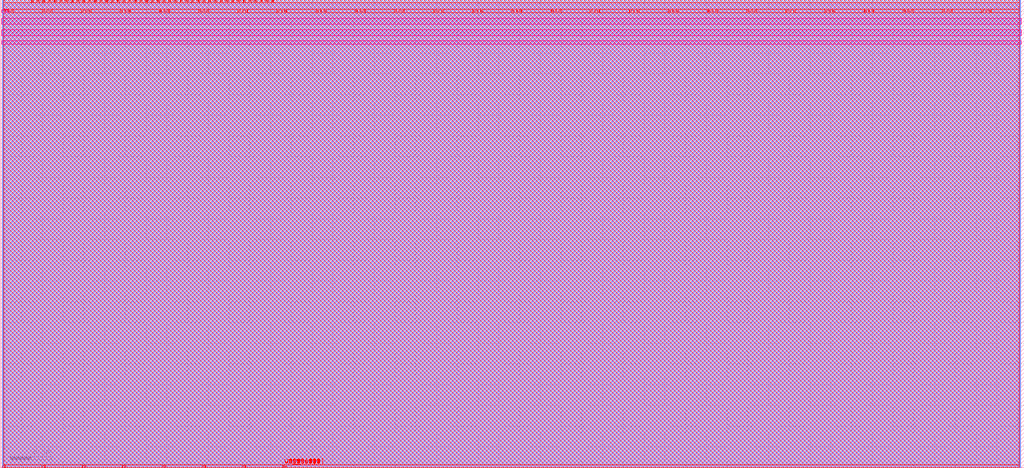
<source format=lef>
VERSION 5.7 ;
  NOWIREEXTENSIONATPIN ON ;
  DIVIDERCHAR "/" ;
  BUSBITCHARS "[]" ;
MACRO tt_um_mosbius
  CLASS BLOCK ;
  FOREIGN tt_um_mosbius ;
  ORIGIN 0.000 0.000 ;
  SIZE 493.120 BY 225.760 ;
  PIN clk
    DIRECTION INPUT ;
    USE SIGNAL ;
    PORT
      LAYER met4 ;
        RECT 128.190 224.760 128.490 225.760 ;
    END
  END clk
  PIN ena
    DIRECTION INPUT ;
    USE SIGNAL ;
    PORT
      LAYER met4 ;
        RECT 128.190 224.760 128.490 225.760 ;
        RECT 130.950 224.760 131.250 225.760 ;
    END
  END ena
  PIN rst_n
    DIRECTION INPUT ;
    USE SIGNAL ;
    PORT
      LAYER met4 ;
        RECT 125.430 224.760 125.730 225.760 ;
        RECT 128.190 224.760 128.490 225.760 ;
        RECT 130.950 224.760 131.250 225.760 ;
    END
  END rst_n
  PIN ua[0]
    DIRECTION INOUT ;
    USE SIGNAL ;
    PORT
      LAYER met4 ;
        RECT 125.430 224.760 125.730 225.760 ;
        RECT 128.190 224.760 128.490 225.760 ;
        RECT 130.950 224.760 131.250 225.760 ;
        RECT 136.170 0.000 137.070 1.000 ;
    END
  END ua[0]
  PIN ua[1]
    DIRECTION INOUT ;
    USE SIGNAL ;
    PORT
      LAYER met4 ;
        RECT 125.430 224.760 125.730 225.760 ;
        RECT 128.190 224.760 128.490 225.760 ;
        RECT 130.950 224.760 131.250 225.760 ;
        RECT 116.850 0.000 117.750 1.000 ;
        RECT 136.170 0.000 137.070 1.000 ;
    END
  END ua[1]
  PIN ua[2]
    DIRECTION INOUT ;
    USE SIGNAL ;
    PORT
      LAYER met4 ;
        RECT 125.430 224.760 125.730 225.760 ;
        RECT 128.190 224.760 128.490 225.760 ;
        RECT 130.950 224.760 131.250 225.760 ;
        RECT 97.530 0.000 98.430 1.000 ;
        RECT 116.850 0.000 117.750 1.000 ;
        RECT 136.170 0.000 137.070 1.000 ;
    END
  END ua[2]
  PIN ua[3]
    DIRECTION INOUT ;
    USE SIGNAL ;
    PORT
      LAYER met4 ;
        RECT 125.430 224.760 125.730 225.760 ;
        RECT 128.190 224.760 128.490 225.760 ;
        RECT 130.950 224.760 131.250 225.760 ;
        RECT 78.210 0.000 79.110 1.000 ;
        RECT 97.530 0.000 98.430 1.000 ;
        RECT 116.850 0.000 117.750 1.000 ;
        RECT 136.170 0.000 137.070 1.000 ;
    END
  END ua[3]
  PIN ua[4]
    DIRECTION INOUT ;
    USE SIGNAL ;
    PORT
      LAYER met4 ;
        RECT 125.430 224.760 125.730 225.760 ;
        RECT 128.190 224.760 128.490 225.760 ;
        RECT 130.950 224.760 131.250 225.760 ;
        RECT 58.890 0.000 59.790 1.000 ;
        RECT 78.210 0.000 79.110 1.000 ;
        RECT 97.530 0.000 98.430 1.000 ;
        RECT 116.850 0.000 117.750 1.000 ;
        RECT 136.170 0.000 137.070 1.000 ;
    END
  END ua[4]
  PIN ua[5]
    DIRECTION INOUT ;
    USE SIGNAL ;
    PORT
      LAYER met4 ;
        RECT 125.430 224.760 125.730 225.760 ;
        RECT 128.190 224.760 128.490 225.760 ;
        RECT 130.950 224.760 131.250 225.760 ;
        RECT 39.570 0.000 40.470 1.000 ;
        RECT 58.890 0.000 59.790 1.000 ;
        RECT 78.210 0.000 79.110 1.000 ;
        RECT 97.530 0.000 98.430 1.000 ;
        RECT 116.850 0.000 117.750 1.000 ;
        RECT 136.170 0.000 137.070 1.000 ;
    END
  END ua[5]
  PIN ua[6]
    DIRECTION INOUT ;
    USE SIGNAL ;
    PORT
      LAYER met4 ;
        RECT 125.430 224.760 125.730 225.760 ;
        RECT 128.190 224.760 128.490 225.760 ;
        RECT 130.950 224.760 131.250 225.760 ;
        RECT 20.250 0.000 21.150 1.000 ;
        RECT 39.570 0.000 40.470 1.000 ;
        RECT 58.890 0.000 59.790 1.000 ;
        RECT 78.210 0.000 79.110 1.000 ;
        RECT 97.530 0.000 98.430 1.000 ;
        RECT 116.850 0.000 117.750 1.000 ;
        RECT 136.170 0.000 137.070 1.000 ;
    END
  END ua[6]
  PIN ua[7]
    DIRECTION INOUT ;
    USE SIGNAL ;
    PORT
      LAYER met4 ;
        RECT 125.430 224.760 125.730 225.760 ;
        RECT 128.190 224.760 128.490 225.760 ;
        RECT 130.950 224.760 131.250 225.760 ;
        RECT 0.930 0.000 1.830 1.000 ;
        RECT 20.250 0.000 21.150 1.000 ;
        RECT 39.570 0.000 40.470 1.000 ;
        RECT 58.890 0.000 59.790 1.000 ;
        RECT 78.210 0.000 79.110 1.000 ;
        RECT 97.530 0.000 98.430 1.000 ;
        RECT 116.850 0.000 117.750 1.000 ;
        RECT 136.170 0.000 137.070 1.000 ;
    END
  END ua[7]
  PIN ui_in[0]
    DIRECTION INPUT ;
    USE SIGNAL ;
    PORT
      LAYER met4 ;
        RECT 122.670 224.760 122.970 225.760 ;
        RECT 125.430 224.760 125.730 225.760 ;
        RECT 128.190 224.760 128.490 225.760 ;
        RECT 130.950 224.760 131.250 225.760 ;
        RECT 0.930 0.000 1.830 1.000 ;
        RECT 20.250 0.000 21.150 1.000 ;
        RECT 39.570 0.000 40.470 1.000 ;
        RECT 58.890 0.000 59.790 1.000 ;
        RECT 78.210 0.000 79.110 1.000 ;
        RECT 97.530 0.000 98.430 1.000 ;
        RECT 116.850 0.000 117.750 1.000 ;
        RECT 136.170 0.000 137.070 1.000 ;
    END
  END ui_in[0]
  PIN ui_in[1]
    DIRECTION INPUT ;
    USE SIGNAL ;
    PORT
      LAYER met4 ;
        RECT 119.910 224.760 120.210 225.760 ;
        RECT 122.670 224.760 122.970 225.760 ;
        RECT 125.430 224.760 125.730 225.760 ;
        RECT 128.190 224.760 128.490 225.760 ;
        RECT 130.950 224.760 131.250 225.760 ;
        RECT 0.930 0.000 1.830 1.000 ;
        RECT 20.250 0.000 21.150 1.000 ;
        RECT 39.570 0.000 40.470 1.000 ;
        RECT 58.890 0.000 59.790 1.000 ;
        RECT 78.210 0.000 79.110 1.000 ;
        RECT 97.530 0.000 98.430 1.000 ;
        RECT 116.850 0.000 117.750 1.000 ;
        RECT 136.170 0.000 137.070 1.000 ;
    END
  END ui_in[1]
  PIN ui_in[2]
    DIRECTION INPUT ;
    USE SIGNAL ;
    PORT
      LAYER met4 ;
        RECT 117.150 224.760 117.450 225.760 ;
        RECT 119.910 224.760 120.210 225.760 ;
        RECT 122.670 224.760 122.970 225.760 ;
        RECT 125.430 224.760 125.730 225.760 ;
        RECT 128.190 224.760 128.490 225.760 ;
        RECT 130.950 224.760 131.250 225.760 ;
        RECT 0.930 0.000 1.830 1.000 ;
        RECT 20.250 0.000 21.150 1.000 ;
        RECT 39.570 0.000 40.470 1.000 ;
        RECT 58.890 0.000 59.790 1.000 ;
        RECT 78.210 0.000 79.110 1.000 ;
        RECT 97.530 0.000 98.430 1.000 ;
        RECT 116.850 0.000 117.750 1.000 ;
        RECT 136.170 0.000 137.070 1.000 ;
    END
  END ui_in[2]
  PIN ui_in[3]
    DIRECTION INPUT ;
    USE SIGNAL ;
    PORT
      LAYER met4 ;
        RECT 114.390 224.760 114.690 225.760 ;
        RECT 117.150 224.760 117.450 225.760 ;
        RECT 119.910 224.760 120.210 225.760 ;
        RECT 122.670 224.760 122.970 225.760 ;
        RECT 125.430 224.760 125.730 225.760 ;
        RECT 128.190 224.760 128.490 225.760 ;
        RECT 130.950 224.760 131.250 225.760 ;
        RECT 0.930 0.000 1.830 1.000 ;
        RECT 20.250 0.000 21.150 1.000 ;
        RECT 39.570 0.000 40.470 1.000 ;
        RECT 58.890 0.000 59.790 1.000 ;
        RECT 78.210 0.000 79.110 1.000 ;
        RECT 97.530 0.000 98.430 1.000 ;
        RECT 116.850 0.000 117.750 1.000 ;
        RECT 136.170 0.000 137.070 1.000 ;
    END
  END ui_in[3]
  PIN ui_in[4]
    DIRECTION INPUT ;
    USE SIGNAL ;
    PORT
      LAYER met4 ;
        RECT 111.630 224.760 111.930 225.760 ;
        RECT 114.390 224.760 114.690 225.760 ;
        RECT 117.150 224.760 117.450 225.760 ;
        RECT 119.910 224.760 120.210 225.760 ;
        RECT 122.670 224.760 122.970 225.760 ;
        RECT 125.430 224.760 125.730 225.760 ;
        RECT 128.190 224.760 128.490 225.760 ;
        RECT 130.950 224.760 131.250 225.760 ;
        RECT 0.930 0.000 1.830 1.000 ;
        RECT 20.250 0.000 21.150 1.000 ;
        RECT 39.570 0.000 40.470 1.000 ;
        RECT 58.890 0.000 59.790 1.000 ;
        RECT 78.210 0.000 79.110 1.000 ;
        RECT 97.530 0.000 98.430 1.000 ;
        RECT 116.850 0.000 117.750 1.000 ;
        RECT 136.170 0.000 137.070 1.000 ;
    END
  END ui_in[4]
  PIN ui_in[5]
    DIRECTION INPUT ;
    USE SIGNAL ;
    PORT
      LAYER met4 ;
        RECT 108.870 224.760 109.170 225.760 ;
        RECT 111.630 224.760 111.930 225.760 ;
        RECT 114.390 224.760 114.690 225.760 ;
        RECT 117.150 224.760 117.450 225.760 ;
        RECT 119.910 224.760 120.210 225.760 ;
        RECT 122.670 224.760 122.970 225.760 ;
        RECT 125.430 224.760 125.730 225.760 ;
        RECT 128.190 224.760 128.490 225.760 ;
        RECT 130.950 224.760 131.250 225.760 ;
        RECT 0.930 0.000 1.830 1.000 ;
        RECT 20.250 0.000 21.150 1.000 ;
        RECT 39.570 0.000 40.470 1.000 ;
        RECT 58.890 0.000 59.790 1.000 ;
        RECT 78.210 0.000 79.110 1.000 ;
        RECT 97.530 0.000 98.430 1.000 ;
        RECT 116.850 0.000 117.750 1.000 ;
        RECT 136.170 0.000 137.070 1.000 ;
    END
  END ui_in[5]
  PIN ui_in[6]
    DIRECTION INPUT ;
    USE SIGNAL ;
    PORT
      LAYER met4 ;
        RECT 106.110 224.760 106.410 225.760 ;
        RECT 108.870 224.760 109.170 225.760 ;
        RECT 111.630 224.760 111.930 225.760 ;
        RECT 114.390 224.760 114.690 225.760 ;
        RECT 117.150 224.760 117.450 225.760 ;
        RECT 119.910 224.760 120.210 225.760 ;
        RECT 122.670 224.760 122.970 225.760 ;
        RECT 125.430 224.760 125.730 225.760 ;
        RECT 128.190 224.760 128.490 225.760 ;
        RECT 130.950 224.760 131.250 225.760 ;
        RECT 0.930 0.000 1.830 1.000 ;
        RECT 20.250 0.000 21.150 1.000 ;
        RECT 39.570 0.000 40.470 1.000 ;
        RECT 58.890 0.000 59.790 1.000 ;
        RECT 78.210 0.000 79.110 1.000 ;
        RECT 97.530 0.000 98.430 1.000 ;
        RECT 116.850 0.000 117.750 1.000 ;
        RECT 136.170 0.000 137.070 1.000 ;
    END
  END ui_in[6]
  PIN ui_in[7]
    DIRECTION INPUT ;
    USE SIGNAL ;
    PORT
      LAYER met4 ;
        RECT 103.350 224.760 103.650 225.760 ;
        RECT 106.110 224.760 106.410 225.760 ;
        RECT 108.870 224.760 109.170 225.760 ;
        RECT 111.630 224.760 111.930 225.760 ;
        RECT 114.390 224.760 114.690 225.760 ;
        RECT 117.150 224.760 117.450 225.760 ;
        RECT 119.910 224.760 120.210 225.760 ;
        RECT 122.670 224.760 122.970 225.760 ;
        RECT 125.430 224.760 125.730 225.760 ;
        RECT 128.190 224.760 128.490 225.760 ;
        RECT 130.950 224.760 131.250 225.760 ;
        RECT 0.930 0.000 1.830 1.000 ;
        RECT 20.250 0.000 21.150 1.000 ;
        RECT 39.570 0.000 40.470 1.000 ;
        RECT 58.890 0.000 59.790 1.000 ;
        RECT 78.210 0.000 79.110 1.000 ;
        RECT 97.530 0.000 98.430 1.000 ;
        RECT 116.850 0.000 117.750 1.000 ;
        RECT 136.170 0.000 137.070 1.000 ;
    END
  END ui_in[7]
  PIN uio_in[0]
    DIRECTION INPUT ;
    USE SIGNAL ;
    PORT
      LAYER met4 ;
        RECT 100.590 224.760 100.890 225.760 ;
        RECT 103.350 224.760 103.650 225.760 ;
        RECT 106.110 224.760 106.410 225.760 ;
        RECT 108.870 224.760 109.170 225.760 ;
        RECT 111.630 224.760 111.930 225.760 ;
        RECT 114.390 224.760 114.690 225.760 ;
        RECT 117.150 224.760 117.450 225.760 ;
        RECT 119.910 224.760 120.210 225.760 ;
        RECT 122.670 224.760 122.970 225.760 ;
        RECT 125.430 224.760 125.730 225.760 ;
        RECT 128.190 224.760 128.490 225.760 ;
        RECT 130.950 224.760 131.250 225.760 ;
        RECT 0.930 0.000 1.830 1.000 ;
        RECT 20.250 0.000 21.150 1.000 ;
        RECT 39.570 0.000 40.470 1.000 ;
        RECT 58.890 0.000 59.790 1.000 ;
        RECT 78.210 0.000 79.110 1.000 ;
        RECT 97.530 0.000 98.430 1.000 ;
        RECT 116.850 0.000 117.750 1.000 ;
        RECT 136.170 0.000 137.070 1.000 ;
    END
  END uio_in[0]
  PIN uio_in[1]
    DIRECTION INPUT ;
    USE SIGNAL ;
    PORT
      LAYER met4 ;
        RECT 97.830 224.760 98.130 225.760 ;
        RECT 100.590 224.760 100.890 225.760 ;
        RECT 103.350 224.760 103.650 225.760 ;
        RECT 106.110 224.760 106.410 225.760 ;
        RECT 108.870 224.760 109.170 225.760 ;
        RECT 111.630 224.760 111.930 225.760 ;
        RECT 114.390 224.760 114.690 225.760 ;
        RECT 117.150 224.760 117.450 225.760 ;
        RECT 119.910 224.760 120.210 225.760 ;
        RECT 122.670 224.760 122.970 225.760 ;
        RECT 125.430 224.760 125.730 225.760 ;
        RECT 128.190 224.760 128.490 225.760 ;
        RECT 130.950 224.760 131.250 225.760 ;
        RECT 0.930 0.000 1.830 1.000 ;
        RECT 20.250 0.000 21.150 1.000 ;
        RECT 39.570 0.000 40.470 1.000 ;
        RECT 58.890 0.000 59.790 1.000 ;
        RECT 78.210 0.000 79.110 1.000 ;
        RECT 97.530 0.000 98.430 1.000 ;
        RECT 116.850 0.000 117.750 1.000 ;
        RECT 136.170 0.000 137.070 1.000 ;
    END
  END uio_in[1]
  PIN uio_in[2]
    DIRECTION INPUT ;
    USE SIGNAL ;
    PORT
      LAYER met4 ;
        RECT 95.070 224.760 95.370 225.760 ;
        RECT 97.830 224.760 98.130 225.760 ;
        RECT 100.590 224.760 100.890 225.760 ;
        RECT 103.350 224.760 103.650 225.760 ;
        RECT 106.110 224.760 106.410 225.760 ;
        RECT 108.870 224.760 109.170 225.760 ;
        RECT 111.630 224.760 111.930 225.760 ;
        RECT 114.390 224.760 114.690 225.760 ;
        RECT 117.150 224.760 117.450 225.760 ;
        RECT 119.910 224.760 120.210 225.760 ;
        RECT 122.670 224.760 122.970 225.760 ;
        RECT 125.430 224.760 125.730 225.760 ;
        RECT 128.190 224.760 128.490 225.760 ;
        RECT 130.950 224.760 131.250 225.760 ;
        RECT 0.930 0.000 1.830 1.000 ;
        RECT 20.250 0.000 21.150 1.000 ;
        RECT 39.570 0.000 40.470 1.000 ;
        RECT 58.890 0.000 59.790 1.000 ;
        RECT 78.210 0.000 79.110 1.000 ;
        RECT 97.530 0.000 98.430 1.000 ;
        RECT 116.850 0.000 117.750 1.000 ;
        RECT 136.170 0.000 137.070 1.000 ;
    END
  END uio_in[2]
  PIN uio_in[3]
    DIRECTION INPUT ;
    USE SIGNAL ;
    PORT
      LAYER met4 ;
        RECT 92.310 224.760 92.610 225.760 ;
        RECT 95.070 224.760 95.370 225.760 ;
        RECT 97.830 224.760 98.130 225.760 ;
        RECT 100.590 224.760 100.890 225.760 ;
        RECT 103.350 224.760 103.650 225.760 ;
        RECT 106.110 224.760 106.410 225.760 ;
        RECT 108.870 224.760 109.170 225.760 ;
        RECT 111.630 224.760 111.930 225.760 ;
        RECT 114.390 224.760 114.690 225.760 ;
        RECT 117.150 224.760 117.450 225.760 ;
        RECT 119.910 224.760 120.210 225.760 ;
        RECT 122.670 224.760 122.970 225.760 ;
        RECT 125.430 224.760 125.730 225.760 ;
        RECT 128.190 224.760 128.490 225.760 ;
        RECT 130.950 224.760 131.250 225.760 ;
        RECT 0.930 0.000 1.830 1.000 ;
        RECT 20.250 0.000 21.150 1.000 ;
        RECT 39.570 0.000 40.470 1.000 ;
        RECT 58.890 0.000 59.790 1.000 ;
        RECT 78.210 0.000 79.110 1.000 ;
        RECT 97.530 0.000 98.430 1.000 ;
        RECT 116.850 0.000 117.750 1.000 ;
        RECT 136.170 0.000 137.070 1.000 ;
    END
  END uio_in[3]
  PIN uio_in[4]
    DIRECTION INPUT ;
    USE SIGNAL ;
    PORT
      LAYER met4 ;
        RECT 89.550 224.760 89.850 225.760 ;
        RECT 92.310 224.760 92.610 225.760 ;
        RECT 95.070 224.760 95.370 225.760 ;
        RECT 97.830 224.760 98.130 225.760 ;
        RECT 100.590 224.760 100.890 225.760 ;
        RECT 103.350 224.760 103.650 225.760 ;
        RECT 106.110 224.760 106.410 225.760 ;
        RECT 108.870 224.760 109.170 225.760 ;
        RECT 111.630 224.760 111.930 225.760 ;
        RECT 114.390 224.760 114.690 225.760 ;
        RECT 117.150 224.760 117.450 225.760 ;
        RECT 119.910 224.760 120.210 225.760 ;
        RECT 122.670 224.760 122.970 225.760 ;
        RECT 125.430 224.760 125.730 225.760 ;
        RECT 128.190 224.760 128.490 225.760 ;
        RECT 130.950 224.760 131.250 225.760 ;
        RECT 0.930 0.000 1.830 1.000 ;
        RECT 20.250 0.000 21.150 1.000 ;
        RECT 39.570 0.000 40.470 1.000 ;
        RECT 58.890 0.000 59.790 1.000 ;
        RECT 78.210 0.000 79.110 1.000 ;
        RECT 97.530 0.000 98.430 1.000 ;
        RECT 116.850 0.000 117.750 1.000 ;
        RECT 136.170 0.000 137.070 1.000 ;
    END
  END uio_in[4]
  PIN uio_in[5]
    DIRECTION INPUT ;
    USE SIGNAL ;
    PORT
      LAYER met4 ;
        RECT 86.790 224.760 87.090 225.760 ;
        RECT 89.550 224.760 89.850 225.760 ;
        RECT 92.310 224.760 92.610 225.760 ;
        RECT 95.070 224.760 95.370 225.760 ;
        RECT 97.830 224.760 98.130 225.760 ;
        RECT 100.590 224.760 100.890 225.760 ;
        RECT 103.350 224.760 103.650 225.760 ;
        RECT 106.110 224.760 106.410 225.760 ;
        RECT 108.870 224.760 109.170 225.760 ;
        RECT 111.630 224.760 111.930 225.760 ;
        RECT 114.390 224.760 114.690 225.760 ;
        RECT 117.150 224.760 117.450 225.760 ;
        RECT 119.910 224.760 120.210 225.760 ;
        RECT 122.670 224.760 122.970 225.760 ;
        RECT 125.430 224.760 125.730 225.760 ;
        RECT 128.190 224.760 128.490 225.760 ;
        RECT 130.950 224.760 131.250 225.760 ;
        RECT 0.930 0.000 1.830 1.000 ;
        RECT 20.250 0.000 21.150 1.000 ;
        RECT 39.570 0.000 40.470 1.000 ;
        RECT 58.890 0.000 59.790 1.000 ;
        RECT 78.210 0.000 79.110 1.000 ;
        RECT 97.530 0.000 98.430 1.000 ;
        RECT 116.850 0.000 117.750 1.000 ;
        RECT 136.170 0.000 137.070 1.000 ;
    END
  END uio_in[5]
  PIN uio_in[6]
    DIRECTION INPUT ;
    USE SIGNAL ;
    PORT
      LAYER met4 ;
        RECT 84.030 224.760 84.330 225.760 ;
        RECT 86.790 224.760 87.090 225.760 ;
        RECT 89.550 224.760 89.850 225.760 ;
        RECT 92.310 224.760 92.610 225.760 ;
        RECT 95.070 224.760 95.370 225.760 ;
        RECT 97.830 224.760 98.130 225.760 ;
        RECT 100.590 224.760 100.890 225.760 ;
        RECT 103.350 224.760 103.650 225.760 ;
        RECT 106.110 224.760 106.410 225.760 ;
        RECT 108.870 224.760 109.170 225.760 ;
        RECT 111.630 224.760 111.930 225.760 ;
        RECT 114.390 224.760 114.690 225.760 ;
        RECT 117.150 224.760 117.450 225.760 ;
        RECT 119.910 224.760 120.210 225.760 ;
        RECT 122.670 224.760 122.970 225.760 ;
        RECT 125.430 224.760 125.730 225.760 ;
        RECT 128.190 224.760 128.490 225.760 ;
        RECT 130.950 224.760 131.250 225.760 ;
        RECT 0.930 0.000 1.830 1.000 ;
        RECT 20.250 0.000 21.150 1.000 ;
        RECT 39.570 0.000 40.470 1.000 ;
        RECT 58.890 0.000 59.790 1.000 ;
        RECT 78.210 0.000 79.110 1.000 ;
        RECT 97.530 0.000 98.430 1.000 ;
        RECT 116.850 0.000 117.750 1.000 ;
        RECT 136.170 0.000 137.070 1.000 ;
    END
  END uio_in[6]
  PIN uio_in[7]
    DIRECTION INPUT ;
    USE SIGNAL ;
    PORT
      LAYER met4 ;
        RECT 81.270 224.760 81.570 225.760 ;
        RECT 84.030 224.760 84.330 225.760 ;
        RECT 86.790 224.760 87.090 225.760 ;
        RECT 89.550 224.760 89.850 225.760 ;
        RECT 92.310 224.760 92.610 225.760 ;
        RECT 95.070 224.760 95.370 225.760 ;
        RECT 97.830 224.760 98.130 225.760 ;
        RECT 100.590 224.760 100.890 225.760 ;
        RECT 103.350 224.760 103.650 225.760 ;
        RECT 106.110 224.760 106.410 225.760 ;
        RECT 108.870 224.760 109.170 225.760 ;
        RECT 111.630 224.760 111.930 225.760 ;
        RECT 114.390 224.760 114.690 225.760 ;
        RECT 117.150 224.760 117.450 225.760 ;
        RECT 119.910 224.760 120.210 225.760 ;
        RECT 122.670 224.760 122.970 225.760 ;
        RECT 125.430 224.760 125.730 225.760 ;
        RECT 128.190 224.760 128.490 225.760 ;
        RECT 130.950 224.760 131.250 225.760 ;
        RECT 0.930 0.000 1.830 1.000 ;
        RECT 20.250 0.000 21.150 1.000 ;
        RECT 39.570 0.000 40.470 1.000 ;
        RECT 58.890 0.000 59.790 1.000 ;
        RECT 78.210 0.000 79.110 1.000 ;
        RECT 97.530 0.000 98.430 1.000 ;
        RECT 116.850 0.000 117.750 1.000 ;
        RECT 136.170 0.000 137.070 1.000 ;
    END
  END uio_in[7]
  PIN uio_oe[0]
    DIRECTION OUTPUT TRISTATE ;
    USE SIGNAL ;
    PORT
      LAYER met4 ;
        RECT 34.350 224.760 34.650 225.760 ;
        RECT 81.270 224.760 81.570 225.760 ;
        RECT 84.030 224.760 84.330 225.760 ;
        RECT 86.790 224.760 87.090 225.760 ;
        RECT 89.550 224.760 89.850 225.760 ;
        RECT 92.310 224.760 92.610 225.760 ;
        RECT 95.070 224.760 95.370 225.760 ;
        RECT 97.830 224.760 98.130 225.760 ;
        RECT 100.590 224.760 100.890 225.760 ;
        RECT 103.350 224.760 103.650 225.760 ;
        RECT 106.110 224.760 106.410 225.760 ;
        RECT 108.870 224.760 109.170 225.760 ;
        RECT 111.630 224.760 111.930 225.760 ;
        RECT 114.390 224.760 114.690 225.760 ;
        RECT 117.150 224.760 117.450 225.760 ;
        RECT 119.910 224.760 120.210 225.760 ;
        RECT 122.670 224.760 122.970 225.760 ;
        RECT 125.430 224.760 125.730 225.760 ;
        RECT 128.190 224.760 128.490 225.760 ;
        RECT 130.950 224.760 131.250 225.760 ;
        RECT 0.930 0.000 1.830 1.000 ;
        RECT 20.250 0.000 21.150 1.000 ;
        RECT 39.570 0.000 40.470 1.000 ;
        RECT 58.890 0.000 59.790 1.000 ;
        RECT 78.210 0.000 79.110 1.000 ;
        RECT 97.530 0.000 98.430 1.000 ;
        RECT 116.850 0.000 117.750 1.000 ;
        RECT 136.170 0.000 137.070 1.000 ;
    END
  END uio_oe[0]
  PIN uio_oe[1]
    DIRECTION OUTPUT TRISTATE ;
    USE SIGNAL ;
    PORT
      LAYER met4 ;
        RECT 31.590 224.760 31.890 225.760 ;
        RECT 34.350 224.760 34.650 225.760 ;
        RECT 81.270 224.760 81.570 225.760 ;
        RECT 84.030 224.760 84.330 225.760 ;
        RECT 86.790 224.760 87.090 225.760 ;
        RECT 89.550 224.760 89.850 225.760 ;
        RECT 92.310 224.760 92.610 225.760 ;
        RECT 95.070 224.760 95.370 225.760 ;
        RECT 97.830 224.760 98.130 225.760 ;
        RECT 100.590 224.760 100.890 225.760 ;
        RECT 103.350 224.760 103.650 225.760 ;
        RECT 106.110 224.760 106.410 225.760 ;
        RECT 108.870 224.760 109.170 225.760 ;
        RECT 111.630 224.760 111.930 225.760 ;
        RECT 114.390 224.760 114.690 225.760 ;
        RECT 117.150 224.760 117.450 225.760 ;
        RECT 119.910 224.760 120.210 225.760 ;
        RECT 122.670 224.760 122.970 225.760 ;
        RECT 125.430 224.760 125.730 225.760 ;
        RECT 128.190 224.760 128.490 225.760 ;
        RECT 130.950 224.760 131.250 225.760 ;
        RECT 0.930 0.000 1.830 1.000 ;
        RECT 20.250 0.000 21.150 1.000 ;
        RECT 39.570 0.000 40.470 1.000 ;
        RECT 58.890 0.000 59.790 1.000 ;
        RECT 78.210 0.000 79.110 1.000 ;
        RECT 97.530 0.000 98.430 1.000 ;
        RECT 116.850 0.000 117.750 1.000 ;
        RECT 136.170 0.000 137.070 1.000 ;
    END
  END uio_oe[1]
  PIN uio_oe[2]
    DIRECTION OUTPUT TRISTATE ;
    USE SIGNAL ;
    PORT
      LAYER met4 ;
        RECT 28.830 224.760 29.130 225.760 ;
        RECT 31.590 224.760 31.890 225.760 ;
        RECT 34.350 224.760 34.650 225.760 ;
        RECT 81.270 224.760 81.570 225.760 ;
        RECT 84.030 224.760 84.330 225.760 ;
        RECT 86.790 224.760 87.090 225.760 ;
        RECT 89.550 224.760 89.850 225.760 ;
        RECT 92.310 224.760 92.610 225.760 ;
        RECT 95.070 224.760 95.370 225.760 ;
        RECT 97.830 224.760 98.130 225.760 ;
        RECT 100.590 224.760 100.890 225.760 ;
        RECT 103.350 224.760 103.650 225.760 ;
        RECT 106.110 224.760 106.410 225.760 ;
        RECT 108.870 224.760 109.170 225.760 ;
        RECT 111.630 224.760 111.930 225.760 ;
        RECT 114.390 224.760 114.690 225.760 ;
        RECT 117.150 224.760 117.450 225.760 ;
        RECT 119.910 224.760 120.210 225.760 ;
        RECT 122.670 224.760 122.970 225.760 ;
        RECT 125.430 224.760 125.730 225.760 ;
        RECT 128.190 224.760 128.490 225.760 ;
        RECT 130.950 224.760 131.250 225.760 ;
        RECT 0.930 0.000 1.830 1.000 ;
        RECT 20.250 0.000 21.150 1.000 ;
        RECT 39.570 0.000 40.470 1.000 ;
        RECT 58.890 0.000 59.790 1.000 ;
        RECT 78.210 0.000 79.110 1.000 ;
        RECT 97.530 0.000 98.430 1.000 ;
        RECT 116.850 0.000 117.750 1.000 ;
        RECT 136.170 0.000 137.070 1.000 ;
    END
  END uio_oe[2]
  PIN uio_oe[3]
    DIRECTION OUTPUT TRISTATE ;
    USE SIGNAL ;
    PORT
      LAYER met4 ;
        RECT 26.070 224.760 26.370 225.760 ;
        RECT 28.830 224.760 29.130 225.760 ;
        RECT 31.590 224.760 31.890 225.760 ;
        RECT 34.350 224.760 34.650 225.760 ;
        RECT 81.270 224.760 81.570 225.760 ;
        RECT 84.030 224.760 84.330 225.760 ;
        RECT 86.790 224.760 87.090 225.760 ;
        RECT 89.550 224.760 89.850 225.760 ;
        RECT 92.310 224.760 92.610 225.760 ;
        RECT 95.070 224.760 95.370 225.760 ;
        RECT 97.830 224.760 98.130 225.760 ;
        RECT 100.590 224.760 100.890 225.760 ;
        RECT 103.350 224.760 103.650 225.760 ;
        RECT 106.110 224.760 106.410 225.760 ;
        RECT 108.870 224.760 109.170 225.760 ;
        RECT 111.630 224.760 111.930 225.760 ;
        RECT 114.390 224.760 114.690 225.760 ;
        RECT 117.150 224.760 117.450 225.760 ;
        RECT 119.910 224.760 120.210 225.760 ;
        RECT 122.670 224.760 122.970 225.760 ;
        RECT 125.430 224.760 125.730 225.760 ;
        RECT 128.190 224.760 128.490 225.760 ;
        RECT 130.950 224.760 131.250 225.760 ;
        RECT 0.930 0.000 1.830 1.000 ;
        RECT 20.250 0.000 21.150 1.000 ;
        RECT 39.570 0.000 40.470 1.000 ;
        RECT 58.890 0.000 59.790 1.000 ;
        RECT 78.210 0.000 79.110 1.000 ;
        RECT 97.530 0.000 98.430 1.000 ;
        RECT 116.850 0.000 117.750 1.000 ;
        RECT 136.170 0.000 137.070 1.000 ;
    END
  END uio_oe[3]
  PIN uio_oe[4]
    DIRECTION OUTPUT TRISTATE ;
    USE SIGNAL ;
    PORT
      LAYER met4 ;
        RECT 23.310 224.760 23.610 225.760 ;
        RECT 26.070 224.760 26.370 225.760 ;
        RECT 28.830 224.760 29.130 225.760 ;
        RECT 31.590 224.760 31.890 225.760 ;
        RECT 34.350 224.760 34.650 225.760 ;
        RECT 81.270 224.760 81.570 225.760 ;
        RECT 84.030 224.760 84.330 225.760 ;
        RECT 86.790 224.760 87.090 225.760 ;
        RECT 89.550 224.760 89.850 225.760 ;
        RECT 92.310 224.760 92.610 225.760 ;
        RECT 95.070 224.760 95.370 225.760 ;
        RECT 97.830 224.760 98.130 225.760 ;
        RECT 100.590 224.760 100.890 225.760 ;
        RECT 103.350 224.760 103.650 225.760 ;
        RECT 106.110 224.760 106.410 225.760 ;
        RECT 108.870 224.760 109.170 225.760 ;
        RECT 111.630 224.760 111.930 225.760 ;
        RECT 114.390 224.760 114.690 225.760 ;
        RECT 117.150 224.760 117.450 225.760 ;
        RECT 119.910 224.760 120.210 225.760 ;
        RECT 122.670 224.760 122.970 225.760 ;
        RECT 125.430 224.760 125.730 225.760 ;
        RECT 128.190 224.760 128.490 225.760 ;
        RECT 130.950 224.760 131.250 225.760 ;
        RECT 0.930 0.000 1.830 1.000 ;
        RECT 20.250 0.000 21.150 1.000 ;
        RECT 39.570 0.000 40.470 1.000 ;
        RECT 58.890 0.000 59.790 1.000 ;
        RECT 78.210 0.000 79.110 1.000 ;
        RECT 97.530 0.000 98.430 1.000 ;
        RECT 116.850 0.000 117.750 1.000 ;
        RECT 136.170 0.000 137.070 1.000 ;
    END
  END uio_oe[4]
  PIN uio_oe[5]
    DIRECTION OUTPUT TRISTATE ;
    USE SIGNAL ;
    PORT
      LAYER met4 ;
        RECT 20.550 224.760 20.850 225.760 ;
        RECT 23.310 224.760 23.610 225.760 ;
        RECT 26.070 224.760 26.370 225.760 ;
        RECT 28.830 224.760 29.130 225.760 ;
        RECT 31.590 224.760 31.890 225.760 ;
        RECT 34.350 224.760 34.650 225.760 ;
        RECT 81.270 224.760 81.570 225.760 ;
        RECT 84.030 224.760 84.330 225.760 ;
        RECT 86.790 224.760 87.090 225.760 ;
        RECT 89.550 224.760 89.850 225.760 ;
        RECT 92.310 224.760 92.610 225.760 ;
        RECT 95.070 224.760 95.370 225.760 ;
        RECT 97.830 224.760 98.130 225.760 ;
        RECT 100.590 224.760 100.890 225.760 ;
        RECT 103.350 224.760 103.650 225.760 ;
        RECT 106.110 224.760 106.410 225.760 ;
        RECT 108.870 224.760 109.170 225.760 ;
        RECT 111.630 224.760 111.930 225.760 ;
        RECT 114.390 224.760 114.690 225.760 ;
        RECT 117.150 224.760 117.450 225.760 ;
        RECT 119.910 224.760 120.210 225.760 ;
        RECT 122.670 224.760 122.970 225.760 ;
        RECT 125.430 224.760 125.730 225.760 ;
        RECT 128.190 224.760 128.490 225.760 ;
        RECT 130.950 224.760 131.250 225.760 ;
        RECT 0.930 0.000 1.830 1.000 ;
        RECT 20.250 0.000 21.150 1.000 ;
        RECT 39.570 0.000 40.470 1.000 ;
        RECT 58.890 0.000 59.790 1.000 ;
        RECT 78.210 0.000 79.110 1.000 ;
        RECT 97.530 0.000 98.430 1.000 ;
        RECT 116.850 0.000 117.750 1.000 ;
        RECT 136.170 0.000 137.070 1.000 ;
    END
  END uio_oe[5]
  PIN uio_oe[6]
    DIRECTION OUTPUT TRISTATE ;
    USE SIGNAL ;
    PORT
      LAYER met4 ;
        RECT 17.790 224.760 18.090 225.760 ;
        RECT 20.550 224.760 20.850 225.760 ;
        RECT 23.310 224.760 23.610 225.760 ;
        RECT 26.070 224.760 26.370 225.760 ;
        RECT 28.830 224.760 29.130 225.760 ;
        RECT 31.590 224.760 31.890 225.760 ;
        RECT 34.350 224.760 34.650 225.760 ;
        RECT 81.270 224.760 81.570 225.760 ;
        RECT 84.030 224.760 84.330 225.760 ;
        RECT 86.790 224.760 87.090 225.760 ;
        RECT 89.550 224.760 89.850 225.760 ;
        RECT 92.310 224.760 92.610 225.760 ;
        RECT 95.070 224.760 95.370 225.760 ;
        RECT 97.830 224.760 98.130 225.760 ;
        RECT 100.590 224.760 100.890 225.760 ;
        RECT 103.350 224.760 103.650 225.760 ;
        RECT 106.110 224.760 106.410 225.760 ;
        RECT 108.870 224.760 109.170 225.760 ;
        RECT 111.630 224.760 111.930 225.760 ;
        RECT 114.390 224.760 114.690 225.760 ;
        RECT 117.150 224.760 117.450 225.760 ;
        RECT 119.910 224.760 120.210 225.760 ;
        RECT 122.670 224.760 122.970 225.760 ;
        RECT 125.430 224.760 125.730 225.760 ;
        RECT 128.190 224.760 128.490 225.760 ;
        RECT 130.950 224.760 131.250 225.760 ;
        RECT 0.930 0.000 1.830 1.000 ;
        RECT 20.250 0.000 21.150 1.000 ;
        RECT 39.570 0.000 40.470 1.000 ;
        RECT 58.890 0.000 59.790 1.000 ;
        RECT 78.210 0.000 79.110 1.000 ;
        RECT 97.530 0.000 98.430 1.000 ;
        RECT 116.850 0.000 117.750 1.000 ;
        RECT 136.170 0.000 137.070 1.000 ;
    END
  END uio_oe[6]
  PIN uio_oe[7]
    DIRECTION OUTPUT TRISTATE ;
    USE SIGNAL ;
    PORT
      LAYER met4 ;
        RECT 15.030 224.760 15.330 225.760 ;
        RECT 17.790 224.760 18.090 225.760 ;
        RECT 20.550 224.760 20.850 225.760 ;
        RECT 23.310 224.760 23.610 225.760 ;
        RECT 26.070 224.760 26.370 225.760 ;
        RECT 28.830 224.760 29.130 225.760 ;
        RECT 31.590 224.760 31.890 225.760 ;
        RECT 34.350 224.760 34.650 225.760 ;
        RECT 81.270 224.760 81.570 225.760 ;
        RECT 84.030 224.760 84.330 225.760 ;
        RECT 86.790 224.760 87.090 225.760 ;
        RECT 89.550 224.760 89.850 225.760 ;
        RECT 92.310 224.760 92.610 225.760 ;
        RECT 95.070 224.760 95.370 225.760 ;
        RECT 97.830 224.760 98.130 225.760 ;
        RECT 100.590 224.760 100.890 225.760 ;
        RECT 103.350 224.760 103.650 225.760 ;
        RECT 106.110 224.760 106.410 225.760 ;
        RECT 108.870 224.760 109.170 225.760 ;
        RECT 111.630 224.760 111.930 225.760 ;
        RECT 114.390 224.760 114.690 225.760 ;
        RECT 117.150 224.760 117.450 225.760 ;
        RECT 119.910 224.760 120.210 225.760 ;
        RECT 122.670 224.760 122.970 225.760 ;
        RECT 125.430 224.760 125.730 225.760 ;
        RECT 128.190 224.760 128.490 225.760 ;
        RECT 130.950 224.760 131.250 225.760 ;
        RECT 0.930 0.000 1.830 1.000 ;
        RECT 20.250 0.000 21.150 1.000 ;
        RECT 39.570 0.000 40.470 1.000 ;
        RECT 58.890 0.000 59.790 1.000 ;
        RECT 78.210 0.000 79.110 1.000 ;
        RECT 97.530 0.000 98.430 1.000 ;
        RECT 116.850 0.000 117.750 1.000 ;
        RECT 136.170 0.000 137.070 1.000 ;
    END
  END uio_oe[7]
  PIN uio_out[0]
    DIRECTION OUTPUT TRISTATE ;
    USE SIGNAL ;
    PORT
      LAYER met4 ;
        RECT 15.030 224.760 15.330 225.760 ;
        RECT 17.790 224.760 18.090 225.760 ;
        RECT 20.550 224.760 20.850 225.760 ;
        RECT 23.310 224.760 23.610 225.760 ;
        RECT 26.070 224.760 26.370 225.760 ;
        RECT 28.830 224.760 29.130 225.760 ;
        RECT 31.590 224.760 31.890 225.760 ;
        RECT 34.350 224.760 34.650 225.760 ;
        RECT 56.430 224.760 56.730 225.760 ;
        RECT 81.270 224.760 81.570 225.760 ;
        RECT 84.030 224.760 84.330 225.760 ;
        RECT 86.790 224.760 87.090 225.760 ;
        RECT 89.550 224.760 89.850 225.760 ;
        RECT 92.310 224.760 92.610 225.760 ;
        RECT 95.070 224.760 95.370 225.760 ;
        RECT 97.830 224.760 98.130 225.760 ;
        RECT 100.590 224.760 100.890 225.760 ;
        RECT 103.350 224.760 103.650 225.760 ;
        RECT 106.110 224.760 106.410 225.760 ;
        RECT 108.870 224.760 109.170 225.760 ;
        RECT 111.630 224.760 111.930 225.760 ;
        RECT 114.390 224.760 114.690 225.760 ;
        RECT 117.150 224.760 117.450 225.760 ;
        RECT 119.910 224.760 120.210 225.760 ;
        RECT 122.670 224.760 122.970 225.760 ;
        RECT 125.430 224.760 125.730 225.760 ;
        RECT 128.190 224.760 128.490 225.760 ;
        RECT 130.950 224.760 131.250 225.760 ;
        RECT 0.930 0.000 1.830 1.000 ;
        RECT 20.250 0.000 21.150 1.000 ;
        RECT 39.570 0.000 40.470 1.000 ;
        RECT 58.890 0.000 59.790 1.000 ;
        RECT 78.210 0.000 79.110 1.000 ;
        RECT 97.530 0.000 98.430 1.000 ;
        RECT 116.850 0.000 117.750 1.000 ;
        RECT 136.170 0.000 137.070 1.000 ;
    END
  END uio_out[0]
  PIN uio_out[1]
    DIRECTION OUTPUT TRISTATE ;
    USE SIGNAL ;
    PORT
      LAYER met4 ;
        RECT 15.030 224.760 15.330 225.760 ;
        RECT 17.790 224.760 18.090 225.760 ;
        RECT 20.550 224.760 20.850 225.760 ;
        RECT 23.310 224.760 23.610 225.760 ;
        RECT 26.070 224.760 26.370 225.760 ;
        RECT 28.830 224.760 29.130 225.760 ;
        RECT 31.590 224.760 31.890 225.760 ;
        RECT 34.350 224.760 34.650 225.760 ;
        RECT 53.670 224.760 53.970 225.760 ;
        RECT 56.430 224.760 56.730 225.760 ;
        RECT 81.270 224.760 81.570 225.760 ;
        RECT 84.030 224.760 84.330 225.760 ;
        RECT 86.790 224.760 87.090 225.760 ;
        RECT 89.550 224.760 89.850 225.760 ;
        RECT 92.310 224.760 92.610 225.760 ;
        RECT 95.070 224.760 95.370 225.760 ;
        RECT 97.830 224.760 98.130 225.760 ;
        RECT 100.590 224.760 100.890 225.760 ;
        RECT 103.350 224.760 103.650 225.760 ;
        RECT 106.110 224.760 106.410 225.760 ;
        RECT 108.870 224.760 109.170 225.760 ;
        RECT 111.630 224.760 111.930 225.760 ;
        RECT 114.390 224.760 114.690 225.760 ;
        RECT 117.150 224.760 117.450 225.760 ;
        RECT 119.910 224.760 120.210 225.760 ;
        RECT 122.670 224.760 122.970 225.760 ;
        RECT 125.430 224.760 125.730 225.760 ;
        RECT 128.190 224.760 128.490 225.760 ;
        RECT 130.950 224.760 131.250 225.760 ;
        RECT 0.930 0.000 1.830 1.000 ;
        RECT 20.250 0.000 21.150 1.000 ;
        RECT 39.570 0.000 40.470 1.000 ;
        RECT 58.890 0.000 59.790 1.000 ;
        RECT 78.210 0.000 79.110 1.000 ;
        RECT 97.530 0.000 98.430 1.000 ;
        RECT 116.850 0.000 117.750 1.000 ;
        RECT 136.170 0.000 137.070 1.000 ;
    END
  END uio_out[1]
  PIN uio_out[2]
    DIRECTION OUTPUT TRISTATE ;
    USE SIGNAL ;
    PORT
      LAYER met4 ;
        RECT 15.030 224.760 15.330 225.760 ;
        RECT 17.790 224.760 18.090 225.760 ;
        RECT 20.550 224.760 20.850 225.760 ;
        RECT 23.310 224.760 23.610 225.760 ;
        RECT 26.070 224.760 26.370 225.760 ;
        RECT 28.830 224.760 29.130 225.760 ;
        RECT 31.590 224.760 31.890 225.760 ;
        RECT 34.350 224.760 34.650 225.760 ;
        RECT 50.910 224.760 51.210 225.760 ;
        RECT 53.670 224.760 53.970 225.760 ;
        RECT 56.430 224.760 56.730 225.760 ;
        RECT 81.270 224.760 81.570 225.760 ;
        RECT 84.030 224.760 84.330 225.760 ;
        RECT 86.790 224.760 87.090 225.760 ;
        RECT 89.550 224.760 89.850 225.760 ;
        RECT 92.310 224.760 92.610 225.760 ;
        RECT 95.070 224.760 95.370 225.760 ;
        RECT 97.830 224.760 98.130 225.760 ;
        RECT 100.590 224.760 100.890 225.760 ;
        RECT 103.350 224.760 103.650 225.760 ;
        RECT 106.110 224.760 106.410 225.760 ;
        RECT 108.870 224.760 109.170 225.760 ;
        RECT 111.630 224.760 111.930 225.760 ;
        RECT 114.390 224.760 114.690 225.760 ;
        RECT 117.150 224.760 117.450 225.760 ;
        RECT 119.910 224.760 120.210 225.760 ;
        RECT 122.670 224.760 122.970 225.760 ;
        RECT 125.430 224.760 125.730 225.760 ;
        RECT 128.190 224.760 128.490 225.760 ;
        RECT 130.950 224.760 131.250 225.760 ;
        RECT 0.930 0.000 1.830 1.000 ;
        RECT 20.250 0.000 21.150 1.000 ;
        RECT 39.570 0.000 40.470 1.000 ;
        RECT 58.890 0.000 59.790 1.000 ;
        RECT 78.210 0.000 79.110 1.000 ;
        RECT 97.530 0.000 98.430 1.000 ;
        RECT 116.850 0.000 117.750 1.000 ;
        RECT 136.170 0.000 137.070 1.000 ;
    END
  END uio_out[2]
  PIN uio_out[3]
    DIRECTION OUTPUT TRISTATE ;
    USE SIGNAL ;
    PORT
      LAYER met4 ;
        RECT 15.030 224.760 15.330 225.760 ;
        RECT 17.790 224.760 18.090 225.760 ;
        RECT 20.550 224.760 20.850 225.760 ;
        RECT 23.310 224.760 23.610 225.760 ;
        RECT 26.070 224.760 26.370 225.760 ;
        RECT 28.830 224.760 29.130 225.760 ;
        RECT 31.590 224.760 31.890 225.760 ;
        RECT 34.350 224.760 34.650 225.760 ;
        RECT 48.150 224.760 48.450 225.760 ;
        RECT 50.910 224.760 51.210 225.760 ;
        RECT 53.670 224.760 53.970 225.760 ;
        RECT 56.430 224.760 56.730 225.760 ;
        RECT 81.270 224.760 81.570 225.760 ;
        RECT 84.030 224.760 84.330 225.760 ;
        RECT 86.790 224.760 87.090 225.760 ;
        RECT 89.550 224.760 89.850 225.760 ;
        RECT 92.310 224.760 92.610 225.760 ;
        RECT 95.070 224.760 95.370 225.760 ;
        RECT 97.830 224.760 98.130 225.760 ;
        RECT 100.590 224.760 100.890 225.760 ;
        RECT 103.350 224.760 103.650 225.760 ;
        RECT 106.110 224.760 106.410 225.760 ;
        RECT 108.870 224.760 109.170 225.760 ;
        RECT 111.630 224.760 111.930 225.760 ;
        RECT 114.390 224.760 114.690 225.760 ;
        RECT 117.150 224.760 117.450 225.760 ;
        RECT 119.910 224.760 120.210 225.760 ;
        RECT 122.670 224.760 122.970 225.760 ;
        RECT 125.430 224.760 125.730 225.760 ;
        RECT 128.190 224.760 128.490 225.760 ;
        RECT 130.950 224.760 131.250 225.760 ;
        RECT 0.930 0.000 1.830 1.000 ;
        RECT 20.250 0.000 21.150 1.000 ;
        RECT 39.570 0.000 40.470 1.000 ;
        RECT 58.890 0.000 59.790 1.000 ;
        RECT 78.210 0.000 79.110 1.000 ;
        RECT 97.530 0.000 98.430 1.000 ;
        RECT 116.850 0.000 117.750 1.000 ;
        RECT 136.170 0.000 137.070 1.000 ;
    END
  END uio_out[3]
  PIN uio_out[4]
    DIRECTION OUTPUT TRISTATE ;
    USE SIGNAL ;
    PORT
      LAYER met4 ;
        RECT 15.030 224.760 15.330 225.760 ;
        RECT 17.790 224.760 18.090 225.760 ;
        RECT 20.550 224.760 20.850 225.760 ;
        RECT 23.310 224.760 23.610 225.760 ;
        RECT 26.070 224.760 26.370 225.760 ;
        RECT 28.830 224.760 29.130 225.760 ;
        RECT 31.590 224.760 31.890 225.760 ;
        RECT 34.350 224.760 34.650 225.760 ;
        RECT 45.390 224.760 45.690 225.760 ;
        RECT 48.150 224.760 48.450 225.760 ;
        RECT 50.910 224.760 51.210 225.760 ;
        RECT 53.670 224.760 53.970 225.760 ;
        RECT 56.430 224.760 56.730 225.760 ;
        RECT 81.270 224.760 81.570 225.760 ;
        RECT 84.030 224.760 84.330 225.760 ;
        RECT 86.790 224.760 87.090 225.760 ;
        RECT 89.550 224.760 89.850 225.760 ;
        RECT 92.310 224.760 92.610 225.760 ;
        RECT 95.070 224.760 95.370 225.760 ;
        RECT 97.830 224.760 98.130 225.760 ;
        RECT 100.590 224.760 100.890 225.760 ;
        RECT 103.350 224.760 103.650 225.760 ;
        RECT 106.110 224.760 106.410 225.760 ;
        RECT 108.870 224.760 109.170 225.760 ;
        RECT 111.630 224.760 111.930 225.760 ;
        RECT 114.390 224.760 114.690 225.760 ;
        RECT 117.150 224.760 117.450 225.760 ;
        RECT 119.910 224.760 120.210 225.760 ;
        RECT 122.670 224.760 122.970 225.760 ;
        RECT 125.430 224.760 125.730 225.760 ;
        RECT 128.190 224.760 128.490 225.760 ;
        RECT 130.950 224.760 131.250 225.760 ;
        RECT 0.930 0.000 1.830 1.000 ;
        RECT 20.250 0.000 21.150 1.000 ;
        RECT 39.570 0.000 40.470 1.000 ;
        RECT 58.890 0.000 59.790 1.000 ;
        RECT 78.210 0.000 79.110 1.000 ;
        RECT 97.530 0.000 98.430 1.000 ;
        RECT 116.850 0.000 117.750 1.000 ;
        RECT 136.170 0.000 137.070 1.000 ;
    END
  END uio_out[4]
  PIN uio_out[5]
    DIRECTION OUTPUT TRISTATE ;
    USE SIGNAL ;
    PORT
      LAYER met4 ;
        RECT 15.030 224.760 15.330 225.760 ;
        RECT 17.790 224.760 18.090 225.760 ;
        RECT 20.550 224.760 20.850 225.760 ;
        RECT 23.310 224.760 23.610 225.760 ;
        RECT 26.070 224.760 26.370 225.760 ;
        RECT 28.830 224.760 29.130 225.760 ;
        RECT 31.590 224.760 31.890 225.760 ;
        RECT 34.350 224.760 34.650 225.760 ;
        RECT 42.630 224.760 42.930 225.760 ;
        RECT 45.390 224.760 45.690 225.760 ;
        RECT 48.150 224.760 48.450 225.760 ;
        RECT 50.910 224.760 51.210 225.760 ;
        RECT 53.670 224.760 53.970 225.760 ;
        RECT 56.430 224.760 56.730 225.760 ;
        RECT 81.270 224.760 81.570 225.760 ;
        RECT 84.030 224.760 84.330 225.760 ;
        RECT 86.790 224.760 87.090 225.760 ;
        RECT 89.550 224.760 89.850 225.760 ;
        RECT 92.310 224.760 92.610 225.760 ;
        RECT 95.070 224.760 95.370 225.760 ;
        RECT 97.830 224.760 98.130 225.760 ;
        RECT 100.590 224.760 100.890 225.760 ;
        RECT 103.350 224.760 103.650 225.760 ;
        RECT 106.110 224.760 106.410 225.760 ;
        RECT 108.870 224.760 109.170 225.760 ;
        RECT 111.630 224.760 111.930 225.760 ;
        RECT 114.390 224.760 114.690 225.760 ;
        RECT 117.150 224.760 117.450 225.760 ;
        RECT 119.910 224.760 120.210 225.760 ;
        RECT 122.670 224.760 122.970 225.760 ;
        RECT 125.430 224.760 125.730 225.760 ;
        RECT 128.190 224.760 128.490 225.760 ;
        RECT 130.950 224.760 131.250 225.760 ;
        RECT 0.930 0.000 1.830 1.000 ;
        RECT 20.250 0.000 21.150 1.000 ;
        RECT 39.570 0.000 40.470 1.000 ;
        RECT 58.890 0.000 59.790 1.000 ;
        RECT 78.210 0.000 79.110 1.000 ;
        RECT 97.530 0.000 98.430 1.000 ;
        RECT 116.850 0.000 117.750 1.000 ;
        RECT 136.170 0.000 137.070 1.000 ;
    END
  END uio_out[5]
  PIN uio_out[6]
    DIRECTION OUTPUT TRISTATE ;
    USE SIGNAL ;
    PORT
      LAYER met4 ;
        RECT 15.030 224.760 15.330 225.760 ;
        RECT 17.790 224.760 18.090 225.760 ;
        RECT 20.550 224.760 20.850 225.760 ;
        RECT 23.310 224.760 23.610 225.760 ;
        RECT 26.070 224.760 26.370 225.760 ;
        RECT 28.830 224.760 29.130 225.760 ;
        RECT 31.590 224.760 31.890 225.760 ;
        RECT 34.350 224.760 34.650 225.760 ;
        RECT 39.870 224.760 40.170 225.760 ;
        RECT 42.630 224.760 42.930 225.760 ;
        RECT 45.390 224.760 45.690 225.760 ;
        RECT 48.150 224.760 48.450 225.760 ;
        RECT 50.910 224.760 51.210 225.760 ;
        RECT 53.670 224.760 53.970 225.760 ;
        RECT 56.430 224.760 56.730 225.760 ;
        RECT 81.270 224.760 81.570 225.760 ;
        RECT 84.030 224.760 84.330 225.760 ;
        RECT 86.790 224.760 87.090 225.760 ;
        RECT 89.550 224.760 89.850 225.760 ;
        RECT 92.310 224.760 92.610 225.760 ;
        RECT 95.070 224.760 95.370 225.760 ;
        RECT 97.830 224.760 98.130 225.760 ;
        RECT 100.590 224.760 100.890 225.760 ;
        RECT 103.350 224.760 103.650 225.760 ;
        RECT 106.110 224.760 106.410 225.760 ;
        RECT 108.870 224.760 109.170 225.760 ;
        RECT 111.630 224.760 111.930 225.760 ;
        RECT 114.390 224.760 114.690 225.760 ;
        RECT 117.150 224.760 117.450 225.760 ;
        RECT 119.910 224.760 120.210 225.760 ;
        RECT 122.670 224.760 122.970 225.760 ;
        RECT 125.430 224.760 125.730 225.760 ;
        RECT 128.190 224.760 128.490 225.760 ;
        RECT 130.950 224.760 131.250 225.760 ;
        RECT 0.930 0.000 1.830 1.000 ;
        RECT 20.250 0.000 21.150 1.000 ;
        RECT 39.570 0.000 40.470 1.000 ;
        RECT 58.890 0.000 59.790 1.000 ;
        RECT 78.210 0.000 79.110 1.000 ;
        RECT 97.530 0.000 98.430 1.000 ;
        RECT 116.850 0.000 117.750 1.000 ;
        RECT 136.170 0.000 137.070 1.000 ;
    END
  END uio_out[6]
  PIN uio_out[7]
    DIRECTION OUTPUT TRISTATE ;
    USE SIGNAL ;
    PORT
      LAYER met4 ;
        RECT 15.030 224.760 15.330 225.760 ;
        RECT 17.790 224.760 18.090 225.760 ;
        RECT 20.550 224.760 20.850 225.760 ;
        RECT 23.310 224.760 23.610 225.760 ;
        RECT 26.070 224.760 26.370 225.760 ;
        RECT 28.830 224.760 29.130 225.760 ;
        RECT 31.590 224.760 31.890 225.760 ;
        RECT 34.350 224.760 34.650 225.760 ;
        RECT 37.110 224.760 37.410 225.760 ;
        RECT 39.870 224.760 40.170 225.760 ;
        RECT 42.630 224.760 42.930 225.760 ;
        RECT 45.390 224.760 45.690 225.760 ;
        RECT 48.150 224.760 48.450 225.760 ;
        RECT 50.910 224.760 51.210 225.760 ;
        RECT 53.670 224.760 53.970 225.760 ;
        RECT 56.430 224.760 56.730 225.760 ;
        RECT 81.270 224.760 81.570 225.760 ;
        RECT 84.030 224.760 84.330 225.760 ;
        RECT 86.790 224.760 87.090 225.760 ;
        RECT 89.550 224.760 89.850 225.760 ;
        RECT 92.310 224.760 92.610 225.760 ;
        RECT 95.070 224.760 95.370 225.760 ;
        RECT 97.830 224.760 98.130 225.760 ;
        RECT 100.590 224.760 100.890 225.760 ;
        RECT 103.350 224.760 103.650 225.760 ;
        RECT 106.110 224.760 106.410 225.760 ;
        RECT 108.870 224.760 109.170 225.760 ;
        RECT 111.630 224.760 111.930 225.760 ;
        RECT 114.390 224.760 114.690 225.760 ;
        RECT 117.150 224.760 117.450 225.760 ;
        RECT 119.910 224.760 120.210 225.760 ;
        RECT 122.670 224.760 122.970 225.760 ;
        RECT 125.430 224.760 125.730 225.760 ;
        RECT 128.190 224.760 128.490 225.760 ;
        RECT 130.950 224.760 131.250 225.760 ;
        RECT 0.930 0.000 1.830 1.000 ;
        RECT 20.250 0.000 21.150 1.000 ;
        RECT 39.570 0.000 40.470 1.000 ;
        RECT 58.890 0.000 59.790 1.000 ;
        RECT 78.210 0.000 79.110 1.000 ;
        RECT 97.530 0.000 98.430 1.000 ;
        RECT 116.850 0.000 117.750 1.000 ;
        RECT 136.170 0.000 137.070 1.000 ;
    END
  END uio_out[7]
  PIN uo_out[0]
    DIRECTION OUTPUT TRISTATE ;
    USE SIGNAL ;
    PORT
      LAYER met4 ;
        RECT 15.030 224.760 15.330 225.760 ;
        RECT 17.790 224.760 18.090 225.760 ;
        RECT 20.550 224.760 20.850 225.760 ;
        RECT 23.310 224.760 23.610 225.760 ;
        RECT 26.070 224.760 26.370 225.760 ;
        RECT 28.830 224.760 29.130 225.760 ;
        RECT 31.590 224.760 31.890 225.760 ;
        RECT 34.350 224.760 34.650 225.760 ;
        RECT 37.110 224.760 37.410 225.760 ;
        RECT 39.870 224.760 40.170 225.760 ;
        RECT 42.630 224.760 42.930 225.760 ;
        RECT 45.390 224.760 45.690 225.760 ;
        RECT 48.150 224.760 48.450 225.760 ;
        RECT 50.910 224.760 51.210 225.760 ;
        RECT 53.670 224.760 53.970 225.760 ;
        RECT 56.430 224.760 56.730 225.760 ;
        RECT 78.510 224.760 78.810 225.760 ;
        RECT 81.270 224.760 81.570 225.760 ;
        RECT 84.030 224.760 84.330 225.760 ;
        RECT 86.790 224.760 87.090 225.760 ;
        RECT 89.550 224.760 89.850 225.760 ;
        RECT 92.310 224.760 92.610 225.760 ;
        RECT 95.070 224.760 95.370 225.760 ;
        RECT 97.830 224.760 98.130 225.760 ;
        RECT 100.590 224.760 100.890 225.760 ;
        RECT 103.350 224.760 103.650 225.760 ;
        RECT 106.110 224.760 106.410 225.760 ;
        RECT 108.870 224.760 109.170 225.760 ;
        RECT 111.630 224.760 111.930 225.760 ;
        RECT 114.390 224.760 114.690 225.760 ;
        RECT 117.150 224.760 117.450 225.760 ;
        RECT 119.910 224.760 120.210 225.760 ;
        RECT 122.670 224.760 122.970 225.760 ;
        RECT 125.430 224.760 125.730 225.760 ;
        RECT 128.190 224.760 128.490 225.760 ;
        RECT 130.950 224.760 131.250 225.760 ;
        RECT 0.930 0.000 1.830 1.000 ;
        RECT 20.250 0.000 21.150 1.000 ;
        RECT 39.570 0.000 40.470 1.000 ;
        RECT 58.890 0.000 59.790 1.000 ;
        RECT 78.210 0.000 79.110 1.000 ;
        RECT 97.530 0.000 98.430 1.000 ;
        RECT 116.850 0.000 117.750 1.000 ;
        RECT 136.170 0.000 137.070 1.000 ;
    END
  END uo_out[0]
  PIN uo_out[1]
    DIRECTION OUTPUT TRISTATE ;
    USE SIGNAL ;
    PORT
      LAYER met4 ;
        RECT 15.030 224.760 15.330 225.760 ;
        RECT 17.790 224.760 18.090 225.760 ;
        RECT 20.550 224.760 20.850 225.760 ;
        RECT 23.310 224.760 23.610 225.760 ;
        RECT 26.070 224.760 26.370 225.760 ;
        RECT 28.830 224.760 29.130 225.760 ;
        RECT 31.590 224.760 31.890 225.760 ;
        RECT 34.350 224.760 34.650 225.760 ;
        RECT 37.110 224.760 37.410 225.760 ;
        RECT 39.870 224.760 40.170 225.760 ;
        RECT 42.630 224.760 42.930 225.760 ;
        RECT 45.390 224.760 45.690 225.760 ;
        RECT 48.150 224.760 48.450 225.760 ;
        RECT 50.910 224.760 51.210 225.760 ;
        RECT 53.670 224.760 53.970 225.760 ;
        RECT 56.430 224.760 56.730 225.760 ;
        RECT 75.750 224.760 76.050 225.760 ;
        RECT 78.510 224.760 78.810 225.760 ;
        RECT 81.270 224.760 81.570 225.760 ;
        RECT 84.030 224.760 84.330 225.760 ;
        RECT 86.790 224.760 87.090 225.760 ;
        RECT 89.550 224.760 89.850 225.760 ;
        RECT 92.310 224.760 92.610 225.760 ;
        RECT 95.070 224.760 95.370 225.760 ;
        RECT 97.830 224.760 98.130 225.760 ;
        RECT 100.590 224.760 100.890 225.760 ;
        RECT 103.350 224.760 103.650 225.760 ;
        RECT 106.110 224.760 106.410 225.760 ;
        RECT 108.870 224.760 109.170 225.760 ;
        RECT 111.630 224.760 111.930 225.760 ;
        RECT 114.390 224.760 114.690 225.760 ;
        RECT 117.150 224.760 117.450 225.760 ;
        RECT 119.910 224.760 120.210 225.760 ;
        RECT 122.670 224.760 122.970 225.760 ;
        RECT 125.430 224.760 125.730 225.760 ;
        RECT 128.190 224.760 128.490 225.760 ;
        RECT 130.950 224.760 131.250 225.760 ;
        RECT 0.930 0.000 1.830 1.000 ;
        RECT 20.250 0.000 21.150 1.000 ;
        RECT 39.570 0.000 40.470 1.000 ;
        RECT 58.890 0.000 59.790 1.000 ;
        RECT 78.210 0.000 79.110 1.000 ;
        RECT 97.530 0.000 98.430 1.000 ;
        RECT 116.850 0.000 117.750 1.000 ;
        RECT 136.170 0.000 137.070 1.000 ;
    END
  END uo_out[1]
  PIN uo_out[2]
    DIRECTION OUTPUT TRISTATE ;
    USE SIGNAL ;
    PORT
      LAYER met4 ;
        RECT 15.030 224.760 15.330 225.760 ;
        RECT 17.790 224.760 18.090 225.760 ;
        RECT 20.550 224.760 20.850 225.760 ;
        RECT 23.310 224.760 23.610 225.760 ;
        RECT 26.070 224.760 26.370 225.760 ;
        RECT 28.830 224.760 29.130 225.760 ;
        RECT 31.590 224.760 31.890 225.760 ;
        RECT 34.350 224.760 34.650 225.760 ;
        RECT 37.110 224.760 37.410 225.760 ;
        RECT 39.870 224.760 40.170 225.760 ;
        RECT 42.630 224.760 42.930 225.760 ;
        RECT 45.390 224.760 45.690 225.760 ;
        RECT 48.150 224.760 48.450 225.760 ;
        RECT 50.910 224.760 51.210 225.760 ;
        RECT 53.670 224.760 53.970 225.760 ;
        RECT 56.430 224.760 56.730 225.760 ;
        RECT 72.990 224.760 73.290 225.760 ;
        RECT 75.750 224.760 76.050 225.760 ;
        RECT 78.510 224.760 78.810 225.760 ;
        RECT 81.270 224.760 81.570 225.760 ;
        RECT 84.030 224.760 84.330 225.760 ;
        RECT 86.790 224.760 87.090 225.760 ;
        RECT 89.550 224.760 89.850 225.760 ;
        RECT 92.310 224.760 92.610 225.760 ;
        RECT 95.070 224.760 95.370 225.760 ;
        RECT 97.830 224.760 98.130 225.760 ;
        RECT 100.590 224.760 100.890 225.760 ;
        RECT 103.350 224.760 103.650 225.760 ;
        RECT 106.110 224.760 106.410 225.760 ;
        RECT 108.870 224.760 109.170 225.760 ;
        RECT 111.630 224.760 111.930 225.760 ;
        RECT 114.390 224.760 114.690 225.760 ;
        RECT 117.150 224.760 117.450 225.760 ;
        RECT 119.910 224.760 120.210 225.760 ;
        RECT 122.670 224.760 122.970 225.760 ;
        RECT 125.430 224.760 125.730 225.760 ;
        RECT 128.190 224.760 128.490 225.760 ;
        RECT 130.950 224.760 131.250 225.760 ;
        RECT 0.930 0.000 1.830 1.000 ;
        RECT 20.250 0.000 21.150 1.000 ;
        RECT 39.570 0.000 40.470 1.000 ;
        RECT 58.890 0.000 59.790 1.000 ;
        RECT 78.210 0.000 79.110 1.000 ;
        RECT 97.530 0.000 98.430 1.000 ;
        RECT 116.850 0.000 117.750 1.000 ;
        RECT 136.170 0.000 137.070 1.000 ;
    END
  END uo_out[2]
  PIN uo_out[3]
    DIRECTION OUTPUT TRISTATE ;
    USE SIGNAL ;
    PORT
      LAYER met4 ;
        RECT 15.030 224.760 15.330 225.760 ;
        RECT 17.790 224.760 18.090 225.760 ;
        RECT 20.550 224.760 20.850 225.760 ;
        RECT 23.310 224.760 23.610 225.760 ;
        RECT 26.070 224.760 26.370 225.760 ;
        RECT 28.830 224.760 29.130 225.760 ;
        RECT 31.590 224.760 31.890 225.760 ;
        RECT 34.350 224.760 34.650 225.760 ;
        RECT 37.110 224.760 37.410 225.760 ;
        RECT 39.870 224.760 40.170 225.760 ;
        RECT 42.630 224.760 42.930 225.760 ;
        RECT 45.390 224.760 45.690 225.760 ;
        RECT 48.150 224.760 48.450 225.760 ;
        RECT 50.910 224.760 51.210 225.760 ;
        RECT 53.670 224.760 53.970 225.760 ;
        RECT 56.430 224.760 56.730 225.760 ;
        RECT 70.230 224.760 70.530 225.760 ;
        RECT 72.990 224.760 73.290 225.760 ;
        RECT 75.750 224.760 76.050 225.760 ;
        RECT 78.510 224.760 78.810 225.760 ;
        RECT 81.270 224.760 81.570 225.760 ;
        RECT 84.030 224.760 84.330 225.760 ;
        RECT 86.790 224.760 87.090 225.760 ;
        RECT 89.550 224.760 89.850 225.760 ;
        RECT 92.310 224.760 92.610 225.760 ;
        RECT 95.070 224.760 95.370 225.760 ;
        RECT 97.830 224.760 98.130 225.760 ;
        RECT 100.590 224.760 100.890 225.760 ;
        RECT 103.350 224.760 103.650 225.760 ;
        RECT 106.110 224.760 106.410 225.760 ;
        RECT 108.870 224.760 109.170 225.760 ;
        RECT 111.630 224.760 111.930 225.760 ;
        RECT 114.390 224.760 114.690 225.760 ;
        RECT 117.150 224.760 117.450 225.760 ;
        RECT 119.910 224.760 120.210 225.760 ;
        RECT 122.670 224.760 122.970 225.760 ;
        RECT 125.430 224.760 125.730 225.760 ;
        RECT 128.190 224.760 128.490 225.760 ;
        RECT 130.950 224.760 131.250 225.760 ;
        RECT 0.930 0.000 1.830 1.000 ;
        RECT 20.250 0.000 21.150 1.000 ;
        RECT 39.570 0.000 40.470 1.000 ;
        RECT 58.890 0.000 59.790 1.000 ;
        RECT 78.210 0.000 79.110 1.000 ;
        RECT 97.530 0.000 98.430 1.000 ;
        RECT 116.850 0.000 117.750 1.000 ;
        RECT 136.170 0.000 137.070 1.000 ;
    END
  END uo_out[3]
  PIN uo_out[4]
    DIRECTION OUTPUT TRISTATE ;
    USE SIGNAL ;
    PORT
      LAYER met4 ;
        RECT 15.030 224.760 15.330 225.760 ;
        RECT 17.790 224.760 18.090 225.760 ;
        RECT 20.550 224.760 20.850 225.760 ;
        RECT 23.310 224.760 23.610 225.760 ;
        RECT 26.070 224.760 26.370 225.760 ;
        RECT 28.830 224.760 29.130 225.760 ;
        RECT 31.590 224.760 31.890 225.760 ;
        RECT 34.350 224.760 34.650 225.760 ;
        RECT 37.110 224.760 37.410 225.760 ;
        RECT 39.870 224.760 40.170 225.760 ;
        RECT 42.630 224.760 42.930 225.760 ;
        RECT 45.390 224.760 45.690 225.760 ;
        RECT 48.150 224.760 48.450 225.760 ;
        RECT 50.910 224.760 51.210 225.760 ;
        RECT 53.670 224.760 53.970 225.760 ;
        RECT 56.430 224.760 56.730 225.760 ;
        RECT 67.470 224.760 67.770 225.760 ;
        RECT 70.230 224.760 70.530 225.760 ;
        RECT 72.990 224.760 73.290 225.760 ;
        RECT 75.750 224.760 76.050 225.760 ;
        RECT 78.510 224.760 78.810 225.760 ;
        RECT 81.270 224.760 81.570 225.760 ;
        RECT 84.030 224.760 84.330 225.760 ;
        RECT 86.790 224.760 87.090 225.760 ;
        RECT 89.550 224.760 89.850 225.760 ;
        RECT 92.310 224.760 92.610 225.760 ;
        RECT 95.070 224.760 95.370 225.760 ;
        RECT 97.830 224.760 98.130 225.760 ;
        RECT 100.590 224.760 100.890 225.760 ;
        RECT 103.350 224.760 103.650 225.760 ;
        RECT 106.110 224.760 106.410 225.760 ;
        RECT 108.870 224.760 109.170 225.760 ;
        RECT 111.630 224.760 111.930 225.760 ;
        RECT 114.390 224.760 114.690 225.760 ;
        RECT 117.150 224.760 117.450 225.760 ;
        RECT 119.910 224.760 120.210 225.760 ;
        RECT 122.670 224.760 122.970 225.760 ;
        RECT 125.430 224.760 125.730 225.760 ;
        RECT 128.190 224.760 128.490 225.760 ;
        RECT 130.950 224.760 131.250 225.760 ;
        RECT 0.930 0.000 1.830 1.000 ;
        RECT 20.250 0.000 21.150 1.000 ;
        RECT 39.570 0.000 40.470 1.000 ;
        RECT 58.890 0.000 59.790 1.000 ;
        RECT 78.210 0.000 79.110 1.000 ;
        RECT 97.530 0.000 98.430 1.000 ;
        RECT 116.850 0.000 117.750 1.000 ;
        RECT 136.170 0.000 137.070 1.000 ;
    END
  END uo_out[4]
  PIN uo_out[5]
    DIRECTION OUTPUT TRISTATE ;
    USE SIGNAL ;
    PORT
      LAYER met4 ;
        RECT 15.030 224.760 15.330 225.760 ;
        RECT 17.790 224.760 18.090 225.760 ;
        RECT 20.550 224.760 20.850 225.760 ;
        RECT 23.310 224.760 23.610 225.760 ;
        RECT 26.070 224.760 26.370 225.760 ;
        RECT 28.830 224.760 29.130 225.760 ;
        RECT 31.590 224.760 31.890 225.760 ;
        RECT 34.350 224.760 34.650 225.760 ;
        RECT 37.110 224.760 37.410 225.760 ;
        RECT 39.870 224.760 40.170 225.760 ;
        RECT 42.630 224.760 42.930 225.760 ;
        RECT 45.390 224.760 45.690 225.760 ;
        RECT 48.150 224.760 48.450 225.760 ;
        RECT 50.910 224.760 51.210 225.760 ;
        RECT 53.670 224.760 53.970 225.760 ;
        RECT 56.430 224.760 56.730 225.760 ;
        RECT 64.710 224.760 65.010 225.760 ;
        RECT 67.470 224.760 67.770 225.760 ;
        RECT 70.230 224.760 70.530 225.760 ;
        RECT 72.990 224.760 73.290 225.760 ;
        RECT 75.750 224.760 76.050 225.760 ;
        RECT 78.510 224.760 78.810 225.760 ;
        RECT 81.270 224.760 81.570 225.760 ;
        RECT 84.030 224.760 84.330 225.760 ;
        RECT 86.790 224.760 87.090 225.760 ;
        RECT 89.550 224.760 89.850 225.760 ;
        RECT 92.310 224.760 92.610 225.760 ;
        RECT 95.070 224.760 95.370 225.760 ;
        RECT 97.830 224.760 98.130 225.760 ;
        RECT 100.590 224.760 100.890 225.760 ;
        RECT 103.350 224.760 103.650 225.760 ;
        RECT 106.110 224.760 106.410 225.760 ;
        RECT 108.870 224.760 109.170 225.760 ;
        RECT 111.630 224.760 111.930 225.760 ;
        RECT 114.390 224.760 114.690 225.760 ;
        RECT 117.150 224.760 117.450 225.760 ;
        RECT 119.910 224.760 120.210 225.760 ;
        RECT 122.670 224.760 122.970 225.760 ;
        RECT 125.430 224.760 125.730 225.760 ;
        RECT 128.190 224.760 128.490 225.760 ;
        RECT 130.950 224.760 131.250 225.760 ;
        RECT 0.930 0.000 1.830 1.000 ;
        RECT 20.250 0.000 21.150 1.000 ;
        RECT 39.570 0.000 40.470 1.000 ;
        RECT 58.890 0.000 59.790 1.000 ;
        RECT 78.210 0.000 79.110 1.000 ;
        RECT 97.530 0.000 98.430 1.000 ;
        RECT 116.850 0.000 117.750 1.000 ;
        RECT 136.170 0.000 137.070 1.000 ;
    END
  END uo_out[5]
  PIN uo_out[6]
    DIRECTION OUTPUT TRISTATE ;
    USE SIGNAL ;
    PORT
      LAYER met4 ;
        RECT 15.030 224.760 15.330 225.760 ;
        RECT 17.790 224.760 18.090 225.760 ;
        RECT 20.550 224.760 20.850 225.760 ;
        RECT 23.310 224.760 23.610 225.760 ;
        RECT 26.070 224.760 26.370 225.760 ;
        RECT 28.830 224.760 29.130 225.760 ;
        RECT 31.590 224.760 31.890 225.760 ;
        RECT 34.350 224.760 34.650 225.760 ;
        RECT 37.110 224.760 37.410 225.760 ;
        RECT 39.870 224.760 40.170 225.760 ;
        RECT 42.630 224.760 42.930 225.760 ;
        RECT 45.390 224.760 45.690 225.760 ;
        RECT 48.150 224.760 48.450 225.760 ;
        RECT 50.910 224.760 51.210 225.760 ;
        RECT 53.670 224.760 53.970 225.760 ;
        RECT 56.430 224.760 56.730 225.760 ;
        RECT 61.950 224.760 62.250 225.760 ;
        RECT 64.710 224.760 65.010 225.760 ;
        RECT 67.470 224.760 67.770 225.760 ;
        RECT 70.230 224.760 70.530 225.760 ;
        RECT 72.990 224.760 73.290 225.760 ;
        RECT 75.750 224.760 76.050 225.760 ;
        RECT 78.510 224.760 78.810 225.760 ;
        RECT 81.270 224.760 81.570 225.760 ;
        RECT 84.030 224.760 84.330 225.760 ;
        RECT 86.790 224.760 87.090 225.760 ;
        RECT 89.550 224.760 89.850 225.760 ;
        RECT 92.310 224.760 92.610 225.760 ;
        RECT 95.070 224.760 95.370 225.760 ;
        RECT 97.830 224.760 98.130 225.760 ;
        RECT 100.590 224.760 100.890 225.760 ;
        RECT 103.350 224.760 103.650 225.760 ;
        RECT 106.110 224.760 106.410 225.760 ;
        RECT 108.870 224.760 109.170 225.760 ;
        RECT 111.630 224.760 111.930 225.760 ;
        RECT 114.390 224.760 114.690 225.760 ;
        RECT 117.150 224.760 117.450 225.760 ;
        RECT 119.910 224.760 120.210 225.760 ;
        RECT 122.670 224.760 122.970 225.760 ;
        RECT 125.430 224.760 125.730 225.760 ;
        RECT 128.190 224.760 128.490 225.760 ;
        RECT 130.950 224.760 131.250 225.760 ;
        RECT 0.930 0.000 1.830 1.000 ;
        RECT 20.250 0.000 21.150 1.000 ;
        RECT 39.570 0.000 40.470 1.000 ;
        RECT 58.890 0.000 59.790 1.000 ;
        RECT 78.210 0.000 79.110 1.000 ;
        RECT 97.530 0.000 98.430 1.000 ;
        RECT 116.850 0.000 117.750 1.000 ;
        RECT 136.170 0.000 137.070 1.000 ;
    END
  END uo_out[6]
  PIN uo_out[7]
    DIRECTION OUTPUT TRISTATE ;
    USE SIGNAL ;
    PORT
      LAYER met4 ;
        RECT 15.030 224.760 15.330 225.760 ;
        RECT 17.790 224.760 18.090 225.760 ;
        RECT 20.550 224.760 20.850 225.760 ;
        RECT 23.310 224.760 23.610 225.760 ;
        RECT 26.070 224.760 26.370 225.760 ;
        RECT 28.830 224.760 29.130 225.760 ;
        RECT 31.590 224.760 31.890 225.760 ;
        RECT 34.350 224.760 34.650 225.760 ;
        RECT 37.110 224.760 37.410 225.760 ;
        RECT 39.870 224.760 40.170 225.760 ;
        RECT 42.630 224.760 42.930 225.760 ;
        RECT 45.390 224.760 45.690 225.760 ;
        RECT 48.150 224.760 48.450 225.760 ;
        RECT 50.910 224.760 51.210 225.760 ;
        RECT 53.670 224.760 53.970 225.760 ;
        RECT 56.430 224.760 56.730 225.760 ;
        RECT 59.190 224.760 59.490 225.760 ;
        RECT 61.950 224.760 62.250 225.760 ;
        RECT 64.710 224.760 65.010 225.760 ;
        RECT 67.470 224.760 67.770 225.760 ;
        RECT 70.230 224.760 70.530 225.760 ;
        RECT 72.990 224.760 73.290 225.760 ;
        RECT 75.750 224.760 76.050 225.760 ;
        RECT 78.510 224.760 78.810 225.760 ;
        RECT 81.270 224.760 81.570 225.760 ;
        RECT 84.030 224.760 84.330 225.760 ;
        RECT 86.790 224.760 87.090 225.760 ;
        RECT 89.550 224.760 89.850 225.760 ;
        RECT 92.310 224.760 92.610 225.760 ;
        RECT 95.070 224.760 95.370 225.760 ;
        RECT 97.830 224.760 98.130 225.760 ;
        RECT 100.590 224.760 100.890 225.760 ;
        RECT 103.350 224.760 103.650 225.760 ;
        RECT 106.110 224.760 106.410 225.760 ;
        RECT 108.870 224.760 109.170 225.760 ;
        RECT 111.630 224.760 111.930 225.760 ;
        RECT 114.390 224.760 114.690 225.760 ;
        RECT 117.150 224.760 117.450 225.760 ;
        RECT 119.910 224.760 120.210 225.760 ;
        RECT 122.670 224.760 122.970 225.760 ;
        RECT 125.430 224.760 125.730 225.760 ;
        RECT 128.190 224.760 128.490 225.760 ;
        RECT 130.950 224.760 131.250 225.760 ;
        RECT 0.930 0.000 1.830 1.000 ;
        RECT 20.250 0.000 21.150 1.000 ;
        RECT 39.570 0.000 40.470 1.000 ;
        RECT 58.890 0.000 59.790 1.000 ;
        RECT 78.210 0.000 79.110 1.000 ;
        RECT 97.530 0.000 98.430 1.000 ;
        RECT 116.850 0.000 117.750 1.000 ;
        RECT 136.170 0.000 137.070 1.000 ;
    END
  END uo_out[7]
  PIN VGND
    DIRECTION INOUT ;
    USE GROUND ;
    PORT
      LAYER met4 ;
        RECT 15.030 224.760 15.330 225.760 ;
        RECT 17.790 224.760 18.090 225.760 ;
        RECT 20.550 224.760 20.850 225.760 ;
        RECT 23.310 224.760 23.610 225.760 ;
        RECT 26.070 224.760 26.370 225.760 ;
        RECT 28.830 224.760 29.130 225.760 ;
        RECT 31.590 224.760 31.890 225.760 ;
        RECT 34.350 224.760 34.650 225.760 ;
        RECT 37.110 224.760 37.410 225.760 ;
        RECT 39.870 224.760 40.170 225.760 ;
        RECT 42.630 224.760 42.930 225.760 ;
        RECT 45.390 224.760 45.690 225.760 ;
        RECT 48.150 224.760 48.450 225.760 ;
        RECT 50.910 224.760 51.210 225.760 ;
        RECT 53.670 224.760 53.970 225.760 ;
        RECT 56.430 224.760 56.730 225.760 ;
        RECT 59.190 224.760 59.490 225.760 ;
        RECT 61.950 224.760 62.250 225.760 ;
        RECT 64.710 224.760 65.010 225.760 ;
        RECT 67.470 224.760 67.770 225.760 ;
        RECT 70.230 224.760 70.530 225.760 ;
        RECT 72.990 224.760 73.290 225.760 ;
        RECT 75.750 224.760 76.050 225.760 ;
        RECT 78.510 224.760 78.810 225.760 ;
        RECT 81.270 224.760 81.570 225.760 ;
        RECT 84.030 224.760 84.330 225.760 ;
        RECT 86.790 224.760 87.090 225.760 ;
        RECT 89.550 224.760 89.850 225.760 ;
        RECT 92.310 224.760 92.610 225.760 ;
        RECT 95.070 224.760 95.370 225.760 ;
        RECT 97.830 224.760 98.130 225.760 ;
        RECT 100.590 224.760 100.890 225.760 ;
        RECT 103.350 224.760 103.650 225.760 ;
        RECT 106.110 224.760 106.410 225.760 ;
        RECT 108.870 224.760 109.170 225.760 ;
        RECT 111.630 224.760 111.930 225.760 ;
        RECT 114.390 224.760 114.690 225.760 ;
        RECT 117.150 224.760 117.450 225.760 ;
        RECT 119.910 224.760 120.210 225.760 ;
        RECT 122.670 224.760 122.970 225.760 ;
        RECT 125.430 224.760 125.730 225.760 ;
        RECT 128.190 224.760 128.490 225.760 ;
        RECT 130.950 224.760 131.250 225.760 ;
        RECT 3.100 219.900 4.000 220.800 ;
        RECT 0.930 0.000 1.830 1.000 ;
        RECT 20.250 0.000 21.150 1.000 ;
        RECT 39.570 0.000 40.470 1.000 ;
        RECT 58.890 0.000 59.790 1.000 ;
        RECT 78.210 0.000 79.110 1.000 ;
        RECT 97.530 0.000 98.430 1.000 ;
        RECT 116.850 0.000 117.750 1.000 ;
        RECT 136.170 0.000 137.070 1.000 ;
    END
    PORT
      LAYER met4 ;
        RECT 15.030 224.760 15.330 225.760 ;
        RECT 17.790 224.760 18.090 225.760 ;
        RECT 20.550 224.760 20.850 225.760 ;
        RECT 23.310 224.760 23.610 225.760 ;
        RECT 26.070 224.760 26.370 225.760 ;
        RECT 28.830 224.760 29.130 225.760 ;
        RECT 31.590 224.760 31.890 225.760 ;
        RECT 34.350 224.760 34.650 225.760 ;
        RECT 37.110 224.760 37.410 225.760 ;
        RECT 39.870 224.760 40.170 225.760 ;
        RECT 42.630 224.760 42.930 225.760 ;
        RECT 45.390 224.760 45.690 225.760 ;
        RECT 48.150 224.760 48.450 225.760 ;
        RECT 50.910 224.760 51.210 225.760 ;
        RECT 53.670 224.760 53.970 225.760 ;
        RECT 56.430 224.760 56.730 225.760 ;
        RECT 59.190 224.760 59.490 225.760 ;
        RECT 61.950 224.760 62.250 225.760 ;
        RECT 64.710 224.760 65.010 225.760 ;
        RECT 67.470 224.760 67.770 225.760 ;
        RECT 70.230 224.760 70.530 225.760 ;
        RECT 72.990 224.760 73.290 225.760 ;
        RECT 75.750 224.760 76.050 225.760 ;
        RECT 78.510 224.760 78.810 225.760 ;
        RECT 81.270 224.760 81.570 225.760 ;
        RECT 84.030 224.760 84.330 225.760 ;
        RECT 86.790 224.760 87.090 225.760 ;
        RECT 89.550 224.760 89.850 225.760 ;
        RECT 92.310 224.760 92.610 225.760 ;
        RECT 95.070 224.760 95.370 225.760 ;
        RECT 97.830 224.760 98.130 225.760 ;
        RECT 100.590 224.760 100.890 225.760 ;
        RECT 103.350 224.760 103.650 225.760 ;
        RECT 106.110 224.760 106.410 225.760 ;
        RECT 108.870 224.760 109.170 225.760 ;
        RECT 111.630 224.760 111.930 225.760 ;
        RECT 114.390 224.760 114.690 225.760 ;
        RECT 117.150 224.760 117.450 225.760 ;
        RECT 119.910 224.760 120.210 225.760 ;
        RECT 122.670 224.760 122.970 225.760 ;
        RECT 125.430 224.760 125.730 225.760 ;
        RECT 128.190 224.760 128.490 225.760 ;
        RECT 130.950 224.760 131.250 225.760 ;
        RECT 3.100 219.900 4.000 220.800 ;
        RECT 22.000 219.900 22.800 220.700 ;
        RECT 0.930 0.000 1.830 1.000 ;
        RECT 20.250 0.000 21.150 1.000 ;
        RECT 39.570 0.000 40.470 1.000 ;
        RECT 58.890 0.000 59.790 1.000 ;
        RECT 78.210 0.000 79.110 1.000 ;
        RECT 97.530 0.000 98.430 1.000 ;
        RECT 116.850 0.000 117.750 1.000 ;
        RECT 136.170 0.000 137.070 1.000 ;
    END
    PORT
      LAYER met4 ;
        RECT 15.030 224.760 15.330 225.760 ;
        RECT 17.790 224.760 18.090 225.760 ;
        RECT 20.550 224.760 20.850 225.760 ;
        RECT 23.310 224.760 23.610 225.760 ;
        RECT 26.070 224.760 26.370 225.760 ;
        RECT 28.830 224.760 29.130 225.760 ;
        RECT 31.590 224.760 31.890 225.760 ;
        RECT 34.350 224.760 34.650 225.760 ;
        RECT 37.110 224.760 37.410 225.760 ;
        RECT 39.870 224.760 40.170 225.760 ;
        RECT 42.630 224.760 42.930 225.760 ;
        RECT 45.390 224.760 45.690 225.760 ;
        RECT 48.150 224.760 48.450 225.760 ;
        RECT 50.910 224.760 51.210 225.760 ;
        RECT 53.670 224.760 53.970 225.760 ;
        RECT 56.430 224.760 56.730 225.760 ;
        RECT 59.190 224.760 59.490 225.760 ;
        RECT 61.950 224.760 62.250 225.760 ;
        RECT 64.710 224.760 65.010 225.760 ;
        RECT 67.470 224.760 67.770 225.760 ;
        RECT 70.230 224.760 70.530 225.760 ;
        RECT 72.990 224.760 73.290 225.760 ;
        RECT 75.750 224.760 76.050 225.760 ;
        RECT 78.510 224.760 78.810 225.760 ;
        RECT 81.270 224.760 81.570 225.760 ;
        RECT 84.030 224.760 84.330 225.760 ;
        RECT 86.790 224.760 87.090 225.760 ;
        RECT 89.550 224.760 89.850 225.760 ;
        RECT 92.310 224.760 92.610 225.760 ;
        RECT 95.070 224.760 95.370 225.760 ;
        RECT 97.830 224.760 98.130 225.760 ;
        RECT 100.590 224.760 100.890 225.760 ;
        RECT 103.350 224.760 103.650 225.760 ;
        RECT 106.110 224.760 106.410 225.760 ;
        RECT 108.870 224.760 109.170 225.760 ;
        RECT 111.630 224.760 111.930 225.760 ;
        RECT 114.390 224.760 114.690 225.760 ;
        RECT 117.150 224.760 117.450 225.760 ;
        RECT 119.910 224.760 120.210 225.760 ;
        RECT 122.670 224.760 122.970 225.760 ;
        RECT 125.430 224.760 125.730 225.760 ;
        RECT 128.190 224.760 128.490 225.760 ;
        RECT 130.950 224.760 131.250 225.760 ;
        RECT 3.100 219.900 4.000 220.800 ;
        RECT 22.000 219.900 22.800 220.700 ;
        RECT 40.800 219.900 41.600 220.700 ;
        RECT 0.930 0.000 1.830 1.000 ;
        RECT 20.250 0.000 21.150 1.000 ;
        RECT 39.570 0.000 40.470 1.000 ;
        RECT 58.890 0.000 59.790 1.000 ;
        RECT 78.210 0.000 79.110 1.000 ;
        RECT 97.530 0.000 98.430 1.000 ;
        RECT 116.850 0.000 117.750 1.000 ;
        RECT 136.170 0.000 137.070 1.000 ;
    END
    PORT
      LAYER met4 ;
        RECT 15.030 224.760 15.330 225.760 ;
        RECT 17.790 224.760 18.090 225.760 ;
        RECT 20.550 224.760 20.850 225.760 ;
        RECT 23.310 224.760 23.610 225.760 ;
        RECT 26.070 224.760 26.370 225.760 ;
        RECT 28.830 224.760 29.130 225.760 ;
        RECT 31.590 224.760 31.890 225.760 ;
        RECT 34.350 224.760 34.650 225.760 ;
        RECT 37.110 224.760 37.410 225.760 ;
        RECT 39.870 224.760 40.170 225.760 ;
        RECT 42.630 224.760 42.930 225.760 ;
        RECT 45.390 224.760 45.690 225.760 ;
        RECT 48.150 224.760 48.450 225.760 ;
        RECT 50.910 224.760 51.210 225.760 ;
        RECT 53.670 224.760 53.970 225.760 ;
        RECT 56.430 224.760 56.730 225.760 ;
        RECT 59.190 224.760 59.490 225.760 ;
        RECT 61.950 224.760 62.250 225.760 ;
        RECT 64.710 224.760 65.010 225.760 ;
        RECT 67.470 224.760 67.770 225.760 ;
        RECT 70.230 224.760 70.530 225.760 ;
        RECT 72.990 224.760 73.290 225.760 ;
        RECT 75.750 224.760 76.050 225.760 ;
        RECT 78.510 224.760 78.810 225.760 ;
        RECT 81.270 224.760 81.570 225.760 ;
        RECT 84.030 224.760 84.330 225.760 ;
        RECT 86.790 224.760 87.090 225.760 ;
        RECT 89.550 224.760 89.850 225.760 ;
        RECT 92.310 224.760 92.610 225.760 ;
        RECT 95.070 224.760 95.370 225.760 ;
        RECT 97.830 224.760 98.130 225.760 ;
        RECT 100.590 224.760 100.890 225.760 ;
        RECT 103.350 224.760 103.650 225.760 ;
        RECT 106.110 224.760 106.410 225.760 ;
        RECT 108.870 224.760 109.170 225.760 ;
        RECT 111.630 224.760 111.930 225.760 ;
        RECT 114.390 224.760 114.690 225.760 ;
        RECT 117.150 224.760 117.450 225.760 ;
        RECT 119.910 224.760 120.210 225.760 ;
        RECT 122.670 224.760 122.970 225.760 ;
        RECT 125.430 224.760 125.730 225.760 ;
        RECT 128.190 224.760 128.490 225.760 ;
        RECT 130.950 224.760 131.250 225.760 ;
        RECT 3.100 219.900 4.000 220.800 ;
        RECT 22.000 219.900 22.800 220.700 ;
        RECT 40.800 219.900 41.600 220.700 ;
        RECT 59.700 219.900 60.500 220.700 ;
        RECT 0.930 0.000 1.830 1.000 ;
        RECT 20.250 0.000 21.150 1.000 ;
        RECT 39.570 0.000 40.470 1.000 ;
        RECT 58.890 0.000 59.790 1.000 ;
        RECT 78.210 0.000 79.110 1.000 ;
        RECT 97.530 0.000 98.430 1.000 ;
        RECT 116.850 0.000 117.750 1.000 ;
        RECT 136.170 0.000 137.070 1.000 ;
    END
    PORT
      LAYER met4 ;
        RECT 15.030 224.760 15.330 225.760 ;
        RECT 17.790 224.760 18.090 225.760 ;
        RECT 20.550 224.760 20.850 225.760 ;
        RECT 23.310 224.760 23.610 225.760 ;
        RECT 26.070 224.760 26.370 225.760 ;
        RECT 28.830 224.760 29.130 225.760 ;
        RECT 31.590 224.760 31.890 225.760 ;
        RECT 34.350 224.760 34.650 225.760 ;
        RECT 37.110 224.760 37.410 225.760 ;
        RECT 39.870 224.760 40.170 225.760 ;
        RECT 42.630 224.760 42.930 225.760 ;
        RECT 45.390 224.760 45.690 225.760 ;
        RECT 48.150 224.760 48.450 225.760 ;
        RECT 50.910 224.760 51.210 225.760 ;
        RECT 53.670 224.760 53.970 225.760 ;
        RECT 56.430 224.760 56.730 225.760 ;
        RECT 59.190 224.760 59.490 225.760 ;
        RECT 61.950 224.760 62.250 225.760 ;
        RECT 64.710 224.760 65.010 225.760 ;
        RECT 67.470 224.760 67.770 225.760 ;
        RECT 70.230 224.760 70.530 225.760 ;
        RECT 72.990 224.760 73.290 225.760 ;
        RECT 75.750 224.760 76.050 225.760 ;
        RECT 78.510 224.760 78.810 225.760 ;
        RECT 81.270 224.760 81.570 225.760 ;
        RECT 84.030 224.760 84.330 225.760 ;
        RECT 86.790 224.760 87.090 225.760 ;
        RECT 89.550 224.760 89.850 225.760 ;
        RECT 92.310 224.760 92.610 225.760 ;
        RECT 95.070 224.760 95.370 225.760 ;
        RECT 97.830 224.760 98.130 225.760 ;
        RECT 100.590 224.760 100.890 225.760 ;
        RECT 103.350 224.760 103.650 225.760 ;
        RECT 106.110 224.760 106.410 225.760 ;
        RECT 108.870 224.760 109.170 225.760 ;
        RECT 111.630 224.760 111.930 225.760 ;
        RECT 114.390 224.760 114.690 225.760 ;
        RECT 117.150 224.760 117.450 225.760 ;
        RECT 119.910 224.760 120.210 225.760 ;
        RECT 122.670 224.760 122.970 225.760 ;
        RECT 125.430 224.760 125.730 225.760 ;
        RECT 128.190 224.760 128.490 225.760 ;
        RECT 130.950 224.760 131.250 225.760 ;
        RECT 3.100 219.900 4.000 220.800 ;
        RECT 22.000 219.900 22.800 220.700 ;
        RECT 40.800 219.900 41.600 220.700 ;
        RECT 59.700 219.900 60.500 220.700 ;
        RECT 78.500 220.000 79.300 220.800 ;
        RECT 0.930 0.000 1.830 1.000 ;
        RECT 20.250 0.000 21.150 1.000 ;
        RECT 39.570 0.000 40.470 1.000 ;
        RECT 58.890 0.000 59.790 1.000 ;
        RECT 78.210 0.000 79.110 1.000 ;
        RECT 97.530 0.000 98.430 1.000 ;
        RECT 116.850 0.000 117.750 1.000 ;
        RECT 136.170 0.000 137.070 1.000 ;
    END
    PORT
      LAYER met4 ;
        RECT 15.030 224.760 15.330 225.760 ;
        RECT 17.790 224.760 18.090 225.760 ;
        RECT 20.550 224.760 20.850 225.760 ;
        RECT 23.310 224.760 23.610 225.760 ;
        RECT 26.070 224.760 26.370 225.760 ;
        RECT 28.830 224.760 29.130 225.760 ;
        RECT 31.590 224.760 31.890 225.760 ;
        RECT 34.350 224.760 34.650 225.760 ;
        RECT 37.110 224.760 37.410 225.760 ;
        RECT 39.870 224.760 40.170 225.760 ;
        RECT 42.630 224.760 42.930 225.760 ;
        RECT 45.390 224.760 45.690 225.760 ;
        RECT 48.150 224.760 48.450 225.760 ;
        RECT 50.910 224.760 51.210 225.760 ;
        RECT 53.670 224.760 53.970 225.760 ;
        RECT 56.430 224.760 56.730 225.760 ;
        RECT 59.190 224.760 59.490 225.760 ;
        RECT 61.950 224.760 62.250 225.760 ;
        RECT 64.710 224.760 65.010 225.760 ;
        RECT 67.470 224.760 67.770 225.760 ;
        RECT 70.230 224.760 70.530 225.760 ;
        RECT 72.990 224.760 73.290 225.760 ;
        RECT 75.750 224.760 76.050 225.760 ;
        RECT 78.510 224.760 78.810 225.760 ;
        RECT 81.270 224.760 81.570 225.760 ;
        RECT 84.030 224.760 84.330 225.760 ;
        RECT 86.790 224.760 87.090 225.760 ;
        RECT 89.550 224.760 89.850 225.760 ;
        RECT 92.310 224.760 92.610 225.760 ;
        RECT 95.070 224.760 95.370 225.760 ;
        RECT 97.830 224.760 98.130 225.760 ;
        RECT 100.590 224.760 100.890 225.760 ;
        RECT 103.350 224.760 103.650 225.760 ;
        RECT 106.110 224.760 106.410 225.760 ;
        RECT 108.870 224.760 109.170 225.760 ;
        RECT 111.630 224.760 111.930 225.760 ;
        RECT 114.390 224.760 114.690 225.760 ;
        RECT 117.150 224.760 117.450 225.760 ;
        RECT 119.910 224.760 120.210 225.760 ;
        RECT 122.670 224.760 122.970 225.760 ;
        RECT 125.430 224.760 125.730 225.760 ;
        RECT 128.190 224.760 128.490 225.760 ;
        RECT 130.950 224.760 131.250 225.760 ;
        RECT 3.100 219.900 4.000 220.800 ;
        RECT 22.000 219.900 22.800 220.700 ;
        RECT 40.800 219.900 41.600 220.700 ;
        RECT 59.700 219.900 60.500 220.700 ;
        RECT 78.500 220.000 79.300 220.800 ;
        RECT 97.400 220.000 98.200 220.800 ;
        RECT 0.930 0.000 1.830 1.000 ;
        RECT 20.250 0.000 21.150 1.000 ;
        RECT 39.570 0.000 40.470 1.000 ;
        RECT 58.890 0.000 59.790 1.000 ;
        RECT 78.210 0.000 79.110 1.000 ;
        RECT 97.530 0.000 98.430 1.000 ;
        RECT 116.850 0.000 117.750 1.000 ;
        RECT 136.170 0.000 137.070 1.000 ;
    END
    PORT
      LAYER met4 ;
        RECT 15.030 224.760 15.330 225.760 ;
        RECT 17.790 224.760 18.090 225.760 ;
        RECT 20.550 224.760 20.850 225.760 ;
        RECT 23.310 224.760 23.610 225.760 ;
        RECT 26.070 224.760 26.370 225.760 ;
        RECT 28.830 224.760 29.130 225.760 ;
        RECT 31.590 224.760 31.890 225.760 ;
        RECT 34.350 224.760 34.650 225.760 ;
        RECT 37.110 224.760 37.410 225.760 ;
        RECT 39.870 224.760 40.170 225.760 ;
        RECT 42.630 224.760 42.930 225.760 ;
        RECT 45.390 224.760 45.690 225.760 ;
        RECT 48.150 224.760 48.450 225.760 ;
        RECT 50.910 224.760 51.210 225.760 ;
        RECT 53.670 224.760 53.970 225.760 ;
        RECT 56.430 224.760 56.730 225.760 ;
        RECT 59.190 224.760 59.490 225.760 ;
        RECT 61.950 224.760 62.250 225.760 ;
        RECT 64.710 224.760 65.010 225.760 ;
        RECT 67.470 224.760 67.770 225.760 ;
        RECT 70.230 224.760 70.530 225.760 ;
        RECT 72.990 224.760 73.290 225.760 ;
        RECT 75.750 224.760 76.050 225.760 ;
        RECT 78.510 224.760 78.810 225.760 ;
        RECT 81.270 224.760 81.570 225.760 ;
        RECT 84.030 224.760 84.330 225.760 ;
        RECT 86.790 224.760 87.090 225.760 ;
        RECT 89.550 224.760 89.850 225.760 ;
        RECT 92.310 224.760 92.610 225.760 ;
        RECT 95.070 224.760 95.370 225.760 ;
        RECT 97.830 224.760 98.130 225.760 ;
        RECT 100.590 224.760 100.890 225.760 ;
        RECT 103.350 224.760 103.650 225.760 ;
        RECT 106.110 224.760 106.410 225.760 ;
        RECT 108.870 224.760 109.170 225.760 ;
        RECT 111.630 224.760 111.930 225.760 ;
        RECT 114.390 224.760 114.690 225.760 ;
        RECT 117.150 224.760 117.450 225.760 ;
        RECT 119.910 224.760 120.210 225.760 ;
        RECT 122.670 224.760 122.970 225.760 ;
        RECT 125.430 224.760 125.730 225.760 ;
        RECT 128.190 224.760 128.490 225.760 ;
        RECT 130.950 224.760 131.250 225.760 ;
        RECT 3.100 219.900 4.000 220.800 ;
        RECT 22.000 219.900 22.800 220.700 ;
        RECT 40.800 219.900 41.600 220.700 ;
        RECT 59.700 219.900 60.500 220.700 ;
        RECT 78.500 220.000 79.300 220.800 ;
        RECT 97.400 220.000 98.200 220.800 ;
        RECT 116.300 220.000 117.100 220.800 ;
        RECT 0.930 0.000 1.830 1.000 ;
        RECT 20.250 0.000 21.150 1.000 ;
        RECT 39.570 0.000 40.470 1.000 ;
        RECT 58.890 0.000 59.790 1.000 ;
        RECT 78.210 0.000 79.110 1.000 ;
        RECT 97.530 0.000 98.430 1.000 ;
        RECT 116.850 0.000 117.750 1.000 ;
        RECT 136.170 0.000 137.070 1.000 ;
    END
    PORT
      LAYER met4 ;
        RECT 15.030 224.760 15.330 225.760 ;
        RECT 17.790 224.760 18.090 225.760 ;
        RECT 20.550 224.760 20.850 225.760 ;
        RECT 23.310 224.760 23.610 225.760 ;
        RECT 26.070 224.760 26.370 225.760 ;
        RECT 28.830 224.760 29.130 225.760 ;
        RECT 31.590 224.760 31.890 225.760 ;
        RECT 34.350 224.760 34.650 225.760 ;
        RECT 37.110 224.760 37.410 225.760 ;
        RECT 39.870 224.760 40.170 225.760 ;
        RECT 42.630 224.760 42.930 225.760 ;
        RECT 45.390 224.760 45.690 225.760 ;
        RECT 48.150 224.760 48.450 225.760 ;
        RECT 50.910 224.760 51.210 225.760 ;
        RECT 53.670 224.760 53.970 225.760 ;
        RECT 56.430 224.760 56.730 225.760 ;
        RECT 59.190 224.760 59.490 225.760 ;
        RECT 61.950 224.760 62.250 225.760 ;
        RECT 64.710 224.760 65.010 225.760 ;
        RECT 67.470 224.760 67.770 225.760 ;
        RECT 70.230 224.760 70.530 225.760 ;
        RECT 72.990 224.760 73.290 225.760 ;
        RECT 75.750 224.760 76.050 225.760 ;
        RECT 78.510 224.760 78.810 225.760 ;
        RECT 81.270 224.760 81.570 225.760 ;
        RECT 84.030 224.760 84.330 225.760 ;
        RECT 86.790 224.760 87.090 225.760 ;
        RECT 89.550 224.760 89.850 225.760 ;
        RECT 92.310 224.760 92.610 225.760 ;
        RECT 95.070 224.760 95.370 225.760 ;
        RECT 97.830 224.760 98.130 225.760 ;
        RECT 100.590 224.760 100.890 225.760 ;
        RECT 103.350 224.760 103.650 225.760 ;
        RECT 106.110 224.760 106.410 225.760 ;
        RECT 108.870 224.760 109.170 225.760 ;
        RECT 111.630 224.760 111.930 225.760 ;
        RECT 114.390 224.760 114.690 225.760 ;
        RECT 117.150 224.760 117.450 225.760 ;
        RECT 119.910 224.760 120.210 225.760 ;
        RECT 122.670 224.760 122.970 225.760 ;
        RECT 125.430 224.760 125.730 225.760 ;
        RECT 128.190 224.760 128.490 225.760 ;
        RECT 130.950 224.760 131.250 225.760 ;
        RECT 3.100 219.900 4.000 220.800 ;
        RECT 22.000 219.900 22.800 220.700 ;
        RECT 40.800 219.900 41.600 220.700 ;
        RECT 59.700 219.900 60.500 220.700 ;
        RECT 78.500 220.000 79.300 220.800 ;
        RECT 97.400 220.000 98.200 220.800 ;
        RECT 116.300 220.000 117.100 220.800 ;
        RECT 135.100 220.000 135.900 220.800 ;
        RECT 0.930 0.000 1.830 1.000 ;
        RECT 20.250 0.000 21.150 1.000 ;
        RECT 39.570 0.000 40.470 1.000 ;
        RECT 58.890 0.000 59.790 1.000 ;
        RECT 78.210 0.000 79.110 1.000 ;
        RECT 97.530 0.000 98.430 1.000 ;
        RECT 116.850 0.000 117.750 1.000 ;
        RECT 136.170 0.000 137.070 1.000 ;
    END
    PORT
      LAYER met4 ;
        RECT 15.030 224.760 15.330 225.760 ;
        RECT 17.790 224.760 18.090 225.760 ;
        RECT 20.550 224.760 20.850 225.760 ;
        RECT 23.310 224.760 23.610 225.760 ;
        RECT 26.070 224.760 26.370 225.760 ;
        RECT 28.830 224.760 29.130 225.760 ;
        RECT 31.590 224.760 31.890 225.760 ;
        RECT 34.350 224.760 34.650 225.760 ;
        RECT 37.110 224.760 37.410 225.760 ;
        RECT 39.870 224.760 40.170 225.760 ;
        RECT 42.630 224.760 42.930 225.760 ;
        RECT 45.390 224.760 45.690 225.760 ;
        RECT 48.150 224.760 48.450 225.760 ;
        RECT 50.910 224.760 51.210 225.760 ;
        RECT 53.670 224.760 53.970 225.760 ;
        RECT 56.430 224.760 56.730 225.760 ;
        RECT 59.190 224.760 59.490 225.760 ;
        RECT 61.950 224.760 62.250 225.760 ;
        RECT 64.710 224.760 65.010 225.760 ;
        RECT 67.470 224.760 67.770 225.760 ;
        RECT 70.230 224.760 70.530 225.760 ;
        RECT 72.990 224.760 73.290 225.760 ;
        RECT 75.750 224.760 76.050 225.760 ;
        RECT 78.510 224.760 78.810 225.760 ;
        RECT 81.270 224.760 81.570 225.760 ;
        RECT 84.030 224.760 84.330 225.760 ;
        RECT 86.790 224.760 87.090 225.760 ;
        RECT 89.550 224.760 89.850 225.760 ;
        RECT 92.310 224.760 92.610 225.760 ;
        RECT 95.070 224.760 95.370 225.760 ;
        RECT 97.830 224.760 98.130 225.760 ;
        RECT 100.590 224.760 100.890 225.760 ;
        RECT 103.350 224.760 103.650 225.760 ;
        RECT 106.110 224.760 106.410 225.760 ;
        RECT 108.870 224.760 109.170 225.760 ;
        RECT 111.630 224.760 111.930 225.760 ;
        RECT 114.390 224.760 114.690 225.760 ;
        RECT 117.150 224.760 117.450 225.760 ;
        RECT 119.910 224.760 120.210 225.760 ;
        RECT 122.670 224.760 122.970 225.760 ;
        RECT 125.430 224.760 125.730 225.760 ;
        RECT 128.190 224.760 128.490 225.760 ;
        RECT 130.950 224.760 131.250 225.760 ;
        RECT 3.100 219.900 4.000 220.800 ;
        RECT 22.000 219.900 22.800 220.700 ;
        RECT 40.800 219.900 41.600 220.700 ;
        RECT 59.700 219.900 60.500 220.700 ;
        RECT 78.500 220.000 79.300 220.800 ;
        RECT 97.400 220.000 98.200 220.800 ;
        RECT 116.300 220.000 117.100 220.800 ;
        RECT 135.100 220.000 135.900 220.800 ;
        RECT 154.000 220.000 154.800 220.800 ;
        RECT 0.930 0.000 1.830 1.000 ;
        RECT 20.250 0.000 21.150 1.000 ;
        RECT 39.570 0.000 40.470 1.000 ;
        RECT 58.890 0.000 59.790 1.000 ;
        RECT 78.210 0.000 79.110 1.000 ;
        RECT 97.530 0.000 98.430 1.000 ;
        RECT 116.850 0.000 117.750 1.000 ;
        RECT 136.170 0.000 137.070 1.000 ;
    END
    PORT
      LAYER met4 ;
        RECT 15.030 224.760 15.330 225.760 ;
        RECT 17.790 224.760 18.090 225.760 ;
        RECT 20.550 224.760 20.850 225.760 ;
        RECT 23.310 224.760 23.610 225.760 ;
        RECT 26.070 224.760 26.370 225.760 ;
        RECT 28.830 224.760 29.130 225.760 ;
        RECT 31.590 224.760 31.890 225.760 ;
        RECT 34.350 224.760 34.650 225.760 ;
        RECT 37.110 224.760 37.410 225.760 ;
        RECT 39.870 224.760 40.170 225.760 ;
        RECT 42.630 224.760 42.930 225.760 ;
        RECT 45.390 224.760 45.690 225.760 ;
        RECT 48.150 224.760 48.450 225.760 ;
        RECT 50.910 224.760 51.210 225.760 ;
        RECT 53.670 224.760 53.970 225.760 ;
        RECT 56.430 224.760 56.730 225.760 ;
        RECT 59.190 224.760 59.490 225.760 ;
        RECT 61.950 224.760 62.250 225.760 ;
        RECT 64.710 224.760 65.010 225.760 ;
        RECT 67.470 224.760 67.770 225.760 ;
        RECT 70.230 224.760 70.530 225.760 ;
        RECT 72.990 224.760 73.290 225.760 ;
        RECT 75.750 224.760 76.050 225.760 ;
        RECT 78.510 224.760 78.810 225.760 ;
        RECT 81.270 224.760 81.570 225.760 ;
        RECT 84.030 224.760 84.330 225.760 ;
        RECT 86.790 224.760 87.090 225.760 ;
        RECT 89.550 224.760 89.850 225.760 ;
        RECT 92.310 224.760 92.610 225.760 ;
        RECT 95.070 224.760 95.370 225.760 ;
        RECT 97.830 224.760 98.130 225.760 ;
        RECT 100.590 224.760 100.890 225.760 ;
        RECT 103.350 224.760 103.650 225.760 ;
        RECT 106.110 224.760 106.410 225.760 ;
        RECT 108.870 224.760 109.170 225.760 ;
        RECT 111.630 224.760 111.930 225.760 ;
        RECT 114.390 224.760 114.690 225.760 ;
        RECT 117.150 224.760 117.450 225.760 ;
        RECT 119.910 224.760 120.210 225.760 ;
        RECT 122.670 224.760 122.970 225.760 ;
        RECT 125.430 224.760 125.730 225.760 ;
        RECT 128.190 224.760 128.490 225.760 ;
        RECT 130.950 224.760 131.250 225.760 ;
        RECT 3.100 219.900 4.000 220.800 ;
        RECT 22.000 219.900 22.800 220.700 ;
        RECT 40.800 219.900 41.600 220.700 ;
        RECT 59.700 219.900 60.500 220.700 ;
        RECT 78.500 220.000 79.300 220.800 ;
        RECT 97.400 220.000 98.200 220.800 ;
        RECT 116.300 220.000 117.100 220.800 ;
        RECT 135.100 220.000 135.900 220.800 ;
        RECT 154.000 220.000 154.800 220.800 ;
        RECT 172.900 220.000 173.700 220.800 ;
        RECT 0.930 0.000 1.830 1.000 ;
        RECT 20.250 0.000 21.150 1.000 ;
        RECT 39.570 0.000 40.470 1.000 ;
        RECT 58.890 0.000 59.790 1.000 ;
        RECT 78.210 0.000 79.110 1.000 ;
        RECT 97.530 0.000 98.430 1.000 ;
        RECT 116.850 0.000 117.750 1.000 ;
        RECT 136.170 0.000 137.070 1.000 ;
    END
    PORT
      LAYER met4 ;
        RECT 15.030 224.760 15.330 225.760 ;
        RECT 17.790 224.760 18.090 225.760 ;
        RECT 20.550 224.760 20.850 225.760 ;
        RECT 23.310 224.760 23.610 225.760 ;
        RECT 26.070 224.760 26.370 225.760 ;
        RECT 28.830 224.760 29.130 225.760 ;
        RECT 31.590 224.760 31.890 225.760 ;
        RECT 34.350 224.760 34.650 225.760 ;
        RECT 37.110 224.760 37.410 225.760 ;
        RECT 39.870 224.760 40.170 225.760 ;
        RECT 42.630 224.760 42.930 225.760 ;
        RECT 45.390 224.760 45.690 225.760 ;
        RECT 48.150 224.760 48.450 225.760 ;
        RECT 50.910 224.760 51.210 225.760 ;
        RECT 53.670 224.760 53.970 225.760 ;
        RECT 56.430 224.760 56.730 225.760 ;
        RECT 59.190 224.760 59.490 225.760 ;
        RECT 61.950 224.760 62.250 225.760 ;
        RECT 64.710 224.760 65.010 225.760 ;
        RECT 67.470 224.760 67.770 225.760 ;
        RECT 70.230 224.760 70.530 225.760 ;
        RECT 72.990 224.760 73.290 225.760 ;
        RECT 75.750 224.760 76.050 225.760 ;
        RECT 78.510 224.760 78.810 225.760 ;
        RECT 81.270 224.760 81.570 225.760 ;
        RECT 84.030 224.760 84.330 225.760 ;
        RECT 86.790 224.760 87.090 225.760 ;
        RECT 89.550 224.760 89.850 225.760 ;
        RECT 92.310 224.760 92.610 225.760 ;
        RECT 95.070 224.760 95.370 225.760 ;
        RECT 97.830 224.760 98.130 225.760 ;
        RECT 100.590 224.760 100.890 225.760 ;
        RECT 103.350 224.760 103.650 225.760 ;
        RECT 106.110 224.760 106.410 225.760 ;
        RECT 108.870 224.760 109.170 225.760 ;
        RECT 111.630 224.760 111.930 225.760 ;
        RECT 114.390 224.760 114.690 225.760 ;
        RECT 117.150 224.760 117.450 225.760 ;
        RECT 119.910 224.760 120.210 225.760 ;
        RECT 122.670 224.760 122.970 225.760 ;
        RECT 125.430 224.760 125.730 225.760 ;
        RECT 128.190 224.760 128.490 225.760 ;
        RECT 130.950 224.760 131.250 225.760 ;
        RECT 3.100 219.900 4.000 220.800 ;
        RECT 22.000 219.900 22.800 220.700 ;
        RECT 40.800 219.900 41.600 220.700 ;
        RECT 59.700 219.900 60.500 220.700 ;
        RECT 78.500 220.000 79.300 220.800 ;
        RECT 97.400 220.000 98.200 220.800 ;
        RECT 116.300 220.000 117.100 220.800 ;
        RECT 135.100 220.000 135.900 220.800 ;
        RECT 154.000 220.000 154.800 220.800 ;
        RECT 172.900 220.000 173.700 220.800 ;
        RECT 191.700 220.000 192.500 220.800 ;
        RECT 0.930 0.000 1.830 1.000 ;
        RECT 20.250 0.000 21.150 1.000 ;
        RECT 39.570 0.000 40.470 1.000 ;
        RECT 58.890 0.000 59.790 1.000 ;
        RECT 78.210 0.000 79.110 1.000 ;
        RECT 97.530 0.000 98.430 1.000 ;
        RECT 116.850 0.000 117.750 1.000 ;
        RECT 136.170 0.000 137.070 1.000 ;
    END
    PORT
      LAYER met4 ;
        RECT 15.030 224.760 15.330 225.760 ;
        RECT 17.790 224.760 18.090 225.760 ;
        RECT 20.550 224.760 20.850 225.760 ;
        RECT 23.310 224.760 23.610 225.760 ;
        RECT 26.070 224.760 26.370 225.760 ;
        RECT 28.830 224.760 29.130 225.760 ;
        RECT 31.590 224.760 31.890 225.760 ;
        RECT 34.350 224.760 34.650 225.760 ;
        RECT 37.110 224.760 37.410 225.760 ;
        RECT 39.870 224.760 40.170 225.760 ;
        RECT 42.630 224.760 42.930 225.760 ;
        RECT 45.390 224.760 45.690 225.760 ;
        RECT 48.150 224.760 48.450 225.760 ;
        RECT 50.910 224.760 51.210 225.760 ;
        RECT 53.670 224.760 53.970 225.760 ;
        RECT 56.430 224.760 56.730 225.760 ;
        RECT 59.190 224.760 59.490 225.760 ;
        RECT 61.950 224.760 62.250 225.760 ;
        RECT 64.710 224.760 65.010 225.760 ;
        RECT 67.470 224.760 67.770 225.760 ;
        RECT 70.230 224.760 70.530 225.760 ;
        RECT 72.990 224.760 73.290 225.760 ;
        RECT 75.750 224.760 76.050 225.760 ;
        RECT 78.510 224.760 78.810 225.760 ;
        RECT 81.270 224.760 81.570 225.760 ;
        RECT 84.030 224.760 84.330 225.760 ;
        RECT 86.790 224.760 87.090 225.760 ;
        RECT 89.550 224.760 89.850 225.760 ;
        RECT 92.310 224.760 92.610 225.760 ;
        RECT 95.070 224.760 95.370 225.760 ;
        RECT 97.830 224.760 98.130 225.760 ;
        RECT 100.590 224.760 100.890 225.760 ;
        RECT 103.350 224.760 103.650 225.760 ;
        RECT 106.110 224.760 106.410 225.760 ;
        RECT 108.870 224.760 109.170 225.760 ;
        RECT 111.630 224.760 111.930 225.760 ;
        RECT 114.390 224.760 114.690 225.760 ;
        RECT 117.150 224.760 117.450 225.760 ;
        RECT 119.910 224.760 120.210 225.760 ;
        RECT 122.670 224.760 122.970 225.760 ;
        RECT 125.430 224.760 125.730 225.760 ;
        RECT 128.190 224.760 128.490 225.760 ;
        RECT 130.950 224.760 131.250 225.760 ;
        RECT 3.100 219.900 4.000 220.800 ;
        RECT 22.000 219.900 22.800 220.700 ;
        RECT 40.800 219.900 41.600 220.700 ;
        RECT 59.700 219.900 60.500 220.700 ;
        RECT 78.500 220.000 79.300 220.800 ;
        RECT 97.400 220.000 98.200 220.800 ;
        RECT 116.300 220.000 117.100 220.800 ;
        RECT 135.100 220.000 135.900 220.800 ;
        RECT 154.000 220.000 154.800 220.800 ;
        RECT 172.900 220.000 173.700 220.800 ;
        RECT 191.700 220.000 192.500 220.800 ;
        RECT 210.600 220.000 211.400 220.800 ;
        RECT 0.930 0.000 1.830 1.000 ;
        RECT 20.250 0.000 21.150 1.000 ;
        RECT 39.570 0.000 40.470 1.000 ;
        RECT 58.890 0.000 59.790 1.000 ;
        RECT 78.210 0.000 79.110 1.000 ;
        RECT 97.530 0.000 98.430 1.000 ;
        RECT 116.850 0.000 117.750 1.000 ;
        RECT 136.170 0.000 137.070 1.000 ;
    END
    PORT
      LAYER met4 ;
        RECT 15.030 224.760 15.330 225.760 ;
        RECT 17.790 224.760 18.090 225.760 ;
        RECT 20.550 224.760 20.850 225.760 ;
        RECT 23.310 224.760 23.610 225.760 ;
        RECT 26.070 224.760 26.370 225.760 ;
        RECT 28.830 224.760 29.130 225.760 ;
        RECT 31.590 224.760 31.890 225.760 ;
        RECT 34.350 224.760 34.650 225.760 ;
        RECT 37.110 224.760 37.410 225.760 ;
        RECT 39.870 224.760 40.170 225.760 ;
        RECT 42.630 224.760 42.930 225.760 ;
        RECT 45.390 224.760 45.690 225.760 ;
        RECT 48.150 224.760 48.450 225.760 ;
        RECT 50.910 224.760 51.210 225.760 ;
        RECT 53.670 224.760 53.970 225.760 ;
        RECT 56.430 224.760 56.730 225.760 ;
        RECT 59.190 224.760 59.490 225.760 ;
        RECT 61.950 224.760 62.250 225.760 ;
        RECT 64.710 224.760 65.010 225.760 ;
        RECT 67.470 224.760 67.770 225.760 ;
        RECT 70.230 224.760 70.530 225.760 ;
        RECT 72.990 224.760 73.290 225.760 ;
        RECT 75.750 224.760 76.050 225.760 ;
        RECT 78.510 224.760 78.810 225.760 ;
        RECT 81.270 224.760 81.570 225.760 ;
        RECT 84.030 224.760 84.330 225.760 ;
        RECT 86.790 224.760 87.090 225.760 ;
        RECT 89.550 224.760 89.850 225.760 ;
        RECT 92.310 224.760 92.610 225.760 ;
        RECT 95.070 224.760 95.370 225.760 ;
        RECT 97.830 224.760 98.130 225.760 ;
        RECT 100.590 224.760 100.890 225.760 ;
        RECT 103.350 224.760 103.650 225.760 ;
        RECT 106.110 224.760 106.410 225.760 ;
        RECT 108.870 224.760 109.170 225.760 ;
        RECT 111.630 224.760 111.930 225.760 ;
        RECT 114.390 224.760 114.690 225.760 ;
        RECT 117.150 224.760 117.450 225.760 ;
        RECT 119.910 224.760 120.210 225.760 ;
        RECT 122.670 224.760 122.970 225.760 ;
        RECT 125.430 224.760 125.730 225.760 ;
        RECT 128.190 224.760 128.490 225.760 ;
        RECT 130.950 224.760 131.250 225.760 ;
        RECT 3.100 219.900 4.000 220.800 ;
        RECT 22.000 219.900 22.800 220.700 ;
        RECT 40.800 219.900 41.600 220.700 ;
        RECT 59.700 219.900 60.500 220.700 ;
        RECT 78.500 220.000 79.300 220.800 ;
        RECT 97.400 220.000 98.200 220.800 ;
        RECT 116.300 220.000 117.100 220.800 ;
        RECT 135.100 220.000 135.900 220.800 ;
        RECT 154.000 220.000 154.800 220.800 ;
        RECT 172.900 220.000 173.700 220.800 ;
        RECT 191.700 220.000 192.500 220.800 ;
        RECT 210.600 220.000 211.400 220.800 ;
        RECT 229.400 220.000 230.200 220.800 ;
        RECT 0.930 0.000 1.830 1.000 ;
        RECT 20.250 0.000 21.150 1.000 ;
        RECT 39.570 0.000 40.470 1.000 ;
        RECT 58.890 0.000 59.790 1.000 ;
        RECT 78.210 0.000 79.110 1.000 ;
        RECT 97.530 0.000 98.430 1.000 ;
        RECT 116.850 0.000 117.750 1.000 ;
        RECT 136.170 0.000 137.070 1.000 ;
    END
    PORT
      LAYER met4 ;
        RECT 15.030 224.760 15.330 225.760 ;
        RECT 17.790 224.760 18.090 225.760 ;
        RECT 20.550 224.760 20.850 225.760 ;
        RECT 23.310 224.760 23.610 225.760 ;
        RECT 26.070 224.760 26.370 225.760 ;
        RECT 28.830 224.760 29.130 225.760 ;
        RECT 31.590 224.760 31.890 225.760 ;
        RECT 34.350 224.760 34.650 225.760 ;
        RECT 37.110 224.760 37.410 225.760 ;
        RECT 39.870 224.760 40.170 225.760 ;
        RECT 42.630 224.760 42.930 225.760 ;
        RECT 45.390 224.760 45.690 225.760 ;
        RECT 48.150 224.760 48.450 225.760 ;
        RECT 50.910 224.760 51.210 225.760 ;
        RECT 53.670 224.760 53.970 225.760 ;
        RECT 56.430 224.760 56.730 225.760 ;
        RECT 59.190 224.760 59.490 225.760 ;
        RECT 61.950 224.760 62.250 225.760 ;
        RECT 64.710 224.760 65.010 225.760 ;
        RECT 67.470 224.760 67.770 225.760 ;
        RECT 70.230 224.760 70.530 225.760 ;
        RECT 72.990 224.760 73.290 225.760 ;
        RECT 75.750 224.760 76.050 225.760 ;
        RECT 78.510 224.760 78.810 225.760 ;
        RECT 81.270 224.760 81.570 225.760 ;
        RECT 84.030 224.760 84.330 225.760 ;
        RECT 86.790 224.760 87.090 225.760 ;
        RECT 89.550 224.760 89.850 225.760 ;
        RECT 92.310 224.760 92.610 225.760 ;
        RECT 95.070 224.760 95.370 225.760 ;
        RECT 97.830 224.760 98.130 225.760 ;
        RECT 100.590 224.760 100.890 225.760 ;
        RECT 103.350 224.760 103.650 225.760 ;
        RECT 106.110 224.760 106.410 225.760 ;
        RECT 108.870 224.760 109.170 225.760 ;
        RECT 111.630 224.760 111.930 225.760 ;
        RECT 114.390 224.760 114.690 225.760 ;
        RECT 117.150 224.760 117.450 225.760 ;
        RECT 119.910 224.760 120.210 225.760 ;
        RECT 122.670 224.760 122.970 225.760 ;
        RECT 125.430 224.760 125.730 225.760 ;
        RECT 128.190 224.760 128.490 225.760 ;
        RECT 130.950 224.760 131.250 225.760 ;
        RECT 3.100 219.900 4.000 220.800 ;
        RECT 22.000 219.900 22.800 220.700 ;
        RECT 40.800 219.900 41.600 220.700 ;
        RECT 59.700 219.900 60.500 220.700 ;
        RECT 78.500 220.000 79.300 220.800 ;
        RECT 97.400 220.000 98.200 220.800 ;
        RECT 116.300 220.000 117.100 220.800 ;
        RECT 135.100 220.000 135.900 220.800 ;
        RECT 154.000 220.000 154.800 220.800 ;
        RECT 172.900 220.000 173.700 220.800 ;
        RECT 191.700 220.000 192.500 220.800 ;
        RECT 210.600 220.000 211.400 220.800 ;
        RECT 229.400 220.000 230.200 220.800 ;
        RECT 248.300 220.000 249.100 220.800 ;
        RECT 0.930 0.000 1.830 1.000 ;
        RECT 20.250 0.000 21.150 1.000 ;
        RECT 39.570 0.000 40.470 1.000 ;
        RECT 58.890 0.000 59.790 1.000 ;
        RECT 78.210 0.000 79.110 1.000 ;
        RECT 97.530 0.000 98.430 1.000 ;
        RECT 116.850 0.000 117.750 1.000 ;
        RECT 136.170 0.000 137.070 1.000 ;
    END
    PORT
      LAYER met4 ;
        RECT 15.030 224.760 15.330 225.760 ;
        RECT 17.790 224.760 18.090 225.760 ;
        RECT 20.550 224.760 20.850 225.760 ;
        RECT 23.310 224.760 23.610 225.760 ;
        RECT 26.070 224.760 26.370 225.760 ;
        RECT 28.830 224.760 29.130 225.760 ;
        RECT 31.590 224.760 31.890 225.760 ;
        RECT 34.350 224.760 34.650 225.760 ;
        RECT 37.110 224.760 37.410 225.760 ;
        RECT 39.870 224.760 40.170 225.760 ;
        RECT 42.630 224.760 42.930 225.760 ;
        RECT 45.390 224.760 45.690 225.760 ;
        RECT 48.150 224.760 48.450 225.760 ;
        RECT 50.910 224.760 51.210 225.760 ;
        RECT 53.670 224.760 53.970 225.760 ;
        RECT 56.430 224.760 56.730 225.760 ;
        RECT 59.190 224.760 59.490 225.760 ;
        RECT 61.950 224.760 62.250 225.760 ;
        RECT 64.710 224.760 65.010 225.760 ;
        RECT 67.470 224.760 67.770 225.760 ;
        RECT 70.230 224.760 70.530 225.760 ;
        RECT 72.990 224.760 73.290 225.760 ;
        RECT 75.750 224.760 76.050 225.760 ;
        RECT 78.510 224.760 78.810 225.760 ;
        RECT 81.270 224.760 81.570 225.760 ;
        RECT 84.030 224.760 84.330 225.760 ;
        RECT 86.790 224.760 87.090 225.760 ;
        RECT 89.550 224.760 89.850 225.760 ;
        RECT 92.310 224.760 92.610 225.760 ;
        RECT 95.070 224.760 95.370 225.760 ;
        RECT 97.830 224.760 98.130 225.760 ;
        RECT 100.590 224.760 100.890 225.760 ;
        RECT 103.350 224.760 103.650 225.760 ;
        RECT 106.110 224.760 106.410 225.760 ;
        RECT 108.870 224.760 109.170 225.760 ;
        RECT 111.630 224.760 111.930 225.760 ;
        RECT 114.390 224.760 114.690 225.760 ;
        RECT 117.150 224.760 117.450 225.760 ;
        RECT 119.910 224.760 120.210 225.760 ;
        RECT 122.670 224.760 122.970 225.760 ;
        RECT 125.430 224.760 125.730 225.760 ;
        RECT 128.190 224.760 128.490 225.760 ;
        RECT 130.950 224.760 131.250 225.760 ;
        RECT 3.100 219.900 4.000 220.800 ;
        RECT 22.000 219.900 22.800 220.700 ;
        RECT 40.800 219.900 41.600 220.700 ;
        RECT 59.700 219.900 60.500 220.700 ;
        RECT 78.500 220.000 79.300 220.800 ;
        RECT 97.400 220.000 98.200 220.800 ;
        RECT 116.300 220.000 117.100 220.800 ;
        RECT 135.100 220.000 135.900 220.800 ;
        RECT 154.000 220.000 154.800 220.800 ;
        RECT 172.900 220.000 173.700 220.800 ;
        RECT 191.700 220.000 192.500 220.800 ;
        RECT 210.600 220.000 211.400 220.800 ;
        RECT 229.400 220.000 230.200 220.800 ;
        RECT 248.300 220.000 249.100 220.800 ;
        RECT 267.200 220.000 268.000 220.800 ;
        RECT 0.930 0.000 1.830 1.000 ;
        RECT 20.250 0.000 21.150 1.000 ;
        RECT 39.570 0.000 40.470 1.000 ;
        RECT 58.890 0.000 59.790 1.000 ;
        RECT 78.210 0.000 79.110 1.000 ;
        RECT 97.530 0.000 98.430 1.000 ;
        RECT 116.850 0.000 117.750 1.000 ;
        RECT 136.170 0.000 137.070 1.000 ;
    END
    PORT
      LAYER met4 ;
        RECT 15.030 224.760 15.330 225.760 ;
        RECT 17.790 224.760 18.090 225.760 ;
        RECT 20.550 224.760 20.850 225.760 ;
        RECT 23.310 224.760 23.610 225.760 ;
        RECT 26.070 224.760 26.370 225.760 ;
        RECT 28.830 224.760 29.130 225.760 ;
        RECT 31.590 224.760 31.890 225.760 ;
        RECT 34.350 224.760 34.650 225.760 ;
        RECT 37.110 224.760 37.410 225.760 ;
        RECT 39.870 224.760 40.170 225.760 ;
        RECT 42.630 224.760 42.930 225.760 ;
        RECT 45.390 224.760 45.690 225.760 ;
        RECT 48.150 224.760 48.450 225.760 ;
        RECT 50.910 224.760 51.210 225.760 ;
        RECT 53.670 224.760 53.970 225.760 ;
        RECT 56.430 224.760 56.730 225.760 ;
        RECT 59.190 224.760 59.490 225.760 ;
        RECT 61.950 224.760 62.250 225.760 ;
        RECT 64.710 224.760 65.010 225.760 ;
        RECT 67.470 224.760 67.770 225.760 ;
        RECT 70.230 224.760 70.530 225.760 ;
        RECT 72.990 224.760 73.290 225.760 ;
        RECT 75.750 224.760 76.050 225.760 ;
        RECT 78.510 224.760 78.810 225.760 ;
        RECT 81.270 224.760 81.570 225.760 ;
        RECT 84.030 224.760 84.330 225.760 ;
        RECT 86.790 224.760 87.090 225.760 ;
        RECT 89.550 224.760 89.850 225.760 ;
        RECT 92.310 224.760 92.610 225.760 ;
        RECT 95.070 224.760 95.370 225.760 ;
        RECT 97.830 224.760 98.130 225.760 ;
        RECT 100.590 224.760 100.890 225.760 ;
        RECT 103.350 224.760 103.650 225.760 ;
        RECT 106.110 224.760 106.410 225.760 ;
        RECT 108.870 224.760 109.170 225.760 ;
        RECT 111.630 224.760 111.930 225.760 ;
        RECT 114.390 224.760 114.690 225.760 ;
        RECT 117.150 224.760 117.450 225.760 ;
        RECT 119.910 224.760 120.210 225.760 ;
        RECT 122.670 224.760 122.970 225.760 ;
        RECT 125.430 224.760 125.730 225.760 ;
        RECT 128.190 224.760 128.490 225.760 ;
        RECT 130.950 224.760 131.250 225.760 ;
        RECT 3.100 219.900 4.000 220.800 ;
        RECT 22.000 219.900 22.800 220.700 ;
        RECT 40.800 219.900 41.600 220.700 ;
        RECT 59.700 219.900 60.500 220.700 ;
        RECT 78.500 220.000 79.300 220.800 ;
        RECT 97.400 220.000 98.200 220.800 ;
        RECT 116.300 220.000 117.100 220.800 ;
        RECT 135.100 220.000 135.900 220.800 ;
        RECT 154.000 220.000 154.800 220.800 ;
        RECT 172.900 220.000 173.700 220.800 ;
        RECT 191.700 220.000 192.500 220.800 ;
        RECT 210.600 220.000 211.400 220.800 ;
        RECT 229.400 220.000 230.200 220.800 ;
        RECT 248.300 220.000 249.100 220.800 ;
        RECT 267.200 220.000 268.000 220.800 ;
        RECT 285.900 220.000 286.700 220.800 ;
        RECT 0.930 0.000 1.830 1.000 ;
        RECT 20.250 0.000 21.150 1.000 ;
        RECT 39.570 0.000 40.470 1.000 ;
        RECT 58.890 0.000 59.790 1.000 ;
        RECT 78.210 0.000 79.110 1.000 ;
        RECT 97.530 0.000 98.430 1.000 ;
        RECT 116.850 0.000 117.750 1.000 ;
        RECT 136.170 0.000 137.070 1.000 ;
    END
    PORT
      LAYER met4 ;
        RECT 15.030 224.760 15.330 225.760 ;
        RECT 17.790 224.760 18.090 225.760 ;
        RECT 20.550 224.760 20.850 225.760 ;
        RECT 23.310 224.760 23.610 225.760 ;
        RECT 26.070 224.760 26.370 225.760 ;
        RECT 28.830 224.760 29.130 225.760 ;
        RECT 31.590 224.760 31.890 225.760 ;
        RECT 34.350 224.760 34.650 225.760 ;
        RECT 37.110 224.760 37.410 225.760 ;
        RECT 39.870 224.760 40.170 225.760 ;
        RECT 42.630 224.760 42.930 225.760 ;
        RECT 45.390 224.760 45.690 225.760 ;
        RECT 48.150 224.760 48.450 225.760 ;
        RECT 50.910 224.760 51.210 225.760 ;
        RECT 53.670 224.760 53.970 225.760 ;
        RECT 56.430 224.760 56.730 225.760 ;
        RECT 59.190 224.760 59.490 225.760 ;
        RECT 61.950 224.760 62.250 225.760 ;
        RECT 64.710 224.760 65.010 225.760 ;
        RECT 67.470 224.760 67.770 225.760 ;
        RECT 70.230 224.760 70.530 225.760 ;
        RECT 72.990 224.760 73.290 225.760 ;
        RECT 75.750 224.760 76.050 225.760 ;
        RECT 78.510 224.760 78.810 225.760 ;
        RECT 81.270 224.760 81.570 225.760 ;
        RECT 84.030 224.760 84.330 225.760 ;
        RECT 86.790 224.760 87.090 225.760 ;
        RECT 89.550 224.760 89.850 225.760 ;
        RECT 92.310 224.760 92.610 225.760 ;
        RECT 95.070 224.760 95.370 225.760 ;
        RECT 97.830 224.760 98.130 225.760 ;
        RECT 100.590 224.760 100.890 225.760 ;
        RECT 103.350 224.760 103.650 225.760 ;
        RECT 106.110 224.760 106.410 225.760 ;
        RECT 108.870 224.760 109.170 225.760 ;
        RECT 111.630 224.760 111.930 225.760 ;
        RECT 114.390 224.760 114.690 225.760 ;
        RECT 117.150 224.760 117.450 225.760 ;
        RECT 119.910 224.760 120.210 225.760 ;
        RECT 122.670 224.760 122.970 225.760 ;
        RECT 125.430 224.760 125.730 225.760 ;
        RECT 128.190 224.760 128.490 225.760 ;
        RECT 130.950 224.760 131.250 225.760 ;
        RECT 3.100 219.900 4.000 220.800 ;
        RECT 22.000 219.900 22.800 220.700 ;
        RECT 40.800 219.900 41.600 220.700 ;
        RECT 59.700 219.900 60.500 220.700 ;
        RECT 78.500 220.000 79.300 220.800 ;
        RECT 97.400 220.000 98.200 220.800 ;
        RECT 116.300 220.000 117.100 220.800 ;
        RECT 135.100 220.000 135.900 220.800 ;
        RECT 154.000 220.000 154.800 220.800 ;
        RECT 172.900 220.000 173.700 220.800 ;
        RECT 191.700 220.000 192.500 220.800 ;
        RECT 210.600 220.000 211.400 220.800 ;
        RECT 229.400 220.000 230.200 220.800 ;
        RECT 248.300 220.000 249.100 220.800 ;
        RECT 267.200 220.000 268.000 220.800 ;
        RECT 285.900 220.000 286.700 220.800 ;
        RECT 304.800 220.000 305.600 220.800 ;
        RECT 0.930 0.000 1.830 1.000 ;
        RECT 20.250 0.000 21.150 1.000 ;
        RECT 39.570 0.000 40.470 1.000 ;
        RECT 58.890 0.000 59.790 1.000 ;
        RECT 78.210 0.000 79.110 1.000 ;
        RECT 97.530 0.000 98.430 1.000 ;
        RECT 116.850 0.000 117.750 1.000 ;
        RECT 136.170 0.000 137.070 1.000 ;
    END
    PORT
      LAYER met4 ;
        RECT 15.030 224.760 15.330 225.760 ;
        RECT 17.790 224.760 18.090 225.760 ;
        RECT 20.550 224.760 20.850 225.760 ;
        RECT 23.310 224.760 23.610 225.760 ;
        RECT 26.070 224.760 26.370 225.760 ;
        RECT 28.830 224.760 29.130 225.760 ;
        RECT 31.590 224.760 31.890 225.760 ;
        RECT 34.350 224.760 34.650 225.760 ;
        RECT 37.110 224.760 37.410 225.760 ;
        RECT 39.870 224.760 40.170 225.760 ;
        RECT 42.630 224.760 42.930 225.760 ;
        RECT 45.390 224.760 45.690 225.760 ;
        RECT 48.150 224.760 48.450 225.760 ;
        RECT 50.910 224.760 51.210 225.760 ;
        RECT 53.670 224.760 53.970 225.760 ;
        RECT 56.430 224.760 56.730 225.760 ;
        RECT 59.190 224.760 59.490 225.760 ;
        RECT 61.950 224.760 62.250 225.760 ;
        RECT 64.710 224.760 65.010 225.760 ;
        RECT 67.470 224.760 67.770 225.760 ;
        RECT 70.230 224.760 70.530 225.760 ;
        RECT 72.990 224.760 73.290 225.760 ;
        RECT 75.750 224.760 76.050 225.760 ;
        RECT 78.510 224.760 78.810 225.760 ;
        RECT 81.270 224.760 81.570 225.760 ;
        RECT 84.030 224.760 84.330 225.760 ;
        RECT 86.790 224.760 87.090 225.760 ;
        RECT 89.550 224.760 89.850 225.760 ;
        RECT 92.310 224.760 92.610 225.760 ;
        RECT 95.070 224.760 95.370 225.760 ;
        RECT 97.830 224.760 98.130 225.760 ;
        RECT 100.590 224.760 100.890 225.760 ;
        RECT 103.350 224.760 103.650 225.760 ;
        RECT 106.110 224.760 106.410 225.760 ;
        RECT 108.870 224.760 109.170 225.760 ;
        RECT 111.630 224.760 111.930 225.760 ;
        RECT 114.390 224.760 114.690 225.760 ;
        RECT 117.150 224.760 117.450 225.760 ;
        RECT 119.910 224.760 120.210 225.760 ;
        RECT 122.670 224.760 122.970 225.760 ;
        RECT 125.430 224.760 125.730 225.760 ;
        RECT 128.190 224.760 128.490 225.760 ;
        RECT 130.950 224.760 131.250 225.760 ;
        RECT 3.100 219.900 4.000 220.800 ;
        RECT 22.000 219.900 22.800 220.700 ;
        RECT 40.800 219.900 41.600 220.700 ;
        RECT 59.700 219.900 60.500 220.700 ;
        RECT 78.500 220.000 79.300 220.800 ;
        RECT 97.400 220.000 98.200 220.800 ;
        RECT 116.300 220.000 117.100 220.800 ;
        RECT 135.100 220.000 135.900 220.800 ;
        RECT 154.000 220.000 154.800 220.800 ;
        RECT 172.900 220.000 173.700 220.800 ;
        RECT 191.700 220.000 192.500 220.800 ;
        RECT 210.600 220.000 211.400 220.800 ;
        RECT 229.400 220.000 230.200 220.800 ;
        RECT 248.300 220.000 249.100 220.800 ;
        RECT 267.200 220.000 268.000 220.800 ;
        RECT 285.900 220.000 286.700 220.800 ;
        RECT 304.800 220.000 305.600 220.800 ;
        RECT 323.700 220.000 324.500 220.800 ;
        RECT 0.930 0.000 1.830 1.000 ;
        RECT 20.250 0.000 21.150 1.000 ;
        RECT 39.570 0.000 40.470 1.000 ;
        RECT 58.890 0.000 59.790 1.000 ;
        RECT 78.210 0.000 79.110 1.000 ;
        RECT 97.530 0.000 98.430 1.000 ;
        RECT 116.850 0.000 117.750 1.000 ;
        RECT 136.170 0.000 137.070 1.000 ;
    END
    PORT
      LAYER met4 ;
        RECT 15.030 224.760 15.330 225.760 ;
        RECT 17.790 224.760 18.090 225.760 ;
        RECT 20.550 224.760 20.850 225.760 ;
        RECT 23.310 224.760 23.610 225.760 ;
        RECT 26.070 224.760 26.370 225.760 ;
        RECT 28.830 224.760 29.130 225.760 ;
        RECT 31.590 224.760 31.890 225.760 ;
        RECT 34.350 224.760 34.650 225.760 ;
        RECT 37.110 224.760 37.410 225.760 ;
        RECT 39.870 224.760 40.170 225.760 ;
        RECT 42.630 224.760 42.930 225.760 ;
        RECT 45.390 224.760 45.690 225.760 ;
        RECT 48.150 224.760 48.450 225.760 ;
        RECT 50.910 224.760 51.210 225.760 ;
        RECT 53.670 224.760 53.970 225.760 ;
        RECT 56.430 224.760 56.730 225.760 ;
        RECT 59.190 224.760 59.490 225.760 ;
        RECT 61.950 224.760 62.250 225.760 ;
        RECT 64.710 224.760 65.010 225.760 ;
        RECT 67.470 224.760 67.770 225.760 ;
        RECT 70.230 224.760 70.530 225.760 ;
        RECT 72.990 224.760 73.290 225.760 ;
        RECT 75.750 224.760 76.050 225.760 ;
        RECT 78.510 224.760 78.810 225.760 ;
        RECT 81.270 224.760 81.570 225.760 ;
        RECT 84.030 224.760 84.330 225.760 ;
        RECT 86.790 224.760 87.090 225.760 ;
        RECT 89.550 224.760 89.850 225.760 ;
        RECT 92.310 224.760 92.610 225.760 ;
        RECT 95.070 224.760 95.370 225.760 ;
        RECT 97.830 224.760 98.130 225.760 ;
        RECT 100.590 224.760 100.890 225.760 ;
        RECT 103.350 224.760 103.650 225.760 ;
        RECT 106.110 224.760 106.410 225.760 ;
        RECT 108.870 224.760 109.170 225.760 ;
        RECT 111.630 224.760 111.930 225.760 ;
        RECT 114.390 224.760 114.690 225.760 ;
        RECT 117.150 224.760 117.450 225.760 ;
        RECT 119.910 224.760 120.210 225.760 ;
        RECT 122.670 224.760 122.970 225.760 ;
        RECT 125.430 224.760 125.730 225.760 ;
        RECT 128.190 224.760 128.490 225.760 ;
        RECT 130.950 224.760 131.250 225.760 ;
        RECT 3.100 219.900 4.000 220.800 ;
        RECT 22.000 219.900 22.800 220.700 ;
        RECT 40.800 219.900 41.600 220.700 ;
        RECT 59.700 219.900 60.500 220.700 ;
        RECT 78.500 220.000 79.300 220.800 ;
        RECT 97.400 220.000 98.200 220.800 ;
        RECT 116.300 220.000 117.100 220.800 ;
        RECT 135.100 220.000 135.900 220.800 ;
        RECT 154.000 220.000 154.800 220.800 ;
        RECT 172.900 220.000 173.700 220.800 ;
        RECT 191.700 220.000 192.500 220.800 ;
        RECT 210.600 220.000 211.400 220.800 ;
        RECT 229.400 220.000 230.200 220.800 ;
        RECT 248.300 220.000 249.100 220.800 ;
        RECT 267.200 220.000 268.000 220.800 ;
        RECT 285.900 220.000 286.700 220.800 ;
        RECT 304.800 220.000 305.600 220.800 ;
        RECT 323.700 220.000 324.500 220.800 ;
        RECT 342.600 220.000 343.400 220.800 ;
        RECT 0.930 0.000 1.830 1.000 ;
        RECT 20.250 0.000 21.150 1.000 ;
        RECT 39.570 0.000 40.470 1.000 ;
        RECT 58.890 0.000 59.790 1.000 ;
        RECT 78.210 0.000 79.110 1.000 ;
        RECT 97.530 0.000 98.430 1.000 ;
        RECT 116.850 0.000 117.750 1.000 ;
        RECT 136.170 0.000 137.070 1.000 ;
    END
    PORT
      LAYER met4 ;
        RECT 15.030 224.760 15.330 225.760 ;
        RECT 17.790 224.760 18.090 225.760 ;
        RECT 20.550 224.760 20.850 225.760 ;
        RECT 23.310 224.760 23.610 225.760 ;
        RECT 26.070 224.760 26.370 225.760 ;
        RECT 28.830 224.760 29.130 225.760 ;
        RECT 31.590 224.760 31.890 225.760 ;
        RECT 34.350 224.760 34.650 225.760 ;
        RECT 37.110 224.760 37.410 225.760 ;
        RECT 39.870 224.760 40.170 225.760 ;
        RECT 42.630 224.760 42.930 225.760 ;
        RECT 45.390 224.760 45.690 225.760 ;
        RECT 48.150 224.760 48.450 225.760 ;
        RECT 50.910 224.760 51.210 225.760 ;
        RECT 53.670 224.760 53.970 225.760 ;
        RECT 56.430 224.760 56.730 225.760 ;
        RECT 59.190 224.760 59.490 225.760 ;
        RECT 61.950 224.760 62.250 225.760 ;
        RECT 64.710 224.760 65.010 225.760 ;
        RECT 67.470 224.760 67.770 225.760 ;
        RECT 70.230 224.760 70.530 225.760 ;
        RECT 72.990 224.760 73.290 225.760 ;
        RECT 75.750 224.760 76.050 225.760 ;
        RECT 78.510 224.760 78.810 225.760 ;
        RECT 81.270 224.760 81.570 225.760 ;
        RECT 84.030 224.760 84.330 225.760 ;
        RECT 86.790 224.760 87.090 225.760 ;
        RECT 89.550 224.760 89.850 225.760 ;
        RECT 92.310 224.760 92.610 225.760 ;
        RECT 95.070 224.760 95.370 225.760 ;
        RECT 97.830 224.760 98.130 225.760 ;
        RECT 100.590 224.760 100.890 225.760 ;
        RECT 103.350 224.760 103.650 225.760 ;
        RECT 106.110 224.760 106.410 225.760 ;
        RECT 108.870 224.760 109.170 225.760 ;
        RECT 111.630 224.760 111.930 225.760 ;
        RECT 114.390 224.760 114.690 225.760 ;
        RECT 117.150 224.760 117.450 225.760 ;
        RECT 119.910 224.760 120.210 225.760 ;
        RECT 122.670 224.760 122.970 225.760 ;
        RECT 125.430 224.760 125.730 225.760 ;
        RECT 128.190 224.760 128.490 225.760 ;
        RECT 130.950 224.760 131.250 225.760 ;
        RECT 3.100 219.900 4.000 220.800 ;
        RECT 22.000 219.900 22.800 220.700 ;
        RECT 40.800 219.900 41.600 220.700 ;
        RECT 59.700 219.900 60.500 220.700 ;
        RECT 78.500 220.000 79.300 220.800 ;
        RECT 97.400 220.000 98.200 220.800 ;
        RECT 116.300 220.000 117.100 220.800 ;
        RECT 135.100 220.000 135.900 220.800 ;
        RECT 154.000 220.000 154.800 220.800 ;
        RECT 172.900 220.000 173.700 220.800 ;
        RECT 191.700 220.000 192.500 220.800 ;
        RECT 210.600 220.000 211.400 220.800 ;
        RECT 229.400 220.000 230.200 220.800 ;
        RECT 248.300 220.000 249.100 220.800 ;
        RECT 267.200 220.000 268.000 220.800 ;
        RECT 285.900 220.000 286.700 220.800 ;
        RECT 304.800 220.000 305.600 220.800 ;
        RECT 323.700 220.000 324.500 220.800 ;
        RECT 342.600 220.000 343.400 220.800 ;
        RECT 361.500 220.000 362.300 220.800 ;
        RECT 0.930 0.000 1.830 1.000 ;
        RECT 20.250 0.000 21.150 1.000 ;
        RECT 39.570 0.000 40.470 1.000 ;
        RECT 58.890 0.000 59.790 1.000 ;
        RECT 78.210 0.000 79.110 1.000 ;
        RECT 97.530 0.000 98.430 1.000 ;
        RECT 116.850 0.000 117.750 1.000 ;
        RECT 136.170 0.000 137.070 1.000 ;
    END
    PORT
      LAYER met4 ;
        RECT 15.030 224.760 15.330 225.760 ;
        RECT 17.790 224.760 18.090 225.760 ;
        RECT 20.550 224.760 20.850 225.760 ;
        RECT 23.310 224.760 23.610 225.760 ;
        RECT 26.070 224.760 26.370 225.760 ;
        RECT 28.830 224.760 29.130 225.760 ;
        RECT 31.590 224.760 31.890 225.760 ;
        RECT 34.350 224.760 34.650 225.760 ;
        RECT 37.110 224.760 37.410 225.760 ;
        RECT 39.870 224.760 40.170 225.760 ;
        RECT 42.630 224.760 42.930 225.760 ;
        RECT 45.390 224.760 45.690 225.760 ;
        RECT 48.150 224.760 48.450 225.760 ;
        RECT 50.910 224.760 51.210 225.760 ;
        RECT 53.670 224.760 53.970 225.760 ;
        RECT 56.430 224.760 56.730 225.760 ;
        RECT 59.190 224.760 59.490 225.760 ;
        RECT 61.950 224.760 62.250 225.760 ;
        RECT 64.710 224.760 65.010 225.760 ;
        RECT 67.470 224.760 67.770 225.760 ;
        RECT 70.230 224.760 70.530 225.760 ;
        RECT 72.990 224.760 73.290 225.760 ;
        RECT 75.750 224.760 76.050 225.760 ;
        RECT 78.510 224.760 78.810 225.760 ;
        RECT 81.270 224.760 81.570 225.760 ;
        RECT 84.030 224.760 84.330 225.760 ;
        RECT 86.790 224.760 87.090 225.760 ;
        RECT 89.550 224.760 89.850 225.760 ;
        RECT 92.310 224.760 92.610 225.760 ;
        RECT 95.070 224.760 95.370 225.760 ;
        RECT 97.830 224.760 98.130 225.760 ;
        RECT 100.590 224.760 100.890 225.760 ;
        RECT 103.350 224.760 103.650 225.760 ;
        RECT 106.110 224.760 106.410 225.760 ;
        RECT 108.870 224.760 109.170 225.760 ;
        RECT 111.630 224.760 111.930 225.760 ;
        RECT 114.390 224.760 114.690 225.760 ;
        RECT 117.150 224.760 117.450 225.760 ;
        RECT 119.910 224.760 120.210 225.760 ;
        RECT 122.670 224.760 122.970 225.760 ;
        RECT 125.430 224.760 125.730 225.760 ;
        RECT 128.190 224.760 128.490 225.760 ;
        RECT 130.950 224.760 131.250 225.760 ;
        RECT 3.100 219.900 4.000 220.800 ;
        RECT 22.000 219.900 22.800 220.700 ;
        RECT 40.800 219.900 41.600 220.700 ;
        RECT 59.700 219.900 60.500 220.700 ;
        RECT 78.500 220.000 79.300 220.800 ;
        RECT 97.400 220.000 98.200 220.800 ;
        RECT 116.300 220.000 117.100 220.800 ;
        RECT 135.100 220.000 135.900 220.800 ;
        RECT 154.000 220.000 154.800 220.800 ;
        RECT 172.900 220.000 173.700 220.800 ;
        RECT 191.700 220.000 192.500 220.800 ;
        RECT 210.600 220.000 211.400 220.800 ;
        RECT 229.400 220.000 230.200 220.800 ;
        RECT 248.300 220.000 249.100 220.800 ;
        RECT 267.200 220.000 268.000 220.800 ;
        RECT 285.900 220.000 286.700 220.800 ;
        RECT 304.800 220.000 305.600 220.800 ;
        RECT 323.700 220.000 324.500 220.800 ;
        RECT 342.600 220.000 343.400 220.800 ;
        RECT 361.500 220.000 362.300 220.800 ;
        RECT 380.200 220.000 381.000 220.800 ;
        RECT 0.930 0.000 1.830 1.000 ;
        RECT 20.250 0.000 21.150 1.000 ;
        RECT 39.570 0.000 40.470 1.000 ;
        RECT 58.890 0.000 59.790 1.000 ;
        RECT 78.210 0.000 79.110 1.000 ;
        RECT 97.530 0.000 98.430 1.000 ;
        RECT 116.850 0.000 117.750 1.000 ;
        RECT 136.170 0.000 137.070 1.000 ;
    END
    PORT
      LAYER met4 ;
        RECT 15.030 224.760 15.330 225.760 ;
        RECT 17.790 224.760 18.090 225.760 ;
        RECT 20.550 224.760 20.850 225.760 ;
        RECT 23.310 224.760 23.610 225.760 ;
        RECT 26.070 224.760 26.370 225.760 ;
        RECT 28.830 224.760 29.130 225.760 ;
        RECT 31.590 224.760 31.890 225.760 ;
        RECT 34.350 224.760 34.650 225.760 ;
        RECT 37.110 224.760 37.410 225.760 ;
        RECT 39.870 224.760 40.170 225.760 ;
        RECT 42.630 224.760 42.930 225.760 ;
        RECT 45.390 224.760 45.690 225.760 ;
        RECT 48.150 224.760 48.450 225.760 ;
        RECT 50.910 224.760 51.210 225.760 ;
        RECT 53.670 224.760 53.970 225.760 ;
        RECT 56.430 224.760 56.730 225.760 ;
        RECT 59.190 224.760 59.490 225.760 ;
        RECT 61.950 224.760 62.250 225.760 ;
        RECT 64.710 224.760 65.010 225.760 ;
        RECT 67.470 224.760 67.770 225.760 ;
        RECT 70.230 224.760 70.530 225.760 ;
        RECT 72.990 224.760 73.290 225.760 ;
        RECT 75.750 224.760 76.050 225.760 ;
        RECT 78.510 224.760 78.810 225.760 ;
        RECT 81.270 224.760 81.570 225.760 ;
        RECT 84.030 224.760 84.330 225.760 ;
        RECT 86.790 224.760 87.090 225.760 ;
        RECT 89.550 224.760 89.850 225.760 ;
        RECT 92.310 224.760 92.610 225.760 ;
        RECT 95.070 224.760 95.370 225.760 ;
        RECT 97.830 224.760 98.130 225.760 ;
        RECT 100.590 224.760 100.890 225.760 ;
        RECT 103.350 224.760 103.650 225.760 ;
        RECT 106.110 224.760 106.410 225.760 ;
        RECT 108.870 224.760 109.170 225.760 ;
        RECT 111.630 224.760 111.930 225.760 ;
        RECT 114.390 224.760 114.690 225.760 ;
        RECT 117.150 224.760 117.450 225.760 ;
        RECT 119.910 224.760 120.210 225.760 ;
        RECT 122.670 224.760 122.970 225.760 ;
        RECT 125.430 224.760 125.730 225.760 ;
        RECT 128.190 224.760 128.490 225.760 ;
        RECT 130.950 224.760 131.250 225.760 ;
        RECT 3.100 219.900 4.000 220.800 ;
        RECT 22.000 219.900 22.800 220.700 ;
        RECT 40.800 219.900 41.600 220.700 ;
        RECT 59.700 219.900 60.500 220.700 ;
        RECT 78.500 220.000 79.300 220.800 ;
        RECT 97.400 220.000 98.200 220.800 ;
        RECT 116.300 220.000 117.100 220.800 ;
        RECT 135.100 220.000 135.900 220.800 ;
        RECT 154.000 220.000 154.800 220.800 ;
        RECT 172.900 220.000 173.700 220.800 ;
        RECT 191.700 220.000 192.500 220.800 ;
        RECT 210.600 220.000 211.400 220.800 ;
        RECT 229.400 220.000 230.200 220.800 ;
        RECT 248.300 220.000 249.100 220.800 ;
        RECT 267.200 220.000 268.000 220.800 ;
        RECT 285.900 220.000 286.700 220.800 ;
        RECT 304.800 220.000 305.600 220.800 ;
        RECT 323.700 220.000 324.500 220.800 ;
        RECT 342.600 220.000 343.400 220.800 ;
        RECT 361.500 220.000 362.300 220.800 ;
        RECT 380.200 220.000 381.000 220.800 ;
        RECT 399.100 220.000 399.900 220.800 ;
        RECT 0.930 0.000 1.830 1.000 ;
        RECT 20.250 0.000 21.150 1.000 ;
        RECT 39.570 0.000 40.470 1.000 ;
        RECT 58.890 0.000 59.790 1.000 ;
        RECT 78.210 0.000 79.110 1.000 ;
        RECT 97.530 0.000 98.430 1.000 ;
        RECT 116.850 0.000 117.750 1.000 ;
        RECT 136.170 0.000 137.070 1.000 ;
    END
    PORT
      LAYER met4 ;
        RECT 15.030 224.760 15.330 225.760 ;
        RECT 17.790 224.760 18.090 225.760 ;
        RECT 20.550 224.760 20.850 225.760 ;
        RECT 23.310 224.760 23.610 225.760 ;
        RECT 26.070 224.760 26.370 225.760 ;
        RECT 28.830 224.760 29.130 225.760 ;
        RECT 31.590 224.760 31.890 225.760 ;
        RECT 34.350 224.760 34.650 225.760 ;
        RECT 37.110 224.760 37.410 225.760 ;
        RECT 39.870 224.760 40.170 225.760 ;
        RECT 42.630 224.760 42.930 225.760 ;
        RECT 45.390 224.760 45.690 225.760 ;
        RECT 48.150 224.760 48.450 225.760 ;
        RECT 50.910 224.760 51.210 225.760 ;
        RECT 53.670 224.760 53.970 225.760 ;
        RECT 56.430 224.760 56.730 225.760 ;
        RECT 59.190 224.760 59.490 225.760 ;
        RECT 61.950 224.760 62.250 225.760 ;
        RECT 64.710 224.760 65.010 225.760 ;
        RECT 67.470 224.760 67.770 225.760 ;
        RECT 70.230 224.760 70.530 225.760 ;
        RECT 72.990 224.760 73.290 225.760 ;
        RECT 75.750 224.760 76.050 225.760 ;
        RECT 78.510 224.760 78.810 225.760 ;
        RECT 81.270 224.760 81.570 225.760 ;
        RECT 84.030 224.760 84.330 225.760 ;
        RECT 86.790 224.760 87.090 225.760 ;
        RECT 89.550 224.760 89.850 225.760 ;
        RECT 92.310 224.760 92.610 225.760 ;
        RECT 95.070 224.760 95.370 225.760 ;
        RECT 97.830 224.760 98.130 225.760 ;
        RECT 100.590 224.760 100.890 225.760 ;
        RECT 103.350 224.760 103.650 225.760 ;
        RECT 106.110 224.760 106.410 225.760 ;
        RECT 108.870 224.760 109.170 225.760 ;
        RECT 111.630 224.760 111.930 225.760 ;
        RECT 114.390 224.760 114.690 225.760 ;
        RECT 117.150 224.760 117.450 225.760 ;
        RECT 119.910 224.760 120.210 225.760 ;
        RECT 122.670 224.760 122.970 225.760 ;
        RECT 125.430 224.760 125.730 225.760 ;
        RECT 128.190 224.760 128.490 225.760 ;
        RECT 130.950 224.760 131.250 225.760 ;
        RECT 3.100 219.900 4.000 220.800 ;
        RECT 22.000 219.900 22.800 220.700 ;
        RECT 40.800 219.900 41.600 220.700 ;
        RECT 59.700 219.900 60.500 220.700 ;
        RECT 78.500 220.000 79.300 220.800 ;
        RECT 97.400 220.000 98.200 220.800 ;
        RECT 116.300 220.000 117.100 220.800 ;
        RECT 135.100 220.000 135.900 220.800 ;
        RECT 154.000 220.000 154.800 220.800 ;
        RECT 172.900 220.000 173.700 220.800 ;
        RECT 191.700 220.000 192.500 220.800 ;
        RECT 210.600 220.000 211.400 220.800 ;
        RECT 229.400 220.000 230.200 220.800 ;
        RECT 248.300 220.000 249.100 220.800 ;
        RECT 267.200 220.000 268.000 220.800 ;
        RECT 285.900 220.000 286.700 220.800 ;
        RECT 304.800 220.000 305.600 220.800 ;
        RECT 323.700 220.000 324.500 220.800 ;
        RECT 342.600 220.000 343.400 220.800 ;
        RECT 361.500 220.000 362.300 220.800 ;
        RECT 380.200 220.000 381.000 220.800 ;
        RECT 399.100 220.000 399.900 220.800 ;
        RECT 418.000 220.000 418.800 220.800 ;
        RECT 0.930 0.000 1.830 1.000 ;
        RECT 20.250 0.000 21.150 1.000 ;
        RECT 39.570 0.000 40.470 1.000 ;
        RECT 58.890 0.000 59.790 1.000 ;
        RECT 78.210 0.000 79.110 1.000 ;
        RECT 97.530 0.000 98.430 1.000 ;
        RECT 116.850 0.000 117.750 1.000 ;
        RECT 136.170 0.000 137.070 1.000 ;
    END
    PORT
      LAYER met4 ;
        RECT 15.030 224.760 15.330 225.760 ;
        RECT 17.790 224.760 18.090 225.760 ;
        RECT 20.550 224.760 20.850 225.760 ;
        RECT 23.310 224.760 23.610 225.760 ;
        RECT 26.070 224.760 26.370 225.760 ;
        RECT 28.830 224.760 29.130 225.760 ;
        RECT 31.590 224.760 31.890 225.760 ;
        RECT 34.350 224.760 34.650 225.760 ;
        RECT 37.110 224.760 37.410 225.760 ;
        RECT 39.870 224.760 40.170 225.760 ;
        RECT 42.630 224.760 42.930 225.760 ;
        RECT 45.390 224.760 45.690 225.760 ;
        RECT 48.150 224.760 48.450 225.760 ;
        RECT 50.910 224.760 51.210 225.760 ;
        RECT 53.670 224.760 53.970 225.760 ;
        RECT 56.430 224.760 56.730 225.760 ;
        RECT 59.190 224.760 59.490 225.760 ;
        RECT 61.950 224.760 62.250 225.760 ;
        RECT 64.710 224.760 65.010 225.760 ;
        RECT 67.470 224.760 67.770 225.760 ;
        RECT 70.230 224.760 70.530 225.760 ;
        RECT 72.990 224.760 73.290 225.760 ;
        RECT 75.750 224.760 76.050 225.760 ;
        RECT 78.510 224.760 78.810 225.760 ;
        RECT 81.270 224.760 81.570 225.760 ;
        RECT 84.030 224.760 84.330 225.760 ;
        RECT 86.790 224.760 87.090 225.760 ;
        RECT 89.550 224.760 89.850 225.760 ;
        RECT 92.310 224.760 92.610 225.760 ;
        RECT 95.070 224.760 95.370 225.760 ;
        RECT 97.830 224.760 98.130 225.760 ;
        RECT 100.590 224.760 100.890 225.760 ;
        RECT 103.350 224.760 103.650 225.760 ;
        RECT 106.110 224.760 106.410 225.760 ;
        RECT 108.870 224.760 109.170 225.760 ;
        RECT 111.630 224.760 111.930 225.760 ;
        RECT 114.390 224.760 114.690 225.760 ;
        RECT 117.150 224.760 117.450 225.760 ;
        RECT 119.910 224.760 120.210 225.760 ;
        RECT 122.670 224.760 122.970 225.760 ;
        RECT 125.430 224.760 125.730 225.760 ;
        RECT 128.190 224.760 128.490 225.760 ;
        RECT 130.950 224.760 131.250 225.760 ;
        RECT 3.100 219.900 4.000 220.800 ;
        RECT 22.000 219.900 22.800 220.700 ;
        RECT 40.800 219.900 41.600 220.700 ;
        RECT 59.700 219.900 60.500 220.700 ;
        RECT 78.500 220.000 79.300 220.800 ;
        RECT 97.400 220.000 98.200 220.800 ;
        RECT 116.300 220.000 117.100 220.800 ;
        RECT 135.100 220.000 135.900 220.800 ;
        RECT 154.000 220.000 154.800 220.800 ;
        RECT 172.900 220.000 173.700 220.800 ;
        RECT 191.700 220.000 192.500 220.800 ;
        RECT 210.600 220.000 211.400 220.800 ;
        RECT 229.400 220.000 230.200 220.800 ;
        RECT 248.300 220.000 249.100 220.800 ;
        RECT 267.200 220.000 268.000 220.800 ;
        RECT 285.900 220.000 286.700 220.800 ;
        RECT 304.800 220.000 305.600 220.800 ;
        RECT 323.700 220.000 324.500 220.800 ;
        RECT 342.600 220.000 343.400 220.800 ;
        RECT 361.500 220.000 362.300 220.800 ;
        RECT 380.200 220.000 381.000 220.800 ;
        RECT 399.100 220.000 399.900 220.800 ;
        RECT 418.000 220.000 418.800 220.800 ;
        RECT 436.900 220.000 437.700 220.800 ;
        RECT 0.930 0.000 1.830 1.000 ;
        RECT 20.250 0.000 21.150 1.000 ;
        RECT 39.570 0.000 40.470 1.000 ;
        RECT 58.890 0.000 59.790 1.000 ;
        RECT 78.210 0.000 79.110 1.000 ;
        RECT 97.530 0.000 98.430 1.000 ;
        RECT 116.850 0.000 117.750 1.000 ;
        RECT 136.170 0.000 137.070 1.000 ;
    END
    PORT
      LAYER met4 ;
        RECT 15.030 224.760 15.330 225.760 ;
        RECT 17.790 224.760 18.090 225.760 ;
        RECT 20.550 224.760 20.850 225.760 ;
        RECT 23.310 224.760 23.610 225.760 ;
        RECT 26.070 224.760 26.370 225.760 ;
        RECT 28.830 224.760 29.130 225.760 ;
        RECT 31.590 224.760 31.890 225.760 ;
        RECT 34.350 224.760 34.650 225.760 ;
        RECT 37.110 224.760 37.410 225.760 ;
        RECT 39.870 224.760 40.170 225.760 ;
        RECT 42.630 224.760 42.930 225.760 ;
        RECT 45.390 224.760 45.690 225.760 ;
        RECT 48.150 224.760 48.450 225.760 ;
        RECT 50.910 224.760 51.210 225.760 ;
        RECT 53.670 224.760 53.970 225.760 ;
        RECT 56.430 224.760 56.730 225.760 ;
        RECT 59.190 224.760 59.490 225.760 ;
        RECT 61.950 224.760 62.250 225.760 ;
        RECT 64.710 224.760 65.010 225.760 ;
        RECT 67.470 224.760 67.770 225.760 ;
        RECT 70.230 224.760 70.530 225.760 ;
        RECT 72.990 224.760 73.290 225.760 ;
        RECT 75.750 224.760 76.050 225.760 ;
        RECT 78.510 224.760 78.810 225.760 ;
        RECT 81.270 224.760 81.570 225.760 ;
        RECT 84.030 224.760 84.330 225.760 ;
        RECT 86.790 224.760 87.090 225.760 ;
        RECT 89.550 224.760 89.850 225.760 ;
        RECT 92.310 224.760 92.610 225.760 ;
        RECT 95.070 224.760 95.370 225.760 ;
        RECT 97.830 224.760 98.130 225.760 ;
        RECT 100.590 224.760 100.890 225.760 ;
        RECT 103.350 224.760 103.650 225.760 ;
        RECT 106.110 224.760 106.410 225.760 ;
        RECT 108.870 224.760 109.170 225.760 ;
        RECT 111.630 224.760 111.930 225.760 ;
        RECT 114.390 224.760 114.690 225.760 ;
        RECT 117.150 224.760 117.450 225.760 ;
        RECT 119.910 224.760 120.210 225.760 ;
        RECT 122.670 224.760 122.970 225.760 ;
        RECT 125.430 224.760 125.730 225.760 ;
        RECT 128.190 224.760 128.490 225.760 ;
        RECT 130.950 224.760 131.250 225.760 ;
        RECT 3.100 219.900 4.000 220.800 ;
        RECT 22.000 219.900 22.800 220.700 ;
        RECT 40.800 219.900 41.600 220.700 ;
        RECT 59.700 219.900 60.500 220.700 ;
        RECT 78.500 220.000 79.300 220.800 ;
        RECT 97.400 220.000 98.200 220.800 ;
        RECT 116.300 220.000 117.100 220.800 ;
        RECT 135.100 220.000 135.900 220.800 ;
        RECT 154.000 220.000 154.800 220.800 ;
        RECT 172.900 220.000 173.700 220.800 ;
        RECT 191.700 220.000 192.500 220.800 ;
        RECT 210.600 220.000 211.400 220.800 ;
        RECT 229.400 220.000 230.200 220.800 ;
        RECT 248.300 220.000 249.100 220.800 ;
        RECT 267.200 220.000 268.000 220.800 ;
        RECT 285.900 220.000 286.700 220.800 ;
        RECT 304.800 220.000 305.600 220.800 ;
        RECT 323.700 220.000 324.500 220.800 ;
        RECT 342.600 220.000 343.400 220.800 ;
        RECT 361.500 220.000 362.300 220.800 ;
        RECT 380.200 220.000 381.000 220.800 ;
        RECT 399.100 220.000 399.900 220.800 ;
        RECT 418.000 220.000 418.800 220.800 ;
        RECT 436.900 220.000 437.700 220.800 ;
        RECT 455.800 220.000 456.600 220.800 ;
        RECT 0.930 0.000 1.830 1.000 ;
        RECT 20.250 0.000 21.150 1.000 ;
        RECT 39.570 0.000 40.470 1.000 ;
        RECT 58.890 0.000 59.790 1.000 ;
        RECT 78.210 0.000 79.110 1.000 ;
        RECT 97.530 0.000 98.430 1.000 ;
        RECT 116.850 0.000 117.750 1.000 ;
        RECT 136.170 0.000 137.070 1.000 ;
    END
    PORT
      LAYER met4 ;
        RECT 15.030 224.760 15.330 225.760 ;
        RECT 17.790 224.760 18.090 225.760 ;
        RECT 20.550 224.760 20.850 225.760 ;
        RECT 23.310 224.760 23.610 225.760 ;
        RECT 26.070 224.760 26.370 225.760 ;
        RECT 28.830 224.760 29.130 225.760 ;
        RECT 31.590 224.760 31.890 225.760 ;
        RECT 34.350 224.760 34.650 225.760 ;
        RECT 37.110 224.760 37.410 225.760 ;
        RECT 39.870 224.760 40.170 225.760 ;
        RECT 42.630 224.760 42.930 225.760 ;
        RECT 45.390 224.760 45.690 225.760 ;
        RECT 48.150 224.760 48.450 225.760 ;
        RECT 50.910 224.760 51.210 225.760 ;
        RECT 53.670 224.760 53.970 225.760 ;
        RECT 56.430 224.760 56.730 225.760 ;
        RECT 59.190 224.760 59.490 225.760 ;
        RECT 61.950 224.760 62.250 225.760 ;
        RECT 64.710 224.760 65.010 225.760 ;
        RECT 67.470 224.760 67.770 225.760 ;
        RECT 70.230 224.760 70.530 225.760 ;
        RECT 72.990 224.760 73.290 225.760 ;
        RECT 75.750 224.760 76.050 225.760 ;
        RECT 78.510 224.760 78.810 225.760 ;
        RECT 81.270 224.760 81.570 225.760 ;
        RECT 84.030 224.760 84.330 225.760 ;
        RECT 86.790 224.760 87.090 225.760 ;
        RECT 89.550 224.760 89.850 225.760 ;
        RECT 92.310 224.760 92.610 225.760 ;
        RECT 95.070 224.760 95.370 225.760 ;
        RECT 97.830 224.760 98.130 225.760 ;
        RECT 100.590 224.760 100.890 225.760 ;
        RECT 103.350 224.760 103.650 225.760 ;
        RECT 106.110 224.760 106.410 225.760 ;
        RECT 108.870 224.760 109.170 225.760 ;
        RECT 111.630 224.760 111.930 225.760 ;
        RECT 114.390 224.760 114.690 225.760 ;
        RECT 117.150 224.760 117.450 225.760 ;
        RECT 119.910 224.760 120.210 225.760 ;
        RECT 122.670 224.760 122.970 225.760 ;
        RECT 125.430 224.760 125.730 225.760 ;
        RECT 128.190 224.760 128.490 225.760 ;
        RECT 130.950 224.760 131.250 225.760 ;
        RECT 3.100 219.900 4.000 220.800 ;
        RECT 22.000 219.900 22.800 220.700 ;
        RECT 40.800 219.900 41.600 220.700 ;
        RECT 59.700 219.900 60.500 220.700 ;
        RECT 78.500 220.000 79.300 220.800 ;
        RECT 97.400 220.000 98.200 220.800 ;
        RECT 116.300 220.000 117.100 220.800 ;
        RECT 135.100 220.000 135.900 220.800 ;
        RECT 154.000 220.000 154.800 220.800 ;
        RECT 172.900 220.000 173.700 220.800 ;
        RECT 191.700 220.000 192.500 220.800 ;
        RECT 210.600 220.000 211.400 220.800 ;
        RECT 229.400 220.000 230.200 220.800 ;
        RECT 248.300 220.000 249.100 220.800 ;
        RECT 267.200 220.000 268.000 220.800 ;
        RECT 285.900 220.000 286.700 220.800 ;
        RECT 304.800 220.000 305.600 220.800 ;
        RECT 323.700 220.000 324.500 220.800 ;
        RECT 342.600 220.000 343.400 220.800 ;
        RECT 361.500 220.000 362.300 220.800 ;
        RECT 380.200 220.000 381.000 220.800 ;
        RECT 399.100 220.000 399.900 220.800 ;
        RECT 418.000 220.000 418.800 220.800 ;
        RECT 436.900 220.000 437.700 220.800 ;
        RECT 455.800 220.000 456.600 220.800 ;
        RECT 474.600 220.000 475.400 220.800 ;
        RECT 0.930 0.000 1.830 1.000 ;
        RECT 20.250 0.000 21.150 1.000 ;
        RECT 39.570 0.000 40.470 1.000 ;
        RECT 58.890 0.000 59.790 1.000 ;
        RECT 78.210 0.000 79.110 1.000 ;
        RECT 97.530 0.000 98.430 1.000 ;
        RECT 116.850 0.000 117.750 1.000 ;
        RECT 136.170 0.000 137.070 1.000 ;
    END
  END VGND
  PIN VAPWR
    DIRECTION INOUT ;
    USE POWER ;
    PORT
      LAYER met4 ;
        RECT 15.030 224.760 15.330 225.760 ;
        RECT 17.790 224.760 18.090 225.760 ;
        RECT 20.550 224.760 20.850 225.760 ;
        RECT 23.310 224.760 23.610 225.760 ;
        RECT 26.070 224.760 26.370 225.760 ;
        RECT 28.830 224.760 29.130 225.760 ;
        RECT 31.590 224.760 31.890 225.760 ;
        RECT 34.350 224.760 34.650 225.760 ;
        RECT 37.110 224.760 37.410 225.760 ;
        RECT 39.870 224.760 40.170 225.760 ;
        RECT 42.630 224.760 42.930 225.760 ;
        RECT 45.390 224.760 45.690 225.760 ;
        RECT 48.150 224.760 48.450 225.760 ;
        RECT 50.910 224.760 51.210 225.760 ;
        RECT 53.670 224.760 53.970 225.760 ;
        RECT 56.430 224.760 56.730 225.760 ;
        RECT 59.190 224.760 59.490 225.760 ;
        RECT 61.950 224.760 62.250 225.760 ;
        RECT 64.710 224.760 65.010 225.760 ;
        RECT 67.470 224.760 67.770 225.760 ;
        RECT 70.230 224.760 70.530 225.760 ;
        RECT 72.990 224.760 73.290 225.760 ;
        RECT 75.750 224.760 76.050 225.760 ;
        RECT 78.510 224.760 78.810 225.760 ;
        RECT 81.270 224.760 81.570 225.760 ;
        RECT 84.030 224.760 84.330 225.760 ;
        RECT 86.790 224.760 87.090 225.760 ;
        RECT 89.550 224.760 89.850 225.760 ;
        RECT 92.310 224.760 92.610 225.760 ;
        RECT 95.070 224.760 95.370 225.760 ;
        RECT 97.830 224.760 98.130 225.760 ;
        RECT 100.590 224.760 100.890 225.760 ;
        RECT 103.350 224.760 103.650 225.760 ;
        RECT 106.110 224.760 106.410 225.760 ;
        RECT 108.870 224.760 109.170 225.760 ;
        RECT 111.630 224.760 111.930 225.760 ;
        RECT 114.390 224.760 114.690 225.760 ;
        RECT 117.150 224.760 117.450 225.760 ;
        RECT 119.910 224.760 120.210 225.760 ;
        RECT 122.670 224.760 122.970 225.760 ;
        RECT 125.430 224.760 125.730 225.760 ;
        RECT 128.190 224.760 128.490 225.760 ;
        RECT 130.950 224.760 131.250 225.760 ;
        RECT 3.100 219.900 4.000 220.800 ;
        RECT 4.700 219.900 5.600 220.800 ;
        RECT 22.000 219.900 22.800 220.700 ;
        RECT 40.800 219.900 41.600 220.700 ;
        RECT 59.700 219.900 60.500 220.700 ;
        RECT 78.500 220.000 79.300 220.800 ;
        RECT 97.400 220.000 98.200 220.800 ;
        RECT 116.300 220.000 117.100 220.800 ;
        RECT 135.100 220.000 135.900 220.800 ;
        RECT 154.000 220.000 154.800 220.800 ;
        RECT 172.900 220.000 173.700 220.800 ;
        RECT 191.700 220.000 192.500 220.800 ;
        RECT 210.600 220.000 211.400 220.800 ;
        RECT 229.400 220.000 230.200 220.800 ;
        RECT 248.300 220.000 249.100 220.800 ;
        RECT 267.200 220.000 268.000 220.800 ;
        RECT 285.900 220.000 286.700 220.800 ;
        RECT 304.800 220.000 305.600 220.800 ;
        RECT 323.700 220.000 324.500 220.800 ;
        RECT 342.600 220.000 343.400 220.800 ;
        RECT 361.500 220.000 362.300 220.800 ;
        RECT 380.200 220.000 381.000 220.800 ;
        RECT 399.100 220.000 399.900 220.800 ;
        RECT 418.000 220.000 418.800 220.800 ;
        RECT 436.900 220.000 437.700 220.800 ;
        RECT 455.800 220.000 456.600 220.800 ;
        RECT 474.600 220.000 475.400 220.800 ;
        RECT 0.930 0.000 1.830 1.000 ;
        RECT 20.250 0.000 21.150 1.000 ;
        RECT 39.570 0.000 40.470 1.000 ;
        RECT 58.890 0.000 59.790 1.000 ;
        RECT 78.210 0.000 79.110 1.000 ;
        RECT 97.530 0.000 98.430 1.000 ;
        RECT 116.850 0.000 117.750 1.000 ;
        RECT 136.170 0.000 137.070 1.000 ;
    END
    PORT
      LAYER met4 ;
        RECT 15.030 224.760 15.330 225.760 ;
        RECT 17.790 224.760 18.090 225.760 ;
        RECT 20.550 224.760 20.850 225.760 ;
        RECT 23.310 224.760 23.610 225.760 ;
        RECT 26.070 224.760 26.370 225.760 ;
        RECT 28.830 224.760 29.130 225.760 ;
        RECT 31.590 224.760 31.890 225.760 ;
        RECT 34.350 224.760 34.650 225.760 ;
        RECT 37.110 224.760 37.410 225.760 ;
        RECT 39.870 224.760 40.170 225.760 ;
        RECT 42.630 224.760 42.930 225.760 ;
        RECT 45.390 224.760 45.690 225.760 ;
        RECT 48.150 224.760 48.450 225.760 ;
        RECT 50.910 224.760 51.210 225.760 ;
        RECT 53.670 224.760 53.970 225.760 ;
        RECT 56.430 224.760 56.730 225.760 ;
        RECT 59.190 224.760 59.490 225.760 ;
        RECT 61.950 224.760 62.250 225.760 ;
        RECT 64.710 224.760 65.010 225.760 ;
        RECT 67.470 224.760 67.770 225.760 ;
        RECT 70.230 224.760 70.530 225.760 ;
        RECT 72.990 224.760 73.290 225.760 ;
        RECT 75.750 224.760 76.050 225.760 ;
        RECT 78.510 224.760 78.810 225.760 ;
        RECT 81.270 224.760 81.570 225.760 ;
        RECT 84.030 224.760 84.330 225.760 ;
        RECT 86.790 224.760 87.090 225.760 ;
        RECT 89.550 224.760 89.850 225.760 ;
        RECT 92.310 224.760 92.610 225.760 ;
        RECT 95.070 224.760 95.370 225.760 ;
        RECT 97.830 224.760 98.130 225.760 ;
        RECT 100.590 224.760 100.890 225.760 ;
        RECT 103.350 224.760 103.650 225.760 ;
        RECT 106.110 224.760 106.410 225.760 ;
        RECT 108.870 224.760 109.170 225.760 ;
        RECT 111.630 224.760 111.930 225.760 ;
        RECT 114.390 224.760 114.690 225.760 ;
        RECT 117.150 224.760 117.450 225.760 ;
        RECT 119.910 224.760 120.210 225.760 ;
        RECT 122.670 224.760 122.970 225.760 ;
        RECT 125.430 224.760 125.730 225.760 ;
        RECT 128.190 224.760 128.490 225.760 ;
        RECT 130.950 224.760 131.250 225.760 ;
        RECT 3.100 219.900 4.000 220.800 ;
        RECT 4.700 219.900 5.600 220.800 ;
        RECT 22.000 219.900 22.800 220.700 ;
        RECT 23.600 219.900 24.400 220.700 ;
        RECT 40.800 219.900 41.600 220.700 ;
        RECT 59.700 219.900 60.500 220.700 ;
        RECT 78.500 220.000 79.300 220.800 ;
        RECT 97.400 220.000 98.200 220.800 ;
        RECT 116.300 220.000 117.100 220.800 ;
        RECT 135.100 220.000 135.900 220.800 ;
        RECT 154.000 220.000 154.800 220.800 ;
        RECT 172.900 220.000 173.700 220.800 ;
        RECT 191.700 220.000 192.500 220.800 ;
        RECT 210.600 220.000 211.400 220.800 ;
        RECT 229.400 220.000 230.200 220.800 ;
        RECT 248.300 220.000 249.100 220.800 ;
        RECT 267.200 220.000 268.000 220.800 ;
        RECT 285.900 220.000 286.700 220.800 ;
        RECT 304.800 220.000 305.600 220.800 ;
        RECT 323.700 220.000 324.500 220.800 ;
        RECT 342.600 220.000 343.400 220.800 ;
        RECT 361.500 220.000 362.300 220.800 ;
        RECT 380.200 220.000 381.000 220.800 ;
        RECT 399.100 220.000 399.900 220.800 ;
        RECT 418.000 220.000 418.800 220.800 ;
        RECT 436.900 220.000 437.700 220.800 ;
        RECT 455.800 220.000 456.600 220.800 ;
        RECT 474.600 220.000 475.400 220.800 ;
        RECT 0.930 0.000 1.830 1.000 ;
        RECT 20.250 0.000 21.150 1.000 ;
        RECT 39.570 0.000 40.470 1.000 ;
        RECT 58.890 0.000 59.790 1.000 ;
        RECT 78.210 0.000 79.110 1.000 ;
        RECT 97.530 0.000 98.430 1.000 ;
        RECT 116.850 0.000 117.750 1.000 ;
        RECT 136.170 0.000 137.070 1.000 ;
    END
    PORT
      LAYER met4 ;
        RECT 15.030 224.760 15.330 225.760 ;
        RECT 17.790 224.760 18.090 225.760 ;
        RECT 20.550 224.760 20.850 225.760 ;
        RECT 23.310 224.760 23.610 225.760 ;
        RECT 26.070 224.760 26.370 225.760 ;
        RECT 28.830 224.760 29.130 225.760 ;
        RECT 31.590 224.760 31.890 225.760 ;
        RECT 34.350 224.760 34.650 225.760 ;
        RECT 37.110 224.760 37.410 225.760 ;
        RECT 39.870 224.760 40.170 225.760 ;
        RECT 42.630 224.760 42.930 225.760 ;
        RECT 45.390 224.760 45.690 225.760 ;
        RECT 48.150 224.760 48.450 225.760 ;
        RECT 50.910 224.760 51.210 225.760 ;
        RECT 53.670 224.760 53.970 225.760 ;
        RECT 56.430 224.760 56.730 225.760 ;
        RECT 59.190 224.760 59.490 225.760 ;
        RECT 61.950 224.760 62.250 225.760 ;
        RECT 64.710 224.760 65.010 225.760 ;
        RECT 67.470 224.760 67.770 225.760 ;
        RECT 70.230 224.760 70.530 225.760 ;
        RECT 72.990 224.760 73.290 225.760 ;
        RECT 75.750 224.760 76.050 225.760 ;
        RECT 78.510 224.760 78.810 225.760 ;
        RECT 81.270 224.760 81.570 225.760 ;
        RECT 84.030 224.760 84.330 225.760 ;
        RECT 86.790 224.760 87.090 225.760 ;
        RECT 89.550 224.760 89.850 225.760 ;
        RECT 92.310 224.760 92.610 225.760 ;
        RECT 95.070 224.760 95.370 225.760 ;
        RECT 97.830 224.760 98.130 225.760 ;
        RECT 100.590 224.760 100.890 225.760 ;
        RECT 103.350 224.760 103.650 225.760 ;
        RECT 106.110 224.760 106.410 225.760 ;
        RECT 108.870 224.760 109.170 225.760 ;
        RECT 111.630 224.760 111.930 225.760 ;
        RECT 114.390 224.760 114.690 225.760 ;
        RECT 117.150 224.760 117.450 225.760 ;
        RECT 119.910 224.760 120.210 225.760 ;
        RECT 122.670 224.760 122.970 225.760 ;
        RECT 125.430 224.760 125.730 225.760 ;
        RECT 128.190 224.760 128.490 225.760 ;
        RECT 130.950 224.760 131.250 225.760 ;
        RECT 3.100 219.900 4.000 220.800 ;
        RECT 4.700 219.900 5.600 220.800 ;
        RECT 22.000 219.900 22.800 220.700 ;
        RECT 23.600 219.900 24.400 220.700 ;
        RECT 40.800 219.900 41.600 220.700 ;
        RECT 42.400 219.900 43.200 220.700 ;
        RECT 59.700 219.900 60.500 220.700 ;
        RECT 78.500 220.000 79.300 220.800 ;
        RECT 97.400 220.000 98.200 220.800 ;
        RECT 116.300 220.000 117.100 220.800 ;
        RECT 135.100 220.000 135.900 220.800 ;
        RECT 154.000 220.000 154.800 220.800 ;
        RECT 172.900 220.000 173.700 220.800 ;
        RECT 191.700 220.000 192.500 220.800 ;
        RECT 210.600 220.000 211.400 220.800 ;
        RECT 229.400 220.000 230.200 220.800 ;
        RECT 248.300 220.000 249.100 220.800 ;
        RECT 267.200 220.000 268.000 220.800 ;
        RECT 285.900 220.000 286.700 220.800 ;
        RECT 304.800 220.000 305.600 220.800 ;
        RECT 323.700 220.000 324.500 220.800 ;
        RECT 342.600 220.000 343.400 220.800 ;
        RECT 361.500 220.000 362.300 220.800 ;
        RECT 380.200 220.000 381.000 220.800 ;
        RECT 399.100 220.000 399.900 220.800 ;
        RECT 418.000 220.000 418.800 220.800 ;
        RECT 436.900 220.000 437.700 220.800 ;
        RECT 455.800 220.000 456.600 220.800 ;
        RECT 474.600 220.000 475.400 220.800 ;
        RECT 0.930 0.000 1.830 1.000 ;
        RECT 20.250 0.000 21.150 1.000 ;
        RECT 39.570 0.000 40.470 1.000 ;
        RECT 58.890 0.000 59.790 1.000 ;
        RECT 78.210 0.000 79.110 1.000 ;
        RECT 97.530 0.000 98.430 1.000 ;
        RECT 116.850 0.000 117.750 1.000 ;
        RECT 136.170 0.000 137.070 1.000 ;
    END
    PORT
      LAYER met4 ;
        RECT 15.030 224.760 15.330 225.760 ;
        RECT 17.790 224.760 18.090 225.760 ;
        RECT 20.550 224.760 20.850 225.760 ;
        RECT 23.310 224.760 23.610 225.760 ;
        RECT 26.070 224.760 26.370 225.760 ;
        RECT 28.830 224.760 29.130 225.760 ;
        RECT 31.590 224.760 31.890 225.760 ;
        RECT 34.350 224.760 34.650 225.760 ;
        RECT 37.110 224.760 37.410 225.760 ;
        RECT 39.870 224.760 40.170 225.760 ;
        RECT 42.630 224.760 42.930 225.760 ;
        RECT 45.390 224.760 45.690 225.760 ;
        RECT 48.150 224.760 48.450 225.760 ;
        RECT 50.910 224.760 51.210 225.760 ;
        RECT 53.670 224.760 53.970 225.760 ;
        RECT 56.430 224.760 56.730 225.760 ;
        RECT 59.190 224.760 59.490 225.760 ;
        RECT 61.950 224.760 62.250 225.760 ;
        RECT 64.710 224.760 65.010 225.760 ;
        RECT 67.470 224.760 67.770 225.760 ;
        RECT 70.230 224.760 70.530 225.760 ;
        RECT 72.990 224.760 73.290 225.760 ;
        RECT 75.750 224.760 76.050 225.760 ;
        RECT 78.510 224.760 78.810 225.760 ;
        RECT 81.270 224.760 81.570 225.760 ;
        RECT 84.030 224.760 84.330 225.760 ;
        RECT 86.790 224.760 87.090 225.760 ;
        RECT 89.550 224.760 89.850 225.760 ;
        RECT 92.310 224.760 92.610 225.760 ;
        RECT 95.070 224.760 95.370 225.760 ;
        RECT 97.830 224.760 98.130 225.760 ;
        RECT 100.590 224.760 100.890 225.760 ;
        RECT 103.350 224.760 103.650 225.760 ;
        RECT 106.110 224.760 106.410 225.760 ;
        RECT 108.870 224.760 109.170 225.760 ;
        RECT 111.630 224.760 111.930 225.760 ;
        RECT 114.390 224.760 114.690 225.760 ;
        RECT 117.150 224.760 117.450 225.760 ;
        RECT 119.910 224.760 120.210 225.760 ;
        RECT 122.670 224.760 122.970 225.760 ;
        RECT 125.430 224.760 125.730 225.760 ;
        RECT 128.190 224.760 128.490 225.760 ;
        RECT 130.950 224.760 131.250 225.760 ;
        RECT 3.100 219.900 4.000 220.800 ;
        RECT 4.700 219.900 5.600 220.800 ;
        RECT 22.000 219.900 22.800 220.700 ;
        RECT 23.600 219.900 24.400 220.700 ;
        RECT 40.800 219.900 41.600 220.700 ;
        RECT 42.400 219.900 43.200 220.700 ;
        RECT 59.700 219.900 60.500 220.700 ;
        RECT 61.300 219.900 62.100 220.700 ;
        RECT 78.500 220.000 79.300 220.800 ;
        RECT 97.400 220.000 98.200 220.800 ;
        RECT 116.300 220.000 117.100 220.800 ;
        RECT 135.100 220.000 135.900 220.800 ;
        RECT 154.000 220.000 154.800 220.800 ;
        RECT 172.900 220.000 173.700 220.800 ;
        RECT 191.700 220.000 192.500 220.800 ;
        RECT 210.600 220.000 211.400 220.800 ;
        RECT 229.400 220.000 230.200 220.800 ;
        RECT 248.300 220.000 249.100 220.800 ;
        RECT 267.200 220.000 268.000 220.800 ;
        RECT 285.900 220.000 286.700 220.800 ;
        RECT 304.800 220.000 305.600 220.800 ;
        RECT 323.700 220.000 324.500 220.800 ;
        RECT 342.600 220.000 343.400 220.800 ;
        RECT 361.500 220.000 362.300 220.800 ;
        RECT 380.200 220.000 381.000 220.800 ;
        RECT 399.100 220.000 399.900 220.800 ;
        RECT 418.000 220.000 418.800 220.800 ;
        RECT 436.900 220.000 437.700 220.800 ;
        RECT 455.800 220.000 456.600 220.800 ;
        RECT 474.600 220.000 475.400 220.800 ;
        RECT 0.930 0.000 1.830 1.000 ;
        RECT 20.250 0.000 21.150 1.000 ;
        RECT 39.570 0.000 40.470 1.000 ;
        RECT 58.890 0.000 59.790 1.000 ;
        RECT 78.210 0.000 79.110 1.000 ;
        RECT 97.530 0.000 98.430 1.000 ;
        RECT 116.850 0.000 117.750 1.000 ;
        RECT 136.170 0.000 137.070 1.000 ;
    END
    PORT
      LAYER met4 ;
        RECT 15.030 224.760 15.330 225.760 ;
        RECT 17.790 224.760 18.090 225.760 ;
        RECT 20.550 224.760 20.850 225.760 ;
        RECT 23.310 224.760 23.610 225.760 ;
        RECT 26.070 224.760 26.370 225.760 ;
        RECT 28.830 224.760 29.130 225.760 ;
        RECT 31.590 224.760 31.890 225.760 ;
        RECT 34.350 224.760 34.650 225.760 ;
        RECT 37.110 224.760 37.410 225.760 ;
        RECT 39.870 224.760 40.170 225.760 ;
        RECT 42.630 224.760 42.930 225.760 ;
        RECT 45.390 224.760 45.690 225.760 ;
        RECT 48.150 224.760 48.450 225.760 ;
        RECT 50.910 224.760 51.210 225.760 ;
        RECT 53.670 224.760 53.970 225.760 ;
        RECT 56.430 224.760 56.730 225.760 ;
        RECT 59.190 224.760 59.490 225.760 ;
        RECT 61.950 224.760 62.250 225.760 ;
        RECT 64.710 224.760 65.010 225.760 ;
        RECT 67.470 224.760 67.770 225.760 ;
        RECT 70.230 224.760 70.530 225.760 ;
        RECT 72.990 224.760 73.290 225.760 ;
        RECT 75.750 224.760 76.050 225.760 ;
        RECT 78.510 224.760 78.810 225.760 ;
        RECT 81.270 224.760 81.570 225.760 ;
        RECT 84.030 224.760 84.330 225.760 ;
        RECT 86.790 224.760 87.090 225.760 ;
        RECT 89.550 224.760 89.850 225.760 ;
        RECT 92.310 224.760 92.610 225.760 ;
        RECT 95.070 224.760 95.370 225.760 ;
        RECT 97.830 224.760 98.130 225.760 ;
        RECT 100.590 224.760 100.890 225.760 ;
        RECT 103.350 224.760 103.650 225.760 ;
        RECT 106.110 224.760 106.410 225.760 ;
        RECT 108.870 224.760 109.170 225.760 ;
        RECT 111.630 224.760 111.930 225.760 ;
        RECT 114.390 224.760 114.690 225.760 ;
        RECT 117.150 224.760 117.450 225.760 ;
        RECT 119.910 224.760 120.210 225.760 ;
        RECT 122.670 224.760 122.970 225.760 ;
        RECT 125.430 224.760 125.730 225.760 ;
        RECT 128.190 224.760 128.490 225.760 ;
        RECT 130.950 224.760 131.250 225.760 ;
        RECT 3.100 219.900 4.000 220.800 ;
        RECT 4.700 219.900 5.600 220.800 ;
        RECT 22.000 219.900 22.800 220.700 ;
        RECT 23.600 219.900 24.400 220.700 ;
        RECT 40.800 219.900 41.600 220.700 ;
        RECT 42.400 219.900 43.200 220.700 ;
        RECT 59.700 219.900 60.500 220.700 ;
        RECT 61.300 219.900 62.100 220.700 ;
        RECT 78.500 220.000 79.300 220.800 ;
        RECT 80.100 220.000 80.900 220.800 ;
        RECT 97.400 220.000 98.200 220.800 ;
        RECT 116.300 220.000 117.100 220.800 ;
        RECT 135.100 220.000 135.900 220.800 ;
        RECT 154.000 220.000 154.800 220.800 ;
        RECT 172.900 220.000 173.700 220.800 ;
        RECT 191.700 220.000 192.500 220.800 ;
        RECT 210.600 220.000 211.400 220.800 ;
        RECT 229.400 220.000 230.200 220.800 ;
        RECT 248.300 220.000 249.100 220.800 ;
        RECT 267.200 220.000 268.000 220.800 ;
        RECT 285.900 220.000 286.700 220.800 ;
        RECT 304.800 220.000 305.600 220.800 ;
        RECT 323.700 220.000 324.500 220.800 ;
        RECT 342.600 220.000 343.400 220.800 ;
        RECT 361.500 220.000 362.300 220.800 ;
        RECT 380.200 220.000 381.000 220.800 ;
        RECT 399.100 220.000 399.900 220.800 ;
        RECT 418.000 220.000 418.800 220.800 ;
        RECT 436.900 220.000 437.700 220.800 ;
        RECT 455.800 220.000 456.600 220.800 ;
        RECT 474.600 220.000 475.400 220.800 ;
        RECT 0.930 0.000 1.830 1.000 ;
        RECT 20.250 0.000 21.150 1.000 ;
        RECT 39.570 0.000 40.470 1.000 ;
        RECT 58.890 0.000 59.790 1.000 ;
        RECT 78.210 0.000 79.110 1.000 ;
        RECT 97.530 0.000 98.430 1.000 ;
        RECT 116.850 0.000 117.750 1.000 ;
        RECT 136.170 0.000 137.070 1.000 ;
    END
    PORT
      LAYER met4 ;
        RECT 15.030 224.760 15.330 225.760 ;
        RECT 17.790 224.760 18.090 225.760 ;
        RECT 20.550 224.760 20.850 225.760 ;
        RECT 23.310 224.760 23.610 225.760 ;
        RECT 26.070 224.760 26.370 225.760 ;
        RECT 28.830 224.760 29.130 225.760 ;
        RECT 31.590 224.760 31.890 225.760 ;
        RECT 34.350 224.760 34.650 225.760 ;
        RECT 37.110 224.760 37.410 225.760 ;
        RECT 39.870 224.760 40.170 225.760 ;
        RECT 42.630 224.760 42.930 225.760 ;
        RECT 45.390 224.760 45.690 225.760 ;
        RECT 48.150 224.760 48.450 225.760 ;
        RECT 50.910 224.760 51.210 225.760 ;
        RECT 53.670 224.760 53.970 225.760 ;
        RECT 56.430 224.760 56.730 225.760 ;
        RECT 59.190 224.760 59.490 225.760 ;
        RECT 61.950 224.760 62.250 225.760 ;
        RECT 64.710 224.760 65.010 225.760 ;
        RECT 67.470 224.760 67.770 225.760 ;
        RECT 70.230 224.760 70.530 225.760 ;
        RECT 72.990 224.760 73.290 225.760 ;
        RECT 75.750 224.760 76.050 225.760 ;
        RECT 78.510 224.760 78.810 225.760 ;
        RECT 81.270 224.760 81.570 225.760 ;
        RECT 84.030 224.760 84.330 225.760 ;
        RECT 86.790 224.760 87.090 225.760 ;
        RECT 89.550 224.760 89.850 225.760 ;
        RECT 92.310 224.760 92.610 225.760 ;
        RECT 95.070 224.760 95.370 225.760 ;
        RECT 97.830 224.760 98.130 225.760 ;
        RECT 100.590 224.760 100.890 225.760 ;
        RECT 103.350 224.760 103.650 225.760 ;
        RECT 106.110 224.760 106.410 225.760 ;
        RECT 108.870 224.760 109.170 225.760 ;
        RECT 111.630 224.760 111.930 225.760 ;
        RECT 114.390 224.760 114.690 225.760 ;
        RECT 117.150 224.760 117.450 225.760 ;
        RECT 119.910 224.760 120.210 225.760 ;
        RECT 122.670 224.760 122.970 225.760 ;
        RECT 125.430 224.760 125.730 225.760 ;
        RECT 128.190 224.760 128.490 225.760 ;
        RECT 130.950 224.760 131.250 225.760 ;
        RECT 3.100 219.900 4.000 220.800 ;
        RECT 4.700 219.900 5.600 220.800 ;
        RECT 22.000 219.900 22.800 220.700 ;
        RECT 23.600 219.900 24.400 220.700 ;
        RECT 40.800 219.900 41.600 220.700 ;
        RECT 42.400 219.900 43.200 220.700 ;
        RECT 59.700 219.900 60.500 220.700 ;
        RECT 61.300 219.900 62.100 220.700 ;
        RECT 78.500 220.000 79.300 220.800 ;
        RECT 80.100 220.000 80.900 220.800 ;
        RECT 97.400 220.000 98.200 220.800 ;
        RECT 99.000 220.000 99.800 220.800 ;
        RECT 116.300 220.000 117.100 220.800 ;
        RECT 135.100 220.000 135.900 220.800 ;
        RECT 154.000 220.000 154.800 220.800 ;
        RECT 172.900 220.000 173.700 220.800 ;
        RECT 191.700 220.000 192.500 220.800 ;
        RECT 210.600 220.000 211.400 220.800 ;
        RECT 229.400 220.000 230.200 220.800 ;
        RECT 248.300 220.000 249.100 220.800 ;
        RECT 267.200 220.000 268.000 220.800 ;
        RECT 285.900 220.000 286.700 220.800 ;
        RECT 304.800 220.000 305.600 220.800 ;
        RECT 323.700 220.000 324.500 220.800 ;
        RECT 342.600 220.000 343.400 220.800 ;
        RECT 361.500 220.000 362.300 220.800 ;
        RECT 380.200 220.000 381.000 220.800 ;
        RECT 399.100 220.000 399.900 220.800 ;
        RECT 418.000 220.000 418.800 220.800 ;
        RECT 436.900 220.000 437.700 220.800 ;
        RECT 455.800 220.000 456.600 220.800 ;
        RECT 474.600 220.000 475.400 220.800 ;
        RECT 0.930 0.000 1.830 1.000 ;
        RECT 20.250 0.000 21.150 1.000 ;
        RECT 39.570 0.000 40.470 1.000 ;
        RECT 58.890 0.000 59.790 1.000 ;
        RECT 78.210 0.000 79.110 1.000 ;
        RECT 97.530 0.000 98.430 1.000 ;
        RECT 116.850 0.000 117.750 1.000 ;
        RECT 136.170 0.000 137.070 1.000 ;
    END
    PORT
      LAYER met4 ;
        RECT 15.030 224.760 15.330 225.760 ;
        RECT 17.790 224.760 18.090 225.760 ;
        RECT 20.550 224.760 20.850 225.760 ;
        RECT 23.310 224.760 23.610 225.760 ;
        RECT 26.070 224.760 26.370 225.760 ;
        RECT 28.830 224.760 29.130 225.760 ;
        RECT 31.590 224.760 31.890 225.760 ;
        RECT 34.350 224.760 34.650 225.760 ;
        RECT 37.110 224.760 37.410 225.760 ;
        RECT 39.870 224.760 40.170 225.760 ;
        RECT 42.630 224.760 42.930 225.760 ;
        RECT 45.390 224.760 45.690 225.760 ;
        RECT 48.150 224.760 48.450 225.760 ;
        RECT 50.910 224.760 51.210 225.760 ;
        RECT 53.670 224.760 53.970 225.760 ;
        RECT 56.430 224.760 56.730 225.760 ;
        RECT 59.190 224.760 59.490 225.760 ;
        RECT 61.950 224.760 62.250 225.760 ;
        RECT 64.710 224.760 65.010 225.760 ;
        RECT 67.470 224.760 67.770 225.760 ;
        RECT 70.230 224.760 70.530 225.760 ;
        RECT 72.990 224.760 73.290 225.760 ;
        RECT 75.750 224.760 76.050 225.760 ;
        RECT 78.510 224.760 78.810 225.760 ;
        RECT 81.270 224.760 81.570 225.760 ;
        RECT 84.030 224.760 84.330 225.760 ;
        RECT 86.790 224.760 87.090 225.760 ;
        RECT 89.550 224.760 89.850 225.760 ;
        RECT 92.310 224.760 92.610 225.760 ;
        RECT 95.070 224.760 95.370 225.760 ;
        RECT 97.830 224.760 98.130 225.760 ;
        RECT 100.590 224.760 100.890 225.760 ;
        RECT 103.350 224.760 103.650 225.760 ;
        RECT 106.110 224.760 106.410 225.760 ;
        RECT 108.870 224.760 109.170 225.760 ;
        RECT 111.630 224.760 111.930 225.760 ;
        RECT 114.390 224.760 114.690 225.760 ;
        RECT 117.150 224.760 117.450 225.760 ;
        RECT 119.910 224.760 120.210 225.760 ;
        RECT 122.670 224.760 122.970 225.760 ;
        RECT 125.430 224.760 125.730 225.760 ;
        RECT 128.190 224.760 128.490 225.760 ;
        RECT 130.950 224.760 131.250 225.760 ;
        RECT 3.100 219.900 4.000 220.800 ;
        RECT 4.700 219.900 5.600 220.800 ;
        RECT 22.000 219.900 22.800 220.700 ;
        RECT 23.600 219.900 24.400 220.700 ;
        RECT 40.800 219.900 41.600 220.700 ;
        RECT 42.400 219.900 43.200 220.700 ;
        RECT 59.700 219.900 60.500 220.700 ;
        RECT 61.300 219.900 62.100 220.700 ;
        RECT 78.500 220.000 79.300 220.800 ;
        RECT 80.100 220.000 80.900 220.800 ;
        RECT 97.400 220.000 98.200 220.800 ;
        RECT 99.000 220.000 99.800 220.800 ;
        RECT 116.300 220.000 117.100 220.800 ;
        RECT 117.900 220.000 118.700 220.800 ;
        RECT 135.100 220.000 135.900 220.800 ;
        RECT 154.000 220.000 154.800 220.800 ;
        RECT 172.900 220.000 173.700 220.800 ;
        RECT 191.700 220.000 192.500 220.800 ;
        RECT 210.600 220.000 211.400 220.800 ;
        RECT 229.400 220.000 230.200 220.800 ;
        RECT 248.300 220.000 249.100 220.800 ;
        RECT 267.200 220.000 268.000 220.800 ;
        RECT 285.900 220.000 286.700 220.800 ;
        RECT 304.800 220.000 305.600 220.800 ;
        RECT 323.700 220.000 324.500 220.800 ;
        RECT 342.600 220.000 343.400 220.800 ;
        RECT 361.500 220.000 362.300 220.800 ;
        RECT 380.200 220.000 381.000 220.800 ;
        RECT 399.100 220.000 399.900 220.800 ;
        RECT 418.000 220.000 418.800 220.800 ;
        RECT 436.900 220.000 437.700 220.800 ;
        RECT 455.800 220.000 456.600 220.800 ;
        RECT 474.600 220.000 475.400 220.800 ;
        RECT 0.930 0.000 1.830 1.000 ;
        RECT 20.250 0.000 21.150 1.000 ;
        RECT 39.570 0.000 40.470 1.000 ;
        RECT 58.890 0.000 59.790 1.000 ;
        RECT 78.210 0.000 79.110 1.000 ;
        RECT 97.530 0.000 98.430 1.000 ;
        RECT 116.850 0.000 117.750 1.000 ;
        RECT 136.170 0.000 137.070 1.000 ;
    END
    PORT
      LAYER met4 ;
        RECT 15.030 224.760 15.330 225.760 ;
        RECT 17.790 224.760 18.090 225.760 ;
        RECT 20.550 224.760 20.850 225.760 ;
        RECT 23.310 224.760 23.610 225.760 ;
        RECT 26.070 224.760 26.370 225.760 ;
        RECT 28.830 224.760 29.130 225.760 ;
        RECT 31.590 224.760 31.890 225.760 ;
        RECT 34.350 224.760 34.650 225.760 ;
        RECT 37.110 224.760 37.410 225.760 ;
        RECT 39.870 224.760 40.170 225.760 ;
        RECT 42.630 224.760 42.930 225.760 ;
        RECT 45.390 224.760 45.690 225.760 ;
        RECT 48.150 224.760 48.450 225.760 ;
        RECT 50.910 224.760 51.210 225.760 ;
        RECT 53.670 224.760 53.970 225.760 ;
        RECT 56.430 224.760 56.730 225.760 ;
        RECT 59.190 224.760 59.490 225.760 ;
        RECT 61.950 224.760 62.250 225.760 ;
        RECT 64.710 224.760 65.010 225.760 ;
        RECT 67.470 224.760 67.770 225.760 ;
        RECT 70.230 224.760 70.530 225.760 ;
        RECT 72.990 224.760 73.290 225.760 ;
        RECT 75.750 224.760 76.050 225.760 ;
        RECT 78.510 224.760 78.810 225.760 ;
        RECT 81.270 224.760 81.570 225.760 ;
        RECT 84.030 224.760 84.330 225.760 ;
        RECT 86.790 224.760 87.090 225.760 ;
        RECT 89.550 224.760 89.850 225.760 ;
        RECT 92.310 224.760 92.610 225.760 ;
        RECT 95.070 224.760 95.370 225.760 ;
        RECT 97.830 224.760 98.130 225.760 ;
        RECT 100.590 224.760 100.890 225.760 ;
        RECT 103.350 224.760 103.650 225.760 ;
        RECT 106.110 224.760 106.410 225.760 ;
        RECT 108.870 224.760 109.170 225.760 ;
        RECT 111.630 224.760 111.930 225.760 ;
        RECT 114.390 224.760 114.690 225.760 ;
        RECT 117.150 224.760 117.450 225.760 ;
        RECT 119.910 224.760 120.210 225.760 ;
        RECT 122.670 224.760 122.970 225.760 ;
        RECT 125.430 224.760 125.730 225.760 ;
        RECT 128.190 224.760 128.490 225.760 ;
        RECT 130.950 224.760 131.250 225.760 ;
        RECT 3.100 219.900 4.000 220.800 ;
        RECT 4.700 219.900 5.600 220.800 ;
        RECT 22.000 219.900 22.800 220.700 ;
        RECT 23.600 219.900 24.400 220.700 ;
        RECT 40.800 219.900 41.600 220.700 ;
        RECT 42.400 219.900 43.200 220.700 ;
        RECT 59.700 219.900 60.500 220.700 ;
        RECT 61.300 219.900 62.100 220.700 ;
        RECT 78.500 220.000 79.300 220.800 ;
        RECT 80.100 220.000 80.900 220.800 ;
        RECT 97.400 220.000 98.200 220.800 ;
        RECT 99.000 220.000 99.800 220.800 ;
        RECT 116.300 220.000 117.100 220.800 ;
        RECT 117.900 220.000 118.700 220.800 ;
        RECT 135.100 220.000 135.900 220.800 ;
        RECT 136.700 220.000 137.500 220.800 ;
        RECT 154.000 220.000 154.800 220.800 ;
        RECT 172.900 220.000 173.700 220.800 ;
        RECT 191.700 220.000 192.500 220.800 ;
        RECT 210.600 220.000 211.400 220.800 ;
        RECT 229.400 220.000 230.200 220.800 ;
        RECT 248.300 220.000 249.100 220.800 ;
        RECT 267.200 220.000 268.000 220.800 ;
        RECT 285.900 220.000 286.700 220.800 ;
        RECT 304.800 220.000 305.600 220.800 ;
        RECT 323.700 220.000 324.500 220.800 ;
        RECT 342.600 220.000 343.400 220.800 ;
        RECT 361.500 220.000 362.300 220.800 ;
        RECT 380.200 220.000 381.000 220.800 ;
        RECT 399.100 220.000 399.900 220.800 ;
        RECT 418.000 220.000 418.800 220.800 ;
        RECT 436.900 220.000 437.700 220.800 ;
        RECT 455.800 220.000 456.600 220.800 ;
        RECT 474.600 220.000 475.400 220.800 ;
        RECT 0.930 0.000 1.830 1.000 ;
        RECT 20.250 0.000 21.150 1.000 ;
        RECT 39.570 0.000 40.470 1.000 ;
        RECT 58.890 0.000 59.790 1.000 ;
        RECT 78.210 0.000 79.110 1.000 ;
        RECT 97.530 0.000 98.430 1.000 ;
        RECT 116.850 0.000 117.750 1.000 ;
        RECT 136.170 0.000 137.070 1.000 ;
    END
    PORT
      LAYER met4 ;
        RECT 15.030 224.760 15.330 225.760 ;
        RECT 17.790 224.760 18.090 225.760 ;
        RECT 20.550 224.760 20.850 225.760 ;
        RECT 23.310 224.760 23.610 225.760 ;
        RECT 26.070 224.760 26.370 225.760 ;
        RECT 28.830 224.760 29.130 225.760 ;
        RECT 31.590 224.760 31.890 225.760 ;
        RECT 34.350 224.760 34.650 225.760 ;
        RECT 37.110 224.760 37.410 225.760 ;
        RECT 39.870 224.760 40.170 225.760 ;
        RECT 42.630 224.760 42.930 225.760 ;
        RECT 45.390 224.760 45.690 225.760 ;
        RECT 48.150 224.760 48.450 225.760 ;
        RECT 50.910 224.760 51.210 225.760 ;
        RECT 53.670 224.760 53.970 225.760 ;
        RECT 56.430 224.760 56.730 225.760 ;
        RECT 59.190 224.760 59.490 225.760 ;
        RECT 61.950 224.760 62.250 225.760 ;
        RECT 64.710 224.760 65.010 225.760 ;
        RECT 67.470 224.760 67.770 225.760 ;
        RECT 70.230 224.760 70.530 225.760 ;
        RECT 72.990 224.760 73.290 225.760 ;
        RECT 75.750 224.760 76.050 225.760 ;
        RECT 78.510 224.760 78.810 225.760 ;
        RECT 81.270 224.760 81.570 225.760 ;
        RECT 84.030 224.760 84.330 225.760 ;
        RECT 86.790 224.760 87.090 225.760 ;
        RECT 89.550 224.760 89.850 225.760 ;
        RECT 92.310 224.760 92.610 225.760 ;
        RECT 95.070 224.760 95.370 225.760 ;
        RECT 97.830 224.760 98.130 225.760 ;
        RECT 100.590 224.760 100.890 225.760 ;
        RECT 103.350 224.760 103.650 225.760 ;
        RECT 106.110 224.760 106.410 225.760 ;
        RECT 108.870 224.760 109.170 225.760 ;
        RECT 111.630 224.760 111.930 225.760 ;
        RECT 114.390 224.760 114.690 225.760 ;
        RECT 117.150 224.760 117.450 225.760 ;
        RECT 119.910 224.760 120.210 225.760 ;
        RECT 122.670 224.760 122.970 225.760 ;
        RECT 125.430 224.760 125.730 225.760 ;
        RECT 128.190 224.760 128.490 225.760 ;
        RECT 130.950 224.760 131.250 225.760 ;
        RECT 3.100 219.900 4.000 220.800 ;
        RECT 4.700 219.900 5.600 220.800 ;
        RECT 22.000 219.900 22.800 220.700 ;
        RECT 23.600 219.900 24.400 220.700 ;
        RECT 40.800 219.900 41.600 220.700 ;
        RECT 42.400 219.900 43.200 220.700 ;
        RECT 59.700 219.900 60.500 220.700 ;
        RECT 61.300 219.900 62.100 220.700 ;
        RECT 78.500 220.000 79.300 220.800 ;
        RECT 80.100 220.000 80.900 220.800 ;
        RECT 97.400 220.000 98.200 220.800 ;
        RECT 99.000 220.000 99.800 220.800 ;
        RECT 116.300 220.000 117.100 220.800 ;
        RECT 117.900 220.000 118.700 220.800 ;
        RECT 135.100 220.000 135.900 220.800 ;
        RECT 136.700 220.000 137.500 220.800 ;
        RECT 154.000 220.000 154.800 220.800 ;
        RECT 155.600 220.000 156.400 220.800 ;
        RECT 172.900 220.000 173.700 220.800 ;
        RECT 191.700 220.000 192.500 220.800 ;
        RECT 210.600 220.000 211.400 220.800 ;
        RECT 229.400 220.000 230.200 220.800 ;
        RECT 248.300 220.000 249.100 220.800 ;
        RECT 267.200 220.000 268.000 220.800 ;
        RECT 285.900 220.000 286.700 220.800 ;
        RECT 304.800 220.000 305.600 220.800 ;
        RECT 323.700 220.000 324.500 220.800 ;
        RECT 342.600 220.000 343.400 220.800 ;
        RECT 361.500 220.000 362.300 220.800 ;
        RECT 380.200 220.000 381.000 220.800 ;
        RECT 399.100 220.000 399.900 220.800 ;
        RECT 418.000 220.000 418.800 220.800 ;
        RECT 436.900 220.000 437.700 220.800 ;
        RECT 455.800 220.000 456.600 220.800 ;
        RECT 474.600 220.000 475.400 220.800 ;
        RECT 0.930 0.000 1.830 1.000 ;
        RECT 20.250 0.000 21.150 1.000 ;
        RECT 39.570 0.000 40.470 1.000 ;
        RECT 58.890 0.000 59.790 1.000 ;
        RECT 78.210 0.000 79.110 1.000 ;
        RECT 97.530 0.000 98.430 1.000 ;
        RECT 116.850 0.000 117.750 1.000 ;
        RECT 136.170 0.000 137.070 1.000 ;
    END
    PORT
      LAYER met4 ;
        RECT 15.030 224.760 15.330 225.760 ;
        RECT 17.790 224.760 18.090 225.760 ;
        RECT 20.550 224.760 20.850 225.760 ;
        RECT 23.310 224.760 23.610 225.760 ;
        RECT 26.070 224.760 26.370 225.760 ;
        RECT 28.830 224.760 29.130 225.760 ;
        RECT 31.590 224.760 31.890 225.760 ;
        RECT 34.350 224.760 34.650 225.760 ;
        RECT 37.110 224.760 37.410 225.760 ;
        RECT 39.870 224.760 40.170 225.760 ;
        RECT 42.630 224.760 42.930 225.760 ;
        RECT 45.390 224.760 45.690 225.760 ;
        RECT 48.150 224.760 48.450 225.760 ;
        RECT 50.910 224.760 51.210 225.760 ;
        RECT 53.670 224.760 53.970 225.760 ;
        RECT 56.430 224.760 56.730 225.760 ;
        RECT 59.190 224.760 59.490 225.760 ;
        RECT 61.950 224.760 62.250 225.760 ;
        RECT 64.710 224.760 65.010 225.760 ;
        RECT 67.470 224.760 67.770 225.760 ;
        RECT 70.230 224.760 70.530 225.760 ;
        RECT 72.990 224.760 73.290 225.760 ;
        RECT 75.750 224.760 76.050 225.760 ;
        RECT 78.510 224.760 78.810 225.760 ;
        RECT 81.270 224.760 81.570 225.760 ;
        RECT 84.030 224.760 84.330 225.760 ;
        RECT 86.790 224.760 87.090 225.760 ;
        RECT 89.550 224.760 89.850 225.760 ;
        RECT 92.310 224.760 92.610 225.760 ;
        RECT 95.070 224.760 95.370 225.760 ;
        RECT 97.830 224.760 98.130 225.760 ;
        RECT 100.590 224.760 100.890 225.760 ;
        RECT 103.350 224.760 103.650 225.760 ;
        RECT 106.110 224.760 106.410 225.760 ;
        RECT 108.870 224.760 109.170 225.760 ;
        RECT 111.630 224.760 111.930 225.760 ;
        RECT 114.390 224.760 114.690 225.760 ;
        RECT 117.150 224.760 117.450 225.760 ;
        RECT 119.910 224.760 120.210 225.760 ;
        RECT 122.670 224.760 122.970 225.760 ;
        RECT 125.430 224.760 125.730 225.760 ;
        RECT 128.190 224.760 128.490 225.760 ;
        RECT 130.950 224.760 131.250 225.760 ;
        RECT 3.100 219.900 4.000 220.800 ;
        RECT 4.700 219.900 5.600 220.800 ;
        RECT 22.000 219.900 22.800 220.700 ;
        RECT 23.600 219.900 24.400 220.700 ;
        RECT 40.800 219.900 41.600 220.700 ;
        RECT 42.400 219.900 43.200 220.700 ;
        RECT 59.700 219.900 60.500 220.700 ;
        RECT 61.300 219.900 62.100 220.700 ;
        RECT 78.500 220.000 79.300 220.800 ;
        RECT 80.100 220.000 80.900 220.800 ;
        RECT 97.400 220.000 98.200 220.800 ;
        RECT 99.000 220.000 99.800 220.800 ;
        RECT 116.300 220.000 117.100 220.800 ;
        RECT 117.900 220.000 118.700 220.800 ;
        RECT 135.100 220.000 135.900 220.800 ;
        RECT 136.700 220.000 137.500 220.800 ;
        RECT 154.000 220.000 154.800 220.800 ;
        RECT 155.600 220.000 156.400 220.800 ;
        RECT 172.900 220.000 173.700 220.800 ;
        RECT 174.500 220.000 175.300 220.800 ;
        RECT 191.700 220.000 192.500 220.800 ;
        RECT 210.600 220.000 211.400 220.800 ;
        RECT 229.400 220.000 230.200 220.800 ;
        RECT 248.300 220.000 249.100 220.800 ;
        RECT 267.200 220.000 268.000 220.800 ;
        RECT 285.900 220.000 286.700 220.800 ;
        RECT 304.800 220.000 305.600 220.800 ;
        RECT 323.700 220.000 324.500 220.800 ;
        RECT 342.600 220.000 343.400 220.800 ;
        RECT 361.500 220.000 362.300 220.800 ;
        RECT 380.200 220.000 381.000 220.800 ;
        RECT 399.100 220.000 399.900 220.800 ;
        RECT 418.000 220.000 418.800 220.800 ;
        RECT 436.900 220.000 437.700 220.800 ;
        RECT 455.800 220.000 456.600 220.800 ;
        RECT 474.600 220.000 475.400 220.800 ;
        RECT 0.930 0.000 1.830 1.000 ;
        RECT 20.250 0.000 21.150 1.000 ;
        RECT 39.570 0.000 40.470 1.000 ;
        RECT 58.890 0.000 59.790 1.000 ;
        RECT 78.210 0.000 79.110 1.000 ;
        RECT 97.530 0.000 98.430 1.000 ;
        RECT 116.850 0.000 117.750 1.000 ;
        RECT 136.170 0.000 137.070 1.000 ;
    END
    PORT
      LAYER met4 ;
        RECT 15.030 224.760 15.330 225.760 ;
        RECT 17.790 224.760 18.090 225.760 ;
        RECT 20.550 224.760 20.850 225.760 ;
        RECT 23.310 224.760 23.610 225.760 ;
        RECT 26.070 224.760 26.370 225.760 ;
        RECT 28.830 224.760 29.130 225.760 ;
        RECT 31.590 224.760 31.890 225.760 ;
        RECT 34.350 224.760 34.650 225.760 ;
        RECT 37.110 224.760 37.410 225.760 ;
        RECT 39.870 224.760 40.170 225.760 ;
        RECT 42.630 224.760 42.930 225.760 ;
        RECT 45.390 224.760 45.690 225.760 ;
        RECT 48.150 224.760 48.450 225.760 ;
        RECT 50.910 224.760 51.210 225.760 ;
        RECT 53.670 224.760 53.970 225.760 ;
        RECT 56.430 224.760 56.730 225.760 ;
        RECT 59.190 224.760 59.490 225.760 ;
        RECT 61.950 224.760 62.250 225.760 ;
        RECT 64.710 224.760 65.010 225.760 ;
        RECT 67.470 224.760 67.770 225.760 ;
        RECT 70.230 224.760 70.530 225.760 ;
        RECT 72.990 224.760 73.290 225.760 ;
        RECT 75.750 224.760 76.050 225.760 ;
        RECT 78.510 224.760 78.810 225.760 ;
        RECT 81.270 224.760 81.570 225.760 ;
        RECT 84.030 224.760 84.330 225.760 ;
        RECT 86.790 224.760 87.090 225.760 ;
        RECT 89.550 224.760 89.850 225.760 ;
        RECT 92.310 224.760 92.610 225.760 ;
        RECT 95.070 224.760 95.370 225.760 ;
        RECT 97.830 224.760 98.130 225.760 ;
        RECT 100.590 224.760 100.890 225.760 ;
        RECT 103.350 224.760 103.650 225.760 ;
        RECT 106.110 224.760 106.410 225.760 ;
        RECT 108.870 224.760 109.170 225.760 ;
        RECT 111.630 224.760 111.930 225.760 ;
        RECT 114.390 224.760 114.690 225.760 ;
        RECT 117.150 224.760 117.450 225.760 ;
        RECT 119.910 224.760 120.210 225.760 ;
        RECT 122.670 224.760 122.970 225.760 ;
        RECT 125.430 224.760 125.730 225.760 ;
        RECT 128.190 224.760 128.490 225.760 ;
        RECT 130.950 224.760 131.250 225.760 ;
        RECT 3.100 219.900 4.000 220.800 ;
        RECT 4.700 219.900 5.600 220.800 ;
        RECT 22.000 219.900 22.800 220.700 ;
        RECT 23.600 219.900 24.400 220.700 ;
        RECT 40.800 219.900 41.600 220.700 ;
        RECT 42.400 219.900 43.200 220.700 ;
        RECT 59.700 219.900 60.500 220.700 ;
        RECT 61.300 219.900 62.100 220.700 ;
        RECT 78.500 220.000 79.300 220.800 ;
        RECT 80.100 220.000 80.900 220.800 ;
        RECT 97.400 220.000 98.200 220.800 ;
        RECT 99.000 220.000 99.800 220.800 ;
        RECT 116.300 220.000 117.100 220.800 ;
        RECT 117.900 220.000 118.700 220.800 ;
        RECT 135.100 220.000 135.900 220.800 ;
        RECT 136.700 220.000 137.500 220.800 ;
        RECT 154.000 220.000 154.800 220.800 ;
        RECT 155.600 220.000 156.400 220.800 ;
        RECT 172.900 220.000 173.700 220.800 ;
        RECT 174.500 220.000 175.300 220.800 ;
        RECT 191.700 220.000 192.500 220.800 ;
        RECT 193.300 220.000 194.100 220.800 ;
        RECT 210.600 220.000 211.400 220.800 ;
        RECT 229.400 220.000 230.200 220.800 ;
        RECT 248.300 220.000 249.100 220.800 ;
        RECT 267.200 220.000 268.000 220.800 ;
        RECT 285.900 220.000 286.700 220.800 ;
        RECT 304.800 220.000 305.600 220.800 ;
        RECT 323.700 220.000 324.500 220.800 ;
        RECT 342.600 220.000 343.400 220.800 ;
        RECT 361.500 220.000 362.300 220.800 ;
        RECT 380.200 220.000 381.000 220.800 ;
        RECT 399.100 220.000 399.900 220.800 ;
        RECT 418.000 220.000 418.800 220.800 ;
        RECT 436.900 220.000 437.700 220.800 ;
        RECT 455.800 220.000 456.600 220.800 ;
        RECT 474.600 220.000 475.400 220.800 ;
        RECT 0.930 0.000 1.830 1.000 ;
        RECT 20.250 0.000 21.150 1.000 ;
        RECT 39.570 0.000 40.470 1.000 ;
        RECT 58.890 0.000 59.790 1.000 ;
        RECT 78.210 0.000 79.110 1.000 ;
        RECT 97.530 0.000 98.430 1.000 ;
        RECT 116.850 0.000 117.750 1.000 ;
        RECT 136.170 0.000 137.070 1.000 ;
    END
    PORT
      LAYER met4 ;
        RECT 15.030 224.760 15.330 225.760 ;
        RECT 17.790 224.760 18.090 225.760 ;
        RECT 20.550 224.760 20.850 225.760 ;
        RECT 23.310 224.760 23.610 225.760 ;
        RECT 26.070 224.760 26.370 225.760 ;
        RECT 28.830 224.760 29.130 225.760 ;
        RECT 31.590 224.760 31.890 225.760 ;
        RECT 34.350 224.760 34.650 225.760 ;
        RECT 37.110 224.760 37.410 225.760 ;
        RECT 39.870 224.760 40.170 225.760 ;
        RECT 42.630 224.760 42.930 225.760 ;
        RECT 45.390 224.760 45.690 225.760 ;
        RECT 48.150 224.760 48.450 225.760 ;
        RECT 50.910 224.760 51.210 225.760 ;
        RECT 53.670 224.760 53.970 225.760 ;
        RECT 56.430 224.760 56.730 225.760 ;
        RECT 59.190 224.760 59.490 225.760 ;
        RECT 61.950 224.760 62.250 225.760 ;
        RECT 64.710 224.760 65.010 225.760 ;
        RECT 67.470 224.760 67.770 225.760 ;
        RECT 70.230 224.760 70.530 225.760 ;
        RECT 72.990 224.760 73.290 225.760 ;
        RECT 75.750 224.760 76.050 225.760 ;
        RECT 78.510 224.760 78.810 225.760 ;
        RECT 81.270 224.760 81.570 225.760 ;
        RECT 84.030 224.760 84.330 225.760 ;
        RECT 86.790 224.760 87.090 225.760 ;
        RECT 89.550 224.760 89.850 225.760 ;
        RECT 92.310 224.760 92.610 225.760 ;
        RECT 95.070 224.760 95.370 225.760 ;
        RECT 97.830 224.760 98.130 225.760 ;
        RECT 100.590 224.760 100.890 225.760 ;
        RECT 103.350 224.760 103.650 225.760 ;
        RECT 106.110 224.760 106.410 225.760 ;
        RECT 108.870 224.760 109.170 225.760 ;
        RECT 111.630 224.760 111.930 225.760 ;
        RECT 114.390 224.760 114.690 225.760 ;
        RECT 117.150 224.760 117.450 225.760 ;
        RECT 119.910 224.760 120.210 225.760 ;
        RECT 122.670 224.760 122.970 225.760 ;
        RECT 125.430 224.760 125.730 225.760 ;
        RECT 128.190 224.760 128.490 225.760 ;
        RECT 130.950 224.760 131.250 225.760 ;
        RECT 3.100 219.900 4.000 220.800 ;
        RECT 4.700 219.900 5.600 220.800 ;
        RECT 22.000 219.900 22.800 220.700 ;
        RECT 23.600 219.900 24.400 220.700 ;
        RECT 40.800 219.900 41.600 220.700 ;
        RECT 42.400 219.900 43.200 220.700 ;
        RECT 59.700 219.900 60.500 220.700 ;
        RECT 61.300 219.900 62.100 220.700 ;
        RECT 78.500 220.000 79.300 220.800 ;
        RECT 80.100 220.000 80.900 220.800 ;
        RECT 97.400 220.000 98.200 220.800 ;
        RECT 99.000 220.000 99.800 220.800 ;
        RECT 116.300 220.000 117.100 220.800 ;
        RECT 117.900 220.000 118.700 220.800 ;
        RECT 135.100 220.000 135.900 220.800 ;
        RECT 136.700 220.000 137.500 220.800 ;
        RECT 154.000 220.000 154.800 220.800 ;
        RECT 155.600 220.000 156.400 220.800 ;
        RECT 172.900 220.000 173.700 220.800 ;
        RECT 174.500 220.000 175.300 220.800 ;
        RECT 191.700 220.000 192.500 220.800 ;
        RECT 193.300 220.000 194.100 220.800 ;
        RECT 210.600 220.000 211.400 220.800 ;
        RECT 212.200 220.000 213.000 220.800 ;
        RECT 229.400 220.000 230.200 220.800 ;
        RECT 248.300 220.000 249.100 220.800 ;
        RECT 267.200 220.000 268.000 220.800 ;
        RECT 285.900 220.000 286.700 220.800 ;
        RECT 304.800 220.000 305.600 220.800 ;
        RECT 323.700 220.000 324.500 220.800 ;
        RECT 342.600 220.000 343.400 220.800 ;
        RECT 361.500 220.000 362.300 220.800 ;
        RECT 380.200 220.000 381.000 220.800 ;
        RECT 399.100 220.000 399.900 220.800 ;
        RECT 418.000 220.000 418.800 220.800 ;
        RECT 436.900 220.000 437.700 220.800 ;
        RECT 455.800 220.000 456.600 220.800 ;
        RECT 474.600 220.000 475.400 220.800 ;
        RECT 0.930 0.000 1.830 1.000 ;
        RECT 20.250 0.000 21.150 1.000 ;
        RECT 39.570 0.000 40.470 1.000 ;
        RECT 58.890 0.000 59.790 1.000 ;
        RECT 78.210 0.000 79.110 1.000 ;
        RECT 97.530 0.000 98.430 1.000 ;
        RECT 116.850 0.000 117.750 1.000 ;
        RECT 136.170 0.000 137.070 1.000 ;
    END
    PORT
      LAYER met4 ;
        RECT 15.030 224.760 15.330 225.760 ;
        RECT 17.790 224.760 18.090 225.760 ;
        RECT 20.550 224.760 20.850 225.760 ;
        RECT 23.310 224.760 23.610 225.760 ;
        RECT 26.070 224.760 26.370 225.760 ;
        RECT 28.830 224.760 29.130 225.760 ;
        RECT 31.590 224.760 31.890 225.760 ;
        RECT 34.350 224.760 34.650 225.760 ;
        RECT 37.110 224.760 37.410 225.760 ;
        RECT 39.870 224.760 40.170 225.760 ;
        RECT 42.630 224.760 42.930 225.760 ;
        RECT 45.390 224.760 45.690 225.760 ;
        RECT 48.150 224.760 48.450 225.760 ;
        RECT 50.910 224.760 51.210 225.760 ;
        RECT 53.670 224.760 53.970 225.760 ;
        RECT 56.430 224.760 56.730 225.760 ;
        RECT 59.190 224.760 59.490 225.760 ;
        RECT 61.950 224.760 62.250 225.760 ;
        RECT 64.710 224.760 65.010 225.760 ;
        RECT 67.470 224.760 67.770 225.760 ;
        RECT 70.230 224.760 70.530 225.760 ;
        RECT 72.990 224.760 73.290 225.760 ;
        RECT 75.750 224.760 76.050 225.760 ;
        RECT 78.510 224.760 78.810 225.760 ;
        RECT 81.270 224.760 81.570 225.760 ;
        RECT 84.030 224.760 84.330 225.760 ;
        RECT 86.790 224.760 87.090 225.760 ;
        RECT 89.550 224.760 89.850 225.760 ;
        RECT 92.310 224.760 92.610 225.760 ;
        RECT 95.070 224.760 95.370 225.760 ;
        RECT 97.830 224.760 98.130 225.760 ;
        RECT 100.590 224.760 100.890 225.760 ;
        RECT 103.350 224.760 103.650 225.760 ;
        RECT 106.110 224.760 106.410 225.760 ;
        RECT 108.870 224.760 109.170 225.760 ;
        RECT 111.630 224.760 111.930 225.760 ;
        RECT 114.390 224.760 114.690 225.760 ;
        RECT 117.150 224.760 117.450 225.760 ;
        RECT 119.910 224.760 120.210 225.760 ;
        RECT 122.670 224.760 122.970 225.760 ;
        RECT 125.430 224.760 125.730 225.760 ;
        RECT 128.190 224.760 128.490 225.760 ;
        RECT 130.950 224.760 131.250 225.760 ;
        RECT 3.100 219.900 4.000 220.800 ;
        RECT 4.700 219.900 5.600 220.800 ;
        RECT 22.000 219.900 22.800 220.700 ;
        RECT 23.600 219.900 24.400 220.700 ;
        RECT 40.800 219.900 41.600 220.700 ;
        RECT 42.400 219.900 43.200 220.700 ;
        RECT 59.700 219.900 60.500 220.700 ;
        RECT 61.300 219.900 62.100 220.700 ;
        RECT 78.500 220.000 79.300 220.800 ;
        RECT 80.100 220.000 80.900 220.800 ;
        RECT 97.400 220.000 98.200 220.800 ;
        RECT 99.000 220.000 99.800 220.800 ;
        RECT 116.300 220.000 117.100 220.800 ;
        RECT 117.900 220.000 118.700 220.800 ;
        RECT 135.100 220.000 135.900 220.800 ;
        RECT 136.700 220.000 137.500 220.800 ;
        RECT 154.000 220.000 154.800 220.800 ;
        RECT 155.600 220.000 156.400 220.800 ;
        RECT 172.900 220.000 173.700 220.800 ;
        RECT 174.500 220.000 175.300 220.800 ;
        RECT 191.700 220.000 192.500 220.800 ;
        RECT 193.300 220.000 194.100 220.800 ;
        RECT 210.600 220.000 211.400 220.800 ;
        RECT 212.200 220.000 213.000 220.800 ;
        RECT 229.400 220.000 230.200 220.800 ;
        RECT 231.000 220.000 231.800 220.800 ;
        RECT 248.300 220.000 249.100 220.800 ;
        RECT 267.200 220.000 268.000 220.800 ;
        RECT 285.900 220.000 286.700 220.800 ;
        RECT 304.800 220.000 305.600 220.800 ;
        RECT 323.700 220.000 324.500 220.800 ;
        RECT 342.600 220.000 343.400 220.800 ;
        RECT 361.500 220.000 362.300 220.800 ;
        RECT 380.200 220.000 381.000 220.800 ;
        RECT 399.100 220.000 399.900 220.800 ;
        RECT 418.000 220.000 418.800 220.800 ;
        RECT 436.900 220.000 437.700 220.800 ;
        RECT 455.800 220.000 456.600 220.800 ;
        RECT 474.600 220.000 475.400 220.800 ;
        RECT 0.930 0.000 1.830 1.000 ;
        RECT 20.250 0.000 21.150 1.000 ;
        RECT 39.570 0.000 40.470 1.000 ;
        RECT 58.890 0.000 59.790 1.000 ;
        RECT 78.210 0.000 79.110 1.000 ;
        RECT 97.530 0.000 98.430 1.000 ;
        RECT 116.850 0.000 117.750 1.000 ;
        RECT 136.170 0.000 137.070 1.000 ;
    END
    PORT
      LAYER met4 ;
        RECT 15.030 224.760 15.330 225.760 ;
        RECT 17.790 224.760 18.090 225.760 ;
        RECT 20.550 224.760 20.850 225.760 ;
        RECT 23.310 224.760 23.610 225.760 ;
        RECT 26.070 224.760 26.370 225.760 ;
        RECT 28.830 224.760 29.130 225.760 ;
        RECT 31.590 224.760 31.890 225.760 ;
        RECT 34.350 224.760 34.650 225.760 ;
        RECT 37.110 224.760 37.410 225.760 ;
        RECT 39.870 224.760 40.170 225.760 ;
        RECT 42.630 224.760 42.930 225.760 ;
        RECT 45.390 224.760 45.690 225.760 ;
        RECT 48.150 224.760 48.450 225.760 ;
        RECT 50.910 224.760 51.210 225.760 ;
        RECT 53.670 224.760 53.970 225.760 ;
        RECT 56.430 224.760 56.730 225.760 ;
        RECT 59.190 224.760 59.490 225.760 ;
        RECT 61.950 224.760 62.250 225.760 ;
        RECT 64.710 224.760 65.010 225.760 ;
        RECT 67.470 224.760 67.770 225.760 ;
        RECT 70.230 224.760 70.530 225.760 ;
        RECT 72.990 224.760 73.290 225.760 ;
        RECT 75.750 224.760 76.050 225.760 ;
        RECT 78.510 224.760 78.810 225.760 ;
        RECT 81.270 224.760 81.570 225.760 ;
        RECT 84.030 224.760 84.330 225.760 ;
        RECT 86.790 224.760 87.090 225.760 ;
        RECT 89.550 224.760 89.850 225.760 ;
        RECT 92.310 224.760 92.610 225.760 ;
        RECT 95.070 224.760 95.370 225.760 ;
        RECT 97.830 224.760 98.130 225.760 ;
        RECT 100.590 224.760 100.890 225.760 ;
        RECT 103.350 224.760 103.650 225.760 ;
        RECT 106.110 224.760 106.410 225.760 ;
        RECT 108.870 224.760 109.170 225.760 ;
        RECT 111.630 224.760 111.930 225.760 ;
        RECT 114.390 224.760 114.690 225.760 ;
        RECT 117.150 224.760 117.450 225.760 ;
        RECT 119.910 224.760 120.210 225.760 ;
        RECT 122.670 224.760 122.970 225.760 ;
        RECT 125.430 224.760 125.730 225.760 ;
        RECT 128.190 224.760 128.490 225.760 ;
        RECT 130.950 224.760 131.250 225.760 ;
        RECT 3.100 219.900 4.000 220.800 ;
        RECT 4.700 219.900 5.600 220.800 ;
        RECT 22.000 219.900 22.800 220.700 ;
        RECT 23.600 219.900 24.400 220.700 ;
        RECT 40.800 219.900 41.600 220.700 ;
        RECT 42.400 219.900 43.200 220.700 ;
        RECT 59.700 219.900 60.500 220.700 ;
        RECT 61.300 219.900 62.100 220.700 ;
        RECT 78.500 220.000 79.300 220.800 ;
        RECT 80.100 220.000 80.900 220.800 ;
        RECT 97.400 220.000 98.200 220.800 ;
        RECT 99.000 220.000 99.800 220.800 ;
        RECT 116.300 220.000 117.100 220.800 ;
        RECT 117.900 220.000 118.700 220.800 ;
        RECT 135.100 220.000 135.900 220.800 ;
        RECT 136.700 220.000 137.500 220.800 ;
        RECT 154.000 220.000 154.800 220.800 ;
        RECT 155.600 220.000 156.400 220.800 ;
        RECT 172.900 220.000 173.700 220.800 ;
        RECT 174.500 220.000 175.300 220.800 ;
        RECT 191.700 220.000 192.500 220.800 ;
        RECT 193.300 220.000 194.100 220.800 ;
        RECT 210.600 220.000 211.400 220.800 ;
        RECT 212.200 220.000 213.000 220.800 ;
        RECT 229.400 220.000 230.200 220.800 ;
        RECT 231.000 220.000 231.800 220.800 ;
        RECT 248.300 220.000 249.100 220.800 ;
        RECT 249.900 220.000 250.700 220.800 ;
        RECT 267.200 220.000 268.000 220.800 ;
        RECT 285.900 220.000 286.700 220.800 ;
        RECT 304.800 220.000 305.600 220.800 ;
        RECT 323.700 220.000 324.500 220.800 ;
        RECT 342.600 220.000 343.400 220.800 ;
        RECT 361.500 220.000 362.300 220.800 ;
        RECT 380.200 220.000 381.000 220.800 ;
        RECT 399.100 220.000 399.900 220.800 ;
        RECT 418.000 220.000 418.800 220.800 ;
        RECT 436.900 220.000 437.700 220.800 ;
        RECT 455.800 220.000 456.600 220.800 ;
        RECT 474.600 220.000 475.400 220.800 ;
        RECT 0.930 0.000 1.830 1.000 ;
        RECT 20.250 0.000 21.150 1.000 ;
        RECT 39.570 0.000 40.470 1.000 ;
        RECT 58.890 0.000 59.790 1.000 ;
        RECT 78.210 0.000 79.110 1.000 ;
        RECT 97.530 0.000 98.430 1.000 ;
        RECT 116.850 0.000 117.750 1.000 ;
        RECT 136.170 0.000 137.070 1.000 ;
    END
    PORT
      LAYER met4 ;
        RECT 15.030 224.760 15.330 225.760 ;
        RECT 17.790 224.760 18.090 225.760 ;
        RECT 20.550 224.760 20.850 225.760 ;
        RECT 23.310 224.760 23.610 225.760 ;
        RECT 26.070 224.760 26.370 225.760 ;
        RECT 28.830 224.760 29.130 225.760 ;
        RECT 31.590 224.760 31.890 225.760 ;
        RECT 34.350 224.760 34.650 225.760 ;
        RECT 37.110 224.760 37.410 225.760 ;
        RECT 39.870 224.760 40.170 225.760 ;
        RECT 42.630 224.760 42.930 225.760 ;
        RECT 45.390 224.760 45.690 225.760 ;
        RECT 48.150 224.760 48.450 225.760 ;
        RECT 50.910 224.760 51.210 225.760 ;
        RECT 53.670 224.760 53.970 225.760 ;
        RECT 56.430 224.760 56.730 225.760 ;
        RECT 59.190 224.760 59.490 225.760 ;
        RECT 61.950 224.760 62.250 225.760 ;
        RECT 64.710 224.760 65.010 225.760 ;
        RECT 67.470 224.760 67.770 225.760 ;
        RECT 70.230 224.760 70.530 225.760 ;
        RECT 72.990 224.760 73.290 225.760 ;
        RECT 75.750 224.760 76.050 225.760 ;
        RECT 78.510 224.760 78.810 225.760 ;
        RECT 81.270 224.760 81.570 225.760 ;
        RECT 84.030 224.760 84.330 225.760 ;
        RECT 86.790 224.760 87.090 225.760 ;
        RECT 89.550 224.760 89.850 225.760 ;
        RECT 92.310 224.760 92.610 225.760 ;
        RECT 95.070 224.760 95.370 225.760 ;
        RECT 97.830 224.760 98.130 225.760 ;
        RECT 100.590 224.760 100.890 225.760 ;
        RECT 103.350 224.760 103.650 225.760 ;
        RECT 106.110 224.760 106.410 225.760 ;
        RECT 108.870 224.760 109.170 225.760 ;
        RECT 111.630 224.760 111.930 225.760 ;
        RECT 114.390 224.760 114.690 225.760 ;
        RECT 117.150 224.760 117.450 225.760 ;
        RECT 119.910 224.760 120.210 225.760 ;
        RECT 122.670 224.760 122.970 225.760 ;
        RECT 125.430 224.760 125.730 225.760 ;
        RECT 128.190 224.760 128.490 225.760 ;
        RECT 130.950 224.760 131.250 225.760 ;
        RECT 3.100 219.900 4.000 220.800 ;
        RECT 4.700 219.900 5.600 220.800 ;
        RECT 22.000 219.900 22.800 220.700 ;
        RECT 23.600 219.900 24.400 220.700 ;
        RECT 40.800 219.900 41.600 220.700 ;
        RECT 42.400 219.900 43.200 220.700 ;
        RECT 59.700 219.900 60.500 220.700 ;
        RECT 61.300 219.900 62.100 220.700 ;
        RECT 78.500 220.000 79.300 220.800 ;
        RECT 80.100 220.000 80.900 220.800 ;
        RECT 97.400 220.000 98.200 220.800 ;
        RECT 99.000 220.000 99.800 220.800 ;
        RECT 116.300 220.000 117.100 220.800 ;
        RECT 117.900 220.000 118.700 220.800 ;
        RECT 135.100 220.000 135.900 220.800 ;
        RECT 136.700 220.000 137.500 220.800 ;
        RECT 154.000 220.000 154.800 220.800 ;
        RECT 155.600 220.000 156.400 220.800 ;
        RECT 172.900 220.000 173.700 220.800 ;
        RECT 174.500 220.000 175.300 220.800 ;
        RECT 191.700 220.000 192.500 220.800 ;
        RECT 193.300 220.000 194.100 220.800 ;
        RECT 210.600 220.000 211.400 220.800 ;
        RECT 212.200 220.000 213.000 220.800 ;
        RECT 229.400 220.000 230.200 220.800 ;
        RECT 231.000 220.000 231.800 220.800 ;
        RECT 248.300 220.000 249.100 220.800 ;
        RECT 249.900 220.000 250.700 220.800 ;
        RECT 267.200 220.000 268.000 220.800 ;
        RECT 268.800 220.000 269.600 220.800 ;
        RECT 285.900 220.000 286.700 220.800 ;
        RECT 304.800 220.000 305.600 220.800 ;
        RECT 323.700 220.000 324.500 220.800 ;
        RECT 342.600 220.000 343.400 220.800 ;
        RECT 361.500 220.000 362.300 220.800 ;
        RECT 380.200 220.000 381.000 220.800 ;
        RECT 399.100 220.000 399.900 220.800 ;
        RECT 418.000 220.000 418.800 220.800 ;
        RECT 436.900 220.000 437.700 220.800 ;
        RECT 455.800 220.000 456.600 220.800 ;
        RECT 474.600 220.000 475.400 220.800 ;
        RECT 0.930 0.000 1.830 1.000 ;
        RECT 20.250 0
... [193622 chars truncated]
</source>
